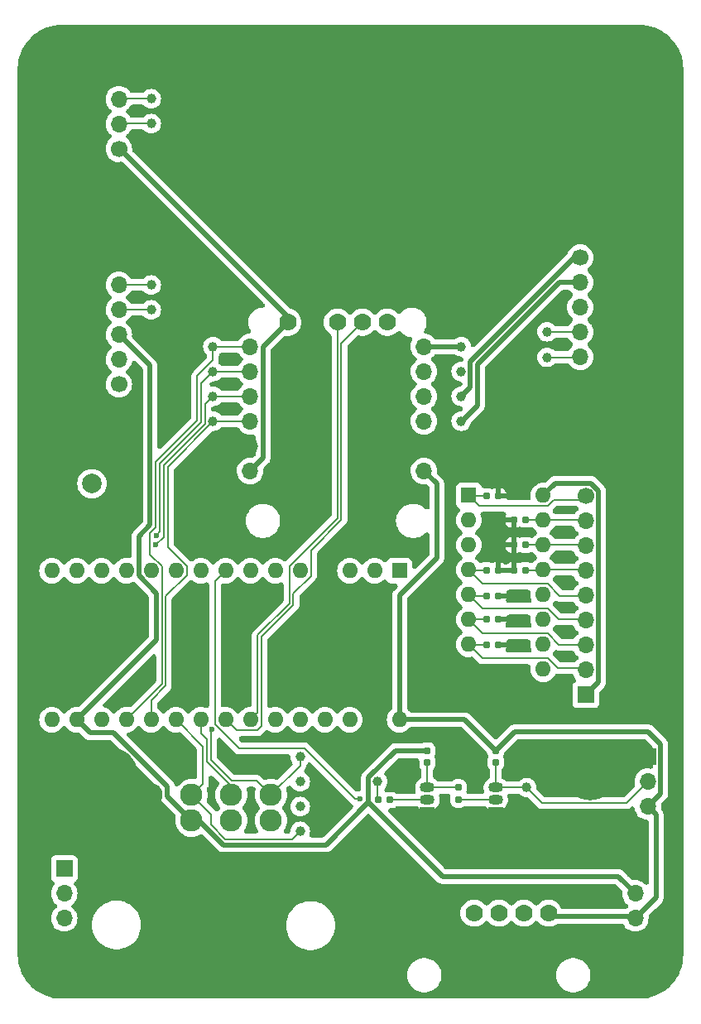
<source format=gbr>
%TF.GenerationSoftware,KiCad,Pcbnew,8.0.1*%
%TF.CreationDate,2024-08-24T13:25:50+01:00*%
%TF.ProjectId,ProjectALIENMainBoard,50726f6a-6563-4744-914c-49454e4d6169,1.0*%
%TF.SameCoordinates,Original*%
%TF.FileFunction,Copper,L1,Top*%
%TF.FilePolarity,Positive*%
%FSLAX46Y46*%
G04 Gerber Fmt 4.6, Leading zero omitted, Abs format (unit mm)*
G04 Created by KiCad (PCBNEW 8.0.1) date 2024-08-24 13:25:50*
%MOMM*%
%LPD*%
G01*
G04 APERTURE LIST*
G04 Aperture macros list*
%AMRoundRect*
0 Rectangle with rounded corners*
0 $1 Rounding radius*
0 $2 $3 $4 $5 $6 $7 $8 $9 X,Y pos of 4 corners*
0 Add a 4 corners polygon primitive as box body*
4,1,4,$2,$3,$4,$5,$6,$7,$8,$9,$2,$3,0*
0 Add four circle primitives for the rounded corners*
1,1,$1+$1,$2,$3*
1,1,$1+$1,$4,$5*
1,1,$1+$1,$6,$7*
1,1,$1+$1,$8,$9*
0 Add four rect primitives between the rounded corners*
20,1,$1+$1,$2,$3,$4,$5,0*
20,1,$1+$1,$4,$5,$6,$7,0*
20,1,$1+$1,$6,$7,$8,$9,0*
20,1,$1+$1,$8,$9,$2,$3,0*%
G04 Aperture macros list end*
%TA.AperFunction,ComponentPad*%
%ADD10R,1.600000X1.600000*%
%TD*%
%TA.AperFunction,ComponentPad*%
%ADD11O,1.600000X1.600000*%
%TD*%
%TA.AperFunction,ComponentPad*%
%ADD12O,1.700000X1.700000*%
%TD*%
%TA.AperFunction,ComponentPad*%
%ADD13C,1.000000*%
%TD*%
%TA.AperFunction,ComponentPad*%
%ADD14C,1.700000*%
%TD*%
%TA.AperFunction,ComponentPad*%
%ADD15R,1.700000X1.700000*%
%TD*%
%TA.AperFunction,SMDPad,CuDef*%
%ADD16RoundRect,0.160000X-0.197500X-0.160000X0.197500X-0.160000X0.197500X0.160000X-0.197500X0.160000X0*%
%TD*%
%TA.AperFunction,ComponentPad*%
%ADD17C,5.400000*%
%TD*%
%TA.AperFunction,SMDPad,CuDef*%
%ADD18RoundRect,0.160000X0.197500X0.160000X-0.197500X0.160000X-0.197500X-0.160000X0.197500X-0.160000X0*%
%TD*%
%TA.AperFunction,ComponentPad*%
%ADD19R,1.500000X1.050000*%
%TD*%
%TA.AperFunction,ComponentPad*%
%ADD20O,1.500000X1.050000*%
%TD*%
%TA.AperFunction,SMDPad,CuDef*%
%ADD21RoundRect,0.160000X-0.160000X0.197500X-0.160000X-0.197500X0.160000X-0.197500X0.160000X0.197500X0*%
%TD*%
%TA.AperFunction,ComponentPad*%
%ADD22C,1.400000*%
%TD*%
%TA.AperFunction,ComponentPad*%
%ADD23C,2.000000*%
%TD*%
%TA.AperFunction,ComponentPad*%
%ADD24C,1.778000*%
%TD*%
%TA.AperFunction,ComponentPad*%
%ADD25R,1.778000X1.778000*%
%TD*%
%TA.AperFunction,ComponentPad*%
%ADD26C,2.286000*%
%TD*%
%TA.AperFunction,ViaPad*%
%ADD27C,0.600000*%
%TD*%
%TA.AperFunction,Conductor*%
%ADD28C,0.200000*%
%TD*%
%TA.AperFunction,Conductor*%
%ADD29C,0.500000*%
%TD*%
G04 APERTURE END LIST*
D10*
%TO.P,U3,1,D7*%
%TO.N,Net-(J1-Pin_9)*%
X150600000Y-101520000D03*
D11*
%TO.P,U3,2,Q5*%
%TO.N,unconnected-(U3-Q5-Pad2)*%
X150600000Y-104060000D03*
%TO.P,U3,3,Q7*%
%TO.N,BUMPER_DATA*%
X150600000Y-106600000D03*
%TO.P,U3,4,D3*%
%TO.N,Net-(J1-Pin_5)*%
X150600000Y-109140000D03*
%TO.P,U3,5,D2*%
%TO.N,Net-(J1-Pin_4)*%
X150600000Y-111680000D03*
%TO.P,U3,6,D1*%
%TO.N,Net-(J1-Pin_3)*%
X150600000Y-114220000D03*
%TO.P,U3,7,D0*%
%TO.N,Net-(J1-Pin_2)*%
X150600000Y-116760000D03*
%TO.P,U3,8,VSS*%
%TO.N,GND*%
X150600000Y-119300000D03*
%TO.P,U3,9,PL*%
%TO.N,SHIFT_REG_LOAD*%
X158220000Y-119300000D03*
%TO.P,U3,10,CP*%
%TO.N,SHIFT_REG_CLOCK*%
X158220000Y-116760000D03*
%TO.P,U3,11,DS*%
%TO.N,unconnected-(U3-DS-Pad11)*%
X158220000Y-114220000D03*
%TO.P,U3,12,Q6*%
%TO.N,unconnected-(U3-Q6-Pad12)*%
X158220000Y-111680000D03*
%TO.P,U3,13,D4*%
%TO.N,Net-(J1-Pin_6)*%
X158220000Y-109140000D03*
%TO.P,U3,14,D5*%
%TO.N,Net-(J1-Pin_7)*%
X158220000Y-106600000D03*
%TO.P,U3,15,D6*%
%TO.N,Net-(J1-Pin_8)*%
X158220000Y-104060000D03*
%TO.P,U3,16,VDD*%
%TO.N,+3.3V*%
X158220000Y-101520000D03*
%TD*%
D10*
%TO.P,U1,1,TX1*%
%TO.N,unconnected-(U1-TX1-Pad1)*%
X143510000Y-109230000D03*
D11*
%TO.P,U1,2,RX1*%
%TO.N,unconnected-(U1-RX1-Pad2)*%
X140970000Y-109230000D03*
%TO.P,U1,3,~{RESET}*%
%TO.N,Net-(SW1-Pad2)*%
X138430000Y-109230000D03*
%TO.P,U1,4,GND*%
%TO.N,GND*%
X135890000Y-109230000D03*
%TO.P,U1,5,D2*%
%TO.N,ENC1A*%
X133350000Y-109230000D03*
%TO.P,U1,6,D3*%
%TO.N,ENC2A*%
X130810000Y-109230000D03*
%TO.P,U1,7,D4*%
%TO.N,ENC1B*%
X128270000Y-109230000D03*
%TO.P,U1,8,D5*%
%TO.N,PIXELS_DATA_3.3V*%
X125730000Y-109230000D03*
%TO.P,U1,9,D6*%
%TO.N,USONIC_ECHO*%
X123190000Y-109230000D03*
%TO.P,U1,10,D7*%
%TO.N,USONIC_TRIG*%
X120650000Y-109230000D03*
%TO.P,U1,11,D8*%
%TO.N,NES_DATA*%
X118110000Y-109230000D03*
%TO.P,U1,12,D9*%
%TO.N,PWM1*%
X115570000Y-109230000D03*
%TO.P,U1,13,D10*%
%TO.N,PWM2*%
X113030000Y-109230000D03*
%TO.P,U1,14,MOSI*%
%TO.N,D11*%
X110490000Y-109230000D03*
%TO.P,U1,15,MISO*%
%TO.N,D12*%
X107950000Y-109230000D03*
%TO.P,U1,16,SCK*%
%TO.N,D13*%
X107950000Y-124470000D03*
%TO.P,U1,17,3V3*%
%TO.N,+3.3V*%
X110490000Y-124470000D03*
%TO.P,U1,18,AREF*%
%TO.N,unconnected-(U1-AREF-Pad18)*%
X113030000Y-124470000D03*
%TO.P,U1,19,A0*%
%TO.N,DIR1*%
X115570000Y-124470000D03*
%TO.P,U1,20,A1*%
%TO.N,DIR2*%
X118110000Y-124470000D03*
%TO.P,U1,21,A2*%
%TO.N,SHIFT_REG_CLOCK*%
X120650000Y-124470000D03*
%TO.P,U1,22,A3*%
%TO.N,SHIFT_REG_LOAD*%
X123190000Y-124470000D03*
%TO.P,U1,23,SDA/A4*%
%TO.N,I2C_SDA*%
X125730000Y-124470000D03*
%TO.P,U1,24,SCL/A5*%
%TO.N,I2C_SCL*%
X128270000Y-124470000D03*
%TO.P,U1,25,A6*%
%TO.N,BUMPER_DATA*%
X130810000Y-124470000D03*
%TO.P,U1,26,A7*%
%TO.N,ENC2B*%
X133350000Y-124470000D03*
%TO.P,U1,27,+5V*%
%TO.N,unconnected-(U1-+5V-Pad27)*%
X135890000Y-124470000D03*
%TO.P,U1,28,~{RESET}*%
%TO.N,unconnected-(U1-~{RESET}-Pad28)*%
X138430000Y-124470000D03*
%TO.P,U1,29,GND*%
%TO.N,GND*%
X140970000Y-124470000D03*
%TO.P,U1,30,VIN*%
%TO.N,+5V*%
X143510000Y-124470000D03*
%TD*%
D12*
%TO.P,U2,1,DIR1*%
%TO.N,DIR1*%
X128231974Y-86321974D03*
%TO.P,U2,2,PMW1*%
%TO.N,PWM1*%
X128231974Y-88861974D03*
%TO.P,U2,3,PMW2*%
%TO.N,PWM2*%
X128231974Y-91401974D03*
%TO.P,U2,4,DIR2*%
%TO.N,DIR2*%
X128231974Y-93941974D03*
%TO.P,U2,5,GND*%
%TO.N,GND*%
X128231974Y-96481974D03*
%TO.P,U2,6,VCC*%
%TO.N,+5V*%
X128231974Y-99021974D03*
%TO.P,U2,7,VM(<12V)*%
X146011974Y-99021974D03*
%TO.P,U2,8,GND*%
%TO.N,GND*%
X146011974Y-96481974D03*
%TO.P,U2,9,M2-*%
%TO.N,M2-*%
X146011974Y-93941974D03*
%TO.P,U2,10,M2+*%
%TO.N,M2+*%
X146011974Y-91401974D03*
%TO.P,U2,11,M1-*%
%TO.N,M1-*%
X146011974Y-88861974D03*
%TO.P,U2,12,M1+*%
%TO.N,M1+*%
X146011974Y-86321974D03*
%TD*%
D13*
%TO.P,TP20,1,1*%
%TO.N,ENC2B*%
X158600000Y-87400000D03*
%TD*%
D14*
%TO.P,J4,6,Pin_6*%
%TO.N,M2+*%
X162000000Y-77200000D03*
D12*
%TO.P,J4,5,Pin_5*%
%TO.N,M2-*%
X162000000Y-79740000D03*
%TO.P,J4,4,Pin_4*%
%TO.N,+3.3V*%
X162000000Y-82280000D03*
%TO.P,J4,3,Pin_3*%
%TO.N,ENC2A*%
X162000000Y-84820000D03*
%TO.P,J4,2,Pin_2*%
%TO.N,ENC2B*%
X162000000Y-87360000D03*
D15*
%TO.P,J4,1,Pin_1*%
%TO.N,GND*%
X162000000Y-89900000D03*
%TD*%
%TO.P,J3,1,Pin_1*%
%TO.N,GND*%
X114800000Y-77460000D03*
D12*
%TO.P,J3,2,Pin_2*%
%TO.N,ENC1B*%
X114800000Y-80000000D03*
%TO.P,J3,3,Pin_3*%
%TO.N,ENC1A*%
X114800000Y-82540000D03*
%TO.P,J3,4,Pin_4*%
%TO.N,+3.3V*%
X114800000Y-85080000D03*
%TO.P,J3,5,Pin_5*%
%TO.N,M1-*%
X114800000Y-87620000D03*
D14*
%TO.P,J3,6,Pin_6*%
%TO.N,M1+*%
X114800000Y-90160000D03*
%TD*%
D15*
%TO.P,J6,1,Pin_1*%
%TO.N,GND*%
X114800000Y-58460000D03*
D12*
%TO.P,J6,2,Pin_2*%
%TO.N,USONIC_ECHO*%
X114800000Y-61000000D03*
%TO.P,J6,3,Pin_3*%
%TO.N,USONIC_TRIG*%
X114800000Y-63540000D03*
D14*
%TO.P,J6,4,Pin_4*%
%TO.N,+5V*%
X114800000Y-66080000D03*
%TD*%
%TO.P,J1,9,Pin_9*%
%TO.N,Net-(J1-Pin_9)*%
X162560000Y-101600000D03*
D12*
%TO.P,J1,8,Pin_8*%
%TO.N,Net-(J1-Pin_8)*%
X162560000Y-104140000D03*
%TO.P,J1,7,Pin_7*%
%TO.N,Net-(J1-Pin_7)*%
X162560000Y-106680000D03*
%TO.P,J1,6,Pin_6*%
%TO.N,Net-(J1-Pin_6)*%
X162560000Y-109220000D03*
%TO.P,J1,5,Pin_5*%
%TO.N,Net-(J1-Pin_5)*%
X162560000Y-111760000D03*
%TO.P,J1,4,Pin_4*%
%TO.N,Net-(J1-Pin_4)*%
X162560000Y-114300000D03*
%TO.P,J1,3,Pin_3*%
%TO.N,Net-(J1-Pin_3)*%
X162560000Y-116840000D03*
%TO.P,J1,2,Pin_2*%
%TO.N,Net-(J1-Pin_2)*%
X162560000Y-119380000D03*
D15*
%TO.P,J1,1,Pin_1*%
%TO.N,+3.3V*%
X162560000Y-121920000D03*
%TD*%
D13*
%TO.P,TP9,1,1*%
%TO.N,DIR1*%
X124421974Y-86321974D03*
%TD*%
D16*
%TO.P,R6,1*%
%TO.N,Net-(J1-Pin_3)*%
X152405000Y-114200000D03*
%TO.P,R6,2*%
%TO.N,GND*%
X153600000Y-114200000D03*
%TD*%
D13*
%TO.P,TP11,1,1*%
%TO.N,PWM2*%
X124421974Y-91401974D03*
%TD*%
D17*
%TO.P,H4,1,1*%
%TO.N,GND*%
X163000000Y-72000000D03*
%TD*%
D13*
%TO.P,TP8,1,1*%
%TO.N,SHIFT_REG_CLOCK*%
X133350000Y-135890000D03*
%TD*%
D18*
%TO.P,R1,1*%
%TO.N,Net-(Q1-B)*%
X142516899Y-132688321D03*
%TO.P,R1,2*%
%TO.N,PIXELS_DATA_3.3V*%
X141321899Y-132688321D03*
%TD*%
%TO.P,R11,1*%
%TO.N,Net-(J1-Pin_8)*%
X156397500Y-104000000D03*
%TO.P,R11,2*%
%TO.N,GND*%
X155202500Y-104000000D03*
%TD*%
D13*
%TO.P,TP12,1,1*%
%TO.N,DIR2*%
X124421974Y-93941974D03*
%TD*%
D18*
%TO.P,R9,1*%
%TO.N,Net-(J1-Pin_6)*%
X156395000Y-109200000D03*
%TO.P,R9,2*%
%TO.N,GND*%
X155200000Y-109200000D03*
%TD*%
%TO.P,R10,1*%
%TO.N,Net-(J1-Pin_7)*%
X156397500Y-106600000D03*
%TO.P,R10,2*%
%TO.N,GND*%
X155202500Y-106600000D03*
%TD*%
D13*
%TO.P,TP15,1,1*%
%TO.N,M2+*%
X149821974Y-91401974D03*
%TD*%
D17*
%TO.P,H1,1,1*%
%TO.N,GND*%
X114000000Y-72000000D03*
%TD*%
D13*
%TO.P,TP3,1,1*%
%TO.N,PIXELS_DATA_3.3V*%
X141284399Y-130783321D03*
%TD*%
D17*
%TO.P,H3,1,1*%
%TO.N,GND*%
X163000000Y-130000000D03*
%TD*%
D16*
%TO.P,R8,1*%
%TO.N,Net-(J1-Pin_5)*%
X152400000Y-109200000D03*
%TO.P,R8,2*%
%TO.N,GND*%
X153595000Y-109200000D03*
%TD*%
D13*
%TO.P,TP16,1,1*%
%TO.N,M2-*%
X149821974Y-93941974D03*
%TD*%
D15*
%TO.P,J9,1,Pin_1*%
%TO.N,GND*%
X167640000Y-139700000D03*
D12*
%TO.P,J9,2,Pin_2*%
%TO.N,+3.3V*%
X167640000Y-142240000D03*
%TO.P,J9,3,Pin_3*%
%TO.N,+5V*%
X167640000Y-144780000D03*
%TD*%
D13*
%TO.P,TP2,1,1*%
%TO.N,USONIC_TRIG*%
X118110000Y-63500000D03*
%TD*%
D19*
%TO.P,Q2,1,E*%
%TO.N,GND*%
X153349399Y-133958321D03*
D20*
%TO.P,Q2,2,B*%
%TO.N,Net-(Q2-B)*%
X153349399Y-132688321D03*
%TO.P,Q2,3,C*%
%TO.N,PIXELS_DATA_5V*%
X153349399Y-131418321D03*
%TD*%
D13*
%TO.P,TP7,1,1*%
%TO.N,SHIFT_REG_LOAD*%
X133350000Y-133350000D03*
%TD*%
D21*
%TO.P,R3,1*%
%TO.N,Net-(Q1-C)*%
X149539399Y-131418321D03*
%TO.P,R3,2*%
%TO.N,Net-(Q2-B)*%
X149539399Y-132613321D03*
%TD*%
D22*
%TO.P,GND1,1,1*%
%TO.N,GND*%
X166370000Y-149860000D03*
X168910000Y-149860000D03*
%TD*%
D13*
%TO.P,TP19,1,1*%
%TO.N,ENC2A*%
X158600000Y-84800000D03*
%TD*%
D23*
%TO.P,SW1,2,2*%
%TO.N,Net-(SW1-Pad2)*%
X112045000Y-100330000D03*
%TO.P,SW1,1,1*%
%TO.N,GND*%
X106395000Y-100330000D03*
%TD*%
D13*
%TO.P,TP6,1,1*%
%TO.N,BUMPER_DATA*%
X133350000Y-130810000D03*
%TD*%
%TO.P,TP1,1,1*%
%TO.N,USONIC_ECHO*%
X118110000Y-60960000D03*
%TD*%
%TO.P,TP5,1,1*%
%TO.N,NES_DATA*%
X133350000Y-128270000D03*
%TD*%
D16*
%TO.P,R7,1*%
%TO.N,Net-(J1-Pin_4)*%
X152402500Y-111800000D03*
%TO.P,R7,2*%
%TO.N,GND*%
X153597500Y-111800000D03*
%TD*%
D13*
%TO.P,TP4,1,1*%
%TO.N,PIXELS_DATA_5V*%
X156524399Y-131418321D03*
%TD*%
%TO.P,TP13,1,1*%
%TO.N,M1+*%
X149821974Y-86321974D03*
%TD*%
D17*
%TO.P,H2,1,1*%
%TO.N,GND*%
X114000000Y-130000000D03*
%TD*%
D21*
%TO.P,R4,1*%
%TO.N,+5V*%
X153349399Y-127645821D03*
%TO.P,R4,2*%
%TO.N,PIXELS_DATA_5V*%
X153349399Y-128840821D03*
%TD*%
D13*
%TO.P,TP14,1,1*%
%TO.N,M1-*%
X149821974Y-88861974D03*
%TD*%
D16*
%TO.P,R5,2*%
%TO.N,GND*%
X153597500Y-116800000D03*
%TO.P,R5,1*%
%TO.N,Net-(J1-Pin_2)*%
X152402500Y-116800000D03*
%TD*%
D13*
%TO.P,TP18,1,1*%
%TO.N,ENC1B*%
X118110000Y-80010000D03*
%TD*%
%TO.P,TP17,1,1*%
%TO.N,ENC1A*%
X118110000Y-82550000D03*
%TD*%
D16*
%TO.P,R12,1*%
%TO.N,Net-(J1-Pin_9)*%
X152405000Y-101600000D03*
%TO.P,R12,2*%
%TO.N,GND*%
X153600000Y-101600000D03*
%TD*%
D13*
%TO.P,TP10,1,1*%
%TO.N,PWM1*%
X124421974Y-88861974D03*
%TD*%
D19*
%TO.P,Q1,1,E*%
%TO.N,GND*%
X146364399Y-133958321D03*
D20*
%TO.P,Q1,2,B*%
%TO.N,Net-(Q1-B)*%
X146364399Y-132688321D03*
%TO.P,Q1,3,C*%
%TO.N,Net-(Q1-C)*%
X146364399Y-131418321D03*
%TD*%
D15*
%TO.P,J10,1,Pin_1*%
%TO.N,D11*%
X109220000Y-139700000D03*
D12*
%TO.P,J10,2,Pin_2*%
%TO.N,D12*%
X109220000Y-142240000D03*
%TO.P,J10,3,Pin_3*%
%TO.N,D13*%
X109220000Y-144780000D03*
%TD*%
D21*
%TO.P,R2,1*%
%TO.N,+3.3V*%
X146364399Y-127645821D03*
%TO.P,R2,2*%
%TO.N,Net-(Q1-C)*%
X146364399Y-128840821D03*
%TD*%
D24*
%TO.P,J8,1,Pin_1*%
%TO.N,+5V*%
X132080000Y-83820000D03*
%TO.P,J8,2,Pin_2*%
%TO.N,GND*%
X134620000Y-83820000D03*
%TO.P,J8,3,Pin_3*%
%TO.N,I2C_SCL*%
X137160000Y-83820000D03*
%TO.P,J8,4,Pin_4*%
%TO.N,I2C_SDA*%
X139700000Y-83820000D03*
%TO.P,J8,5,Pin_5*%
%TO.N,unconnected-(J8-Pin_5-Pad5)*%
X142240000Y-83820000D03*
%TD*%
D25*
%TO.P,J7,1,Pin_1*%
%TO.N,GND*%
X148590000Y-144250000D03*
D24*
%TO.P,J7,2,Pin_2*%
%TO.N,unconnected-(J7-Pin_2-Pad2)*%
X151130000Y-144250000D03*
%TO.P,J7,3,Pin_3*%
%TO.N,unconnected-(J7-Pin_3-Pad3)*%
X153670000Y-144250000D03*
%TO.P,J7,4,Pin_4*%
%TO.N,unconnected-(J7-Pin_4-Pad4)*%
X156210000Y-144250000D03*
%TO.P,J7,5,Pin_5*%
%TO.N,+5V*%
X158750000Y-144250000D03*
%TD*%
D15*
%TO.P,J5,1,Pin_1*%
%TO.N,GND*%
X168910000Y-128270000D03*
D12*
%TO.P,J5,2,Pin_2*%
%TO.N,PIXELS_DATA_5V*%
X168910000Y-130810000D03*
%TO.P,J5,3,Pin_3*%
%TO.N,+5V*%
X168910000Y-133350000D03*
%TD*%
D26*
%TO.P,J2,1,GND*%
%TO.N,GND*%
X118162569Y-132179026D03*
%TO.P,J2,2,Clock*%
%TO.N,SHIFT_REG_CLOCK*%
X122226569Y-132179026D03*
%TO.P,J2,3,Load*%
%TO.N,SHIFT_REG_LOAD*%
X126290569Y-132179026D03*
%TO.P,J2,4,Data*%
%TO.N,NES_DATA*%
X130354569Y-132179026D03*
%TO.P,J2,5,NC*%
%TO.N,unconnected-(J2-NC-Pad5)*%
X130354569Y-134790426D03*
%TO.P,J2,6,NC*%
%TO.N,unconnected-(J2-NC-Pad6)*%
X126290569Y-134790426D03*
%TO.P,J2,7,VCC*%
%TO.N,+3.3V*%
X122226569Y-134790426D03*
%TD*%
D27*
%TO.N,GND*%
X135600000Y-131800000D03*
X124400000Y-131000000D03*
%TO.N,PIXELS_DATA_3.3V*%
X139467720Y-132600000D03*
%TO.N,GND*%
X121200000Y-122600000D03*
%TO.N,NES_DATA*%
X124274802Y-125418967D03*
%TO.N,GND*%
X128400000Y-133400000D03*
X160400000Y-113000000D03*
X160400000Y-115400000D03*
X160000000Y-118200000D03*
X160400000Y-110400000D03*
X160400000Y-108000000D03*
X160400000Y-105400000D03*
X160400000Y-103000000D03*
X155800000Y-116800000D03*
X155800000Y-114200000D03*
X155800000Y-111800000D03*
X155800000Y-108000000D03*
%TO.N,PWM1*%
X118606726Y-105600000D03*
%TO.N,PWM2*%
X118593046Y-106606624D03*
%TO.N,GND*%
X128200000Y-129200000D03*
X126200000Y-90200000D03*
X126200000Y-87600000D03*
X126200000Y-92800000D03*
X146050000Y-116840000D03*
X134600000Y-116800000D03*
X120000000Y-127800000D03*
X128200000Y-111800000D03*
X114300000Y-115570000D03*
X143800000Y-129800000D03*
X121920000Y-113030000D03*
X115800000Y-121800000D03*
%TD*%
D28*
%TO.N,I2C_SDA*%
X137560000Y-85960000D02*
X139700000Y-83820000D01*
X137560000Y-104030050D02*
X137560000Y-85960000D01*
X134450000Y-107140051D02*
X137560000Y-104030050D01*
X132650000Y-112749999D02*
X132650000Y-111550000D01*
X134450000Y-109750000D02*
X134450000Y-107140051D01*
X129400000Y-116000000D02*
X132650000Y-112749999D01*
X132650000Y-111550000D02*
X134450000Y-109750000D01*
X129400000Y-125107767D02*
X129400000Y-116000000D01*
X128937767Y-125570000D02*
X129400000Y-125107767D01*
X126830000Y-125570000D02*
X128937767Y-125570000D01*
X125730000Y-124470000D02*
X126830000Y-125570000D01*
D29*
%TO.N,+3.3V*%
X135994311Y-137265513D02*
X140334399Y-132925425D01*
X125465513Y-137265513D02*
X135994311Y-137265513D01*
X122990426Y-134790426D02*
X125465513Y-137265513D01*
X122226569Y-134790426D02*
X122990426Y-134790426D01*
D28*
%TO.N,SHIFT_REG_CLOCK*%
X132524487Y-136715513D02*
X125693331Y-136715513D01*
X133350000Y-135890000D02*
X132524487Y-136715513D01*
X125693331Y-136715513D02*
X124200000Y-135222182D01*
X124200000Y-135222182D02*
X124200000Y-134152457D01*
X124200000Y-134152457D02*
X122226569Y-132179026D01*
%TO.N,SHIFT_REG_LOAD*%
X123800000Y-128765686D02*
X126170340Y-131136026D01*
X126170340Y-131136026D02*
X126290569Y-131136026D01*
X123800000Y-126448529D02*
X123800000Y-128765686D01*
X126290569Y-131136026D02*
X126290569Y-132179026D01*
X123190000Y-125838529D02*
X123800000Y-126448529D01*
X123190000Y-124470000D02*
X123190000Y-125838529D01*
%TO.N,SHIFT_REG_CLOCK*%
X123400000Y-131005595D02*
X122226569Y-132179026D01*
X123400000Y-127220000D02*
X123400000Y-131005595D01*
X120650000Y-124470000D02*
X123400000Y-127220000D01*
%TO.N,NES_DATA*%
X126336026Y-130736026D02*
X128911569Y-130736026D01*
X124200000Y-128600000D02*
X126336026Y-130736026D01*
X128911569Y-130736026D02*
X130354569Y-132179026D01*
X124200000Y-125493769D02*
X124200000Y-128600000D01*
X124274802Y-125418967D02*
X124200000Y-125493769D01*
%TO.N,PIXELS_DATA_3.3V*%
X124630000Y-110330000D02*
X125730000Y-109230000D01*
X124630000Y-124925635D02*
X124630000Y-110330000D01*
X139000000Y-132600000D02*
X133800000Y-127400000D01*
X139467720Y-132600000D02*
X139000000Y-132600000D01*
X127104365Y-127400000D02*
X124630000Y-124925635D01*
X133800000Y-127400000D02*
X127104365Y-127400000D01*
D29*
%TO.N,+3.3V*%
X163098478Y-100300000D02*
X163860000Y-101061522D01*
X163860000Y-120620000D02*
X162560000Y-121920000D01*
X159440000Y-100300000D02*
X163098478Y-100300000D01*
X158220000Y-101520000D02*
X159440000Y-100300000D01*
X163860000Y-101061522D02*
X163860000Y-120620000D01*
%TO.N,+5V*%
X159100000Y-144600000D02*
X158750000Y-144250000D01*
X167460000Y-144600000D02*
X159100000Y-144600000D01*
X167640000Y-144780000D02*
X167460000Y-144600000D01*
D28*
%TO.N,Net-(J1-Pin_5)*%
X162520000Y-111800000D02*
X162560000Y-111760000D01*
X158675635Y-110580000D02*
X159895635Y-111800000D01*
X152040000Y-110580000D02*
X158675635Y-110580000D01*
X159895635Y-111800000D02*
X162520000Y-111800000D01*
X150600000Y-109140000D02*
X152040000Y-110580000D01*
%TO.N,Net-(J1-Pin_4)*%
X159755635Y-114200000D02*
X162460000Y-114200000D01*
X158675635Y-113120000D02*
X159755635Y-114200000D01*
X162460000Y-114200000D02*
X162560000Y-114300000D01*
X152040000Y-113120000D02*
X158675635Y-113120000D01*
X150600000Y-111680000D02*
X152040000Y-113120000D01*
%TO.N,Net-(J1-Pin_2)*%
X162380000Y-119200000D02*
X162560000Y-119380000D01*
X158675635Y-118200000D02*
X159675635Y-119200000D01*
X152040000Y-118200000D02*
X158675635Y-118200000D01*
X150600000Y-116760000D02*
X152040000Y-118200000D01*
X159675635Y-119200000D02*
X162380000Y-119200000D01*
%TO.N,Net-(J1-Pin_3)*%
X159815635Y-116800000D02*
X162520000Y-116800000D01*
X152040000Y-115660000D02*
X158675635Y-115660000D01*
X158675635Y-115660000D02*
X159815635Y-116800000D01*
X162520000Y-116800000D02*
X162560000Y-116840000D01*
X150600000Y-114220000D02*
X152040000Y-115660000D01*
%TO.N,I2C_SCL*%
X137160000Y-103864365D02*
X137160000Y-83820000D01*
X132250000Y-112584314D02*
X132250000Y-108774365D01*
X132250000Y-108774365D02*
X137160000Y-103864365D01*
X129000000Y-115834314D02*
X132250000Y-112584314D01*
X129000000Y-123740000D02*
X129000000Y-115834314D01*
X128270000Y-124470000D02*
X129000000Y-123740000D01*
%TO.N,DIR1*%
X117993046Y-105365151D02*
X117993046Y-107557411D01*
X119210000Y-108774365D02*
X119210000Y-120830000D01*
X118600000Y-104758197D02*
X117993046Y-105365151D01*
X117993046Y-107557411D02*
X119210000Y-108774365D01*
X118600000Y-98102942D02*
X118600000Y-104758197D01*
X122821974Y-93880968D02*
X118600000Y-98102942D01*
X124421974Y-87730603D02*
X122821974Y-89330603D01*
X122821974Y-89330603D02*
X122821974Y-93880968D01*
X124421974Y-86321974D02*
X124421974Y-87730603D01*
X119210000Y-120830000D02*
X115570000Y-124470000D01*
%TO.N,PWM1*%
X119000000Y-98268628D02*
X123221974Y-94046654D01*
X123221974Y-94046654D02*
X123221974Y-90061974D01*
X119000000Y-105206726D02*
X119000000Y-98268628D01*
X118606726Y-105600000D02*
X119000000Y-105206726D01*
X123221974Y-90061974D02*
X124421974Y-88861974D01*
%TO.N,PWM2*%
X123621974Y-92201974D02*
X124421974Y-91401974D01*
X123621974Y-94212340D02*
X123621974Y-92201974D01*
X119400000Y-98434314D02*
X123621974Y-94212340D01*
X119400000Y-105799670D02*
X119400000Y-98434314D01*
X118593046Y-106606624D02*
X119400000Y-105799670D01*
%TO.N,DIR2*%
X124421974Y-93978026D02*
X124421974Y-93941974D01*
X119800000Y-106824365D02*
X119800000Y-98600000D01*
X121750000Y-109685635D02*
X121750000Y-108774365D01*
X119610000Y-111825635D02*
X121750000Y-109685635D01*
X119610000Y-120995686D02*
X119610000Y-111825635D01*
X121750000Y-108774365D02*
X119800000Y-106824365D01*
X118110000Y-122495686D02*
X119610000Y-120995686D01*
X119800000Y-98600000D02*
X124421974Y-93978026D01*
X118110000Y-124470000D02*
X118110000Y-122495686D01*
D29*
%TO.N,+3.3V*%
X118000000Y-88225000D02*
X114865000Y-85090000D01*
X118000000Y-104580379D02*
X118000000Y-88225000D01*
X116860000Y-109747767D02*
X116860000Y-105720379D01*
X118660000Y-111547767D02*
X116860000Y-109747767D01*
X116860000Y-105720379D02*
X118000000Y-104580379D01*
X118660000Y-116300000D02*
X118660000Y-111547767D01*
X110490000Y-124470000D02*
X118660000Y-116300000D01*
%TO.N,M2-*%
X151471974Y-88128026D02*
X159860000Y-79740000D01*
X159860000Y-79740000D02*
X162000000Y-79740000D01*
X151471974Y-92328026D02*
X151471974Y-88128026D01*
X149858026Y-93941974D02*
X151471974Y-92328026D01*
X149821974Y-93941974D02*
X149858026Y-93941974D01*
%TO.N,M2+*%
X161400000Y-77200000D02*
X162000000Y-77200000D01*
X150771974Y-90451974D02*
X150771974Y-87828026D01*
X150771974Y-87828026D02*
X161400000Y-77200000D01*
X149821974Y-91401974D02*
X150771974Y-90451974D01*
D28*
%TO.N,Net-(J1-Pin_9)*%
X151700000Y-102620000D02*
X150600000Y-101520000D01*
X159295635Y-102000000D02*
X158675635Y-102620000D01*
X158675635Y-102620000D02*
X151700000Y-102620000D01*
X162560000Y-101600000D02*
X162160000Y-102000000D01*
X162160000Y-102000000D02*
X159295635Y-102000000D01*
%TO.N,Net-(J1-Pin_8)*%
X162480000Y-104060000D02*
X162560000Y-104140000D01*
X158220000Y-104060000D02*
X162480000Y-104060000D01*
%TO.N,Net-(J1-Pin_6)*%
X162480000Y-109140000D02*
X162560000Y-109220000D01*
X158220000Y-109140000D02*
X162480000Y-109140000D01*
%TO.N,Net-(J1-Pin_7)*%
X158220000Y-106600000D02*
X162480000Y-106600000D01*
X162480000Y-106600000D02*
X162560000Y-106680000D01*
%TO.N,Net-(J1-Pin_9)*%
X152405000Y-101600000D02*
X150680000Y-101600000D01*
X150680000Y-101600000D02*
X150600000Y-101520000D01*
%TO.N,ENC2B*%
X161960000Y-87400000D02*
X162000000Y-87360000D01*
X158600000Y-87400000D02*
X161960000Y-87400000D01*
%TO.N,ENC2A*%
X158620000Y-84820000D02*
X158600000Y-84800000D01*
X162000000Y-84820000D02*
X158620000Y-84820000D01*
%TO.N,Net-(J1-Pin_2)*%
X150640000Y-116800000D02*
X150600000Y-116760000D01*
X152402500Y-116800000D02*
X150640000Y-116800000D01*
%TO.N,Net-(J1-Pin_3)*%
X150620000Y-114200000D02*
X150600000Y-114220000D01*
X152405000Y-114200000D02*
X150620000Y-114200000D01*
%TO.N,Net-(J1-Pin_7)*%
X156397500Y-106600000D02*
X158220000Y-106600000D01*
%TO.N,Net-(J1-Pin_4)*%
X150720000Y-111800000D02*
X150600000Y-111680000D01*
X152402500Y-111800000D02*
X150720000Y-111800000D01*
%TO.N,Net-(J1-Pin_5)*%
X150660000Y-109200000D02*
X150600000Y-109140000D01*
X152400000Y-109200000D02*
X150660000Y-109200000D01*
%TO.N,Net-(J1-Pin_6)*%
X158160000Y-109200000D02*
X158220000Y-109140000D01*
X156395000Y-109200000D02*
X158160000Y-109200000D01*
%TO.N,Net-(J1-Pin_8)*%
X158160000Y-104000000D02*
X158220000Y-104060000D01*
X156397500Y-104000000D02*
X158160000Y-104000000D01*
%TO.N,ENC1B*%
X118110000Y-80010000D02*
X114865000Y-80010000D01*
%TO.N,DIR1*%
X124421974Y-86321974D02*
X128231974Y-86321974D01*
%TO.N,PWM1*%
X128231974Y-88861974D02*
X124421974Y-88861974D01*
X124421974Y-88861974D02*
X124460000Y-88900000D01*
%TO.N,USONIC_ECHO*%
X116840000Y-60960000D02*
X116830000Y-60970000D01*
X116830000Y-60970000D02*
X114865000Y-60970000D01*
X118110000Y-60960000D02*
X116840000Y-60960000D01*
D29*
%TO.N,+3.3V*%
X111845227Y-125825227D02*
X110490000Y-124470000D01*
X140334399Y-132925425D02*
X147908974Y-140500000D01*
X122226569Y-134790426D02*
X119755569Y-132319426D01*
X140334399Y-130389818D02*
X140334399Y-132925425D01*
X147908974Y-140500000D02*
X165900000Y-140500000D01*
X119755569Y-131300796D02*
X114280000Y-125825227D01*
X165900000Y-140500000D02*
X167640000Y-142240000D01*
X114280000Y-125825227D02*
X111845227Y-125825227D01*
X119755569Y-132319426D02*
X119755569Y-131300796D01*
X143078396Y-127645821D02*
X140334399Y-130389818D01*
X146364399Y-127645821D02*
X143078396Y-127645821D01*
D28*
%TO.N,DIR2*%
X128231974Y-93941974D02*
X124421974Y-93941974D01*
%TO.N,USONIC_TRIG*%
X114875000Y-63500000D02*
X114865000Y-63510000D01*
X118110000Y-63500000D02*
X114875000Y-63500000D01*
%TO.N,PWM2*%
X124421974Y-91401974D02*
X128231974Y-91401974D01*
%TO.N,ENC1A*%
X114865000Y-82550000D02*
X118110000Y-82550000D01*
%TO.N,PIXELS_DATA_3.3V*%
X141284399Y-130783321D02*
X141284399Y-132650821D01*
X141284399Y-132650821D02*
X141321899Y-132688321D01*
%TO.N,NES_DATA*%
X133350000Y-129183595D02*
X130354569Y-132179026D01*
X133350000Y-128270000D02*
X133350000Y-129183595D01*
D29*
%TO.N,+5V*%
X168910000Y-133350000D02*
X170210000Y-132050000D01*
X129540000Y-97713948D02*
X129540000Y-86360000D01*
X153349399Y-127645821D02*
X150173578Y-124470000D01*
X168970000Y-125730000D02*
X155265220Y-125730000D01*
X114865000Y-66050000D02*
X132080000Y-83265000D01*
X150173578Y-124470000D02*
X143510000Y-124470000D01*
X169760000Y-142660000D02*
X167640000Y-144780000D01*
X128231974Y-99021974D02*
X129540000Y-97713948D01*
X147320000Y-107950000D02*
X147320000Y-100330000D01*
X158810000Y-144780000D02*
X158750000Y-144840000D01*
X170210000Y-126970000D02*
X168970000Y-125730000D01*
X155265220Y-125730000D02*
X153349399Y-127645821D01*
X147320000Y-100330000D02*
X146011974Y-99021974D01*
X169760000Y-134200000D02*
X169760000Y-142660000D01*
X168910000Y-133350000D02*
X169760000Y-134200000D01*
X143510000Y-111760000D02*
X147320000Y-107950000D01*
X129540000Y-86360000D02*
X132080000Y-83820000D01*
X143510000Y-124470000D02*
X143510000Y-111760000D01*
X132080000Y-83265000D02*
X132080000Y-83820000D01*
X170210000Y-132050000D02*
X170210000Y-126970000D01*
%TO.N,M1+*%
X146011974Y-86321974D02*
X149821974Y-86321974D01*
D28*
%TO.N,PIXELS_DATA_5V*%
X158106078Y-133000000D02*
X156524399Y-131418321D01*
X153349399Y-128840821D02*
X153349399Y-131418321D01*
X153349399Y-131418321D02*
X156524399Y-131418321D01*
X168910000Y-130810000D02*
X166720000Y-133000000D01*
X166720000Y-133000000D02*
X158106078Y-133000000D01*
%TO.N,Net-(Q1-B)*%
X146364399Y-132688321D02*
X142516899Y-132688321D01*
%TO.N,Net-(Q1-C)*%
X149539399Y-131418321D02*
X146364399Y-131418321D01*
X146364399Y-128840821D02*
X146364399Y-131418321D01*
%TO.N,Net-(Q2-B)*%
X149614399Y-132688321D02*
X149539399Y-132613321D01*
X153349399Y-132688321D02*
X149614399Y-132688321D01*
%TD*%
%TA.AperFunction,Conductor*%
%TO.N,GND*%
G36*
X148572759Y-132037775D02*
G01*
X148653541Y-132091751D01*
X148707517Y-132172533D01*
X148726471Y-132267821D01*
X148725449Y-132290355D01*
X148718900Y-132362423D01*
X148718899Y-132362445D01*
X148718899Y-132864205D01*
X148724648Y-132927466D01*
X148724947Y-132930754D01*
X148724948Y-132930756D01*
X148772665Y-133083890D01*
X148855642Y-133221151D01*
X148855644Y-133221153D01*
X148855646Y-133221156D01*
X148969064Y-133334574D01*
X148969066Y-133334575D01*
X148969068Y-133334577D01*
X149085515Y-133404971D01*
X149106330Y-133417554D01*
X149259466Y-133465273D01*
X149326018Y-133471321D01*
X149752779Y-133471320D01*
X149752783Y-133471320D01*
X149773256Y-133469459D01*
X149819332Y-133465273D01*
X149972468Y-133417554D01*
X149993283Y-133404971D01*
X150122625Y-133326782D01*
X150124402Y-133329721D01*
X150187199Y-133297965D01*
X150254059Y-133288821D01*
X152171484Y-133288821D01*
X152266772Y-133307775D01*
X152347550Y-133361748D01*
X152470681Y-133484879D01*
X152470684Y-133484881D01*
X152470686Y-133484883D01*
X152562353Y-133546132D01*
X152638643Y-133597107D01*
X152638645Y-133597107D01*
X152638647Y-133597109D01*
X152757737Y-133646438D01*
X152825272Y-133674412D01*
X153023396Y-133713821D01*
X153023398Y-133713821D01*
X153675400Y-133713821D01*
X153675402Y-133713821D01*
X153873526Y-133674412D01*
X154060155Y-133597107D01*
X154228117Y-133484879D01*
X154370957Y-133342039D01*
X154483185Y-133174077D01*
X154560490Y-132987448D01*
X154599899Y-132789324D01*
X154599899Y-132587318D01*
X154560490Y-132389194D01*
X154549684Y-132363107D01*
X154530731Y-132267822D01*
X154549685Y-132172534D01*
X154603661Y-132091752D01*
X154684442Y-132037775D01*
X154779730Y-132018821D01*
X155605159Y-132018821D01*
X155700447Y-132037775D01*
X155781229Y-132091751D01*
X155797631Y-132109849D01*
X155813516Y-132129204D01*
X155874217Y-132179020D01*
X155965862Y-132254232D01*
X156139665Y-132347132D01*
X156139669Y-132347133D01*
X156139672Y-132347135D01*
X156328267Y-132404345D01*
X156524399Y-132423662D01*
X156524401Y-132423662D01*
X156532893Y-132422825D01*
X156549301Y-132421209D01*
X156645987Y-132430729D01*
X156731671Y-132476525D01*
X156749782Y-132492939D01*
X157625556Y-133368713D01*
X157625558Y-133368716D01*
X157737362Y-133480520D01*
X157737364Y-133480521D01*
X157737365Y-133480522D01*
X157793194Y-133512754D01*
X157793197Y-133512757D01*
X157793198Y-133512757D01*
X157848585Y-133544734D01*
X157874293Y-133559577D01*
X158027021Y-133600501D01*
X158027022Y-133600501D01*
X158200396Y-133600501D01*
X158200412Y-133600500D01*
X166625666Y-133600500D01*
X166625682Y-133600501D01*
X166640943Y-133600501D01*
X166799056Y-133600501D01*
X166799057Y-133600501D01*
X166951785Y-133559577D01*
X167032879Y-133512757D01*
X167088716Y-133480520D01*
X167149801Y-133419434D01*
X167230579Y-133365460D01*
X167325867Y-133346505D01*
X167421156Y-133365458D01*
X167501937Y-133419434D01*
X167555914Y-133500215D01*
X167573921Y-133573801D01*
X167574937Y-133585408D01*
X167614948Y-133734733D01*
X167633895Y-133805447D01*
X167636097Y-133813663D01*
X167654491Y-133853108D01*
X167735965Y-134027830D01*
X167846654Y-134185911D01*
X167871505Y-134221401D01*
X168038599Y-134388495D01*
X168232170Y-134524035D01*
X168446337Y-134623903D01*
X168674592Y-134685063D01*
X168782204Y-134694478D01*
X168875475Y-134721664D01*
X168951245Y-134782476D01*
X168997975Y-134867654D01*
X169009500Y-134942530D01*
X169009500Y-141098465D01*
X168990546Y-141193753D01*
X168936570Y-141274535D01*
X168855788Y-141328511D01*
X168760500Y-141347465D01*
X168665212Y-141328511D01*
X168584433Y-141274537D01*
X168511401Y-141201505D01*
X168459386Y-141165084D01*
X168317830Y-141065965D01*
X168205994Y-141013815D01*
X168103663Y-140966097D01*
X168103660Y-140966096D01*
X167875401Y-140904935D01*
X167640005Y-140884341D01*
X167640004Y-140884341D01*
X167640001Y-140884341D01*
X167640000Y-140884341D01*
X167576349Y-140889909D01*
X167485052Y-140897897D01*
X167388474Y-140887319D01*
X167303296Y-140840588D01*
X167287281Y-140825914D01*
X167059232Y-140597865D01*
X166378416Y-139917048D01*
X166378412Y-139917045D01*
X166378410Y-139917043D01*
X166378411Y-139917043D01*
X166304732Y-139867815D01*
X166304729Y-139867812D01*
X166304729Y-139867813D01*
X166255495Y-139834916D01*
X166118913Y-139778342D01*
X166118911Y-139778341D01*
X165973920Y-139749500D01*
X165973918Y-139749500D01*
X148322982Y-139749500D01*
X148227694Y-139730546D01*
X148146912Y-139676570D01*
X142404232Y-133933890D01*
X142350256Y-133853108D01*
X142331302Y-133757820D01*
X142350256Y-133662532D01*
X142404232Y-133581750D01*
X142485014Y-133527774D01*
X142580300Y-133508820D01*
X142767779Y-133508820D01*
X142767784Y-133508820D01*
X142791547Y-133506660D01*
X142834332Y-133502773D01*
X142987468Y-133455054D01*
X143124734Y-133372074D01*
X143135059Y-133361748D01*
X143215838Y-133307775D01*
X143311126Y-133288821D01*
X145186484Y-133288821D01*
X145281772Y-133307775D01*
X145362550Y-133361748D01*
X145485681Y-133484879D01*
X145485684Y-133484881D01*
X145485686Y-133484883D01*
X145577353Y-133546132D01*
X145653643Y-133597107D01*
X145653645Y-133597107D01*
X145653647Y-133597109D01*
X145772737Y-133646438D01*
X145840272Y-133674412D01*
X146038396Y-133713821D01*
X146038398Y-133713821D01*
X146690400Y-133713821D01*
X146690402Y-133713821D01*
X146888526Y-133674412D01*
X147075155Y-133597107D01*
X147243117Y-133484879D01*
X147385957Y-133342039D01*
X147498185Y-133174077D01*
X147575490Y-132987448D01*
X147614899Y-132789324D01*
X147614899Y-132587318D01*
X147575490Y-132389194D01*
X147564684Y-132363107D01*
X147545731Y-132267822D01*
X147564685Y-132172534D01*
X147618661Y-132091752D01*
X147699442Y-132037775D01*
X147794730Y-132018821D01*
X148477471Y-132018821D01*
X148572759Y-132037775D01*
G37*
%TD.AperFunction*%
%TA.AperFunction,Conductor*%
G36*
X134363552Y-128854371D02*
G01*
X134449235Y-128900168D01*
X134467344Y-128916580D01*
X138631284Y-133080520D01*
X138631286Y-133080521D01*
X138631287Y-133080522D01*
X138658778Y-133096394D01*
X138731824Y-133160452D01*
X138774795Y-133247587D01*
X138781150Y-133344534D01*
X138749921Y-133436533D01*
X138710350Y-133488105D01*
X135756373Y-136442083D01*
X135675591Y-136496059D01*
X135580303Y-136515013D01*
X134541662Y-136515013D01*
X134446374Y-136496059D01*
X134365592Y-136442083D01*
X134311616Y-136361301D01*
X134292662Y-136266013D01*
X134303384Y-136193732D01*
X134336024Y-136086132D01*
X134340362Y-136042083D01*
X134355341Y-135890000D01*
X134336024Y-135693868D01*
X134278814Y-135505273D01*
X134278812Y-135505270D01*
X134278811Y-135505266D01*
X134185911Y-135331463D01*
X134060885Y-135179120D01*
X134060883Y-135179117D01*
X133908538Y-135054090D01*
X133908539Y-135054090D01*
X133908536Y-135054088D01*
X133734733Y-134961188D01*
X133734725Y-134961185D01*
X133546131Y-134903975D01*
X133350000Y-134884659D01*
X133153868Y-134903975D01*
X132965274Y-134961185D01*
X132965266Y-134961188D01*
X132791463Y-135054088D01*
X132639120Y-135179114D01*
X132639114Y-135179120D01*
X132514088Y-135331463D01*
X132421188Y-135505266D01*
X132421185Y-135505274D01*
X132410995Y-135538867D01*
X132363976Y-135693868D01*
X132347022Y-135866013D01*
X132344618Y-135890419D01*
X132316416Y-135983390D01*
X132254781Y-136058492D01*
X132169099Y-136104291D01*
X132096817Y-136115013D01*
X131915025Y-136115013D01*
X131819737Y-136096059D01*
X131738955Y-136042083D01*
X131684979Y-135961301D01*
X131666025Y-135866013D01*
X131684979Y-135770725D01*
X131702718Y-135735911D01*
X131823462Y-135538873D01*
X131823464Y-135538870D01*
X131823463Y-135538870D01*
X131823466Y-135538867D01*
X131922464Y-135299866D01*
X131982854Y-135048321D01*
X131994214Y-134903976D01*
X132003151Y-134790431D01*
X132003151Y-134790420D01*
X131982854Y-134532533D01*
X131940314Y-134355340D01*
X131922464Y-134280986D01*
X131823466Y-134041985D01*
X131688300Y-133821414D01*
X131681677Y-133813660D01*
X131560635Y-133671937D01*
X131538856Y-133646437D01*
X131491386Y-133561670D01*
X131479967Y-133465189D01*
X131506339Y-133371682D01*
X131520826Y-133350000D01*
X132344659Y-133350000D01*
X132363975Y-133546131D01*
X132421185Y-133734725D01*
X132421188Y-133734733D01*
X132514088Y-133908536D01*
X132514090Y-133908538D01*
X132639117Y-134060883D01*
X132697609Y-134108886D01*
X132791463Y-134185911D01*
X132965266Y-134278811D01*
X132965270Y-134278812D01*
X132965273Y-134278814D01*
X133153868Y-134336024D01*
X133350000Y-134355341D01*
X133546132Y-134336024D01*
X133734727Y-134278814D01*
X133759612Y-134265513D01*
X133908536Y-134185911D01*
X133908535Y-134185911D01*
X133908538Y-134185910D01*
X134060883Y-134060883D01*
X134185910Y-133908538D01*
X134241013Y-133805447D01*
X134278811Y-133734733D01*
X134278811Y-133734731D01*
X134278814Y-133734727D01*
X134336024Y-133546132D01*
X134355341Y-133350000D01*
X134336024Y-133153868D01*
X134278814Y-132965273D01*
X134278812Y-132965270D01*
X134278811Y-132965266D01*
X134185911Y-132791463D01*
X134116195Y-132706515D01*
X134060883Y-132639117D01*
X133993721Y-132583998D01*
X133908536Y-132514088D01*
X133734733Y-132421188D01*
X133734725Y-132421185D01*
X133546131Y-132363975D01*
X133350000Y-132344659D01*
X133153868Y-132363975D01*
X132965274Y-132421185D01*
X132965266Y-132421188D01*
X132791463Y-132514088D01*
X132639120Y-132639114D01*
X132639114Y-132639120D01*
X132514088Y-132791463D01*
X132421188Y-132965266D01*
X132421185Y-132965274D01*
X132363975Y-133153868D01*
X132344659Y-133350000D01*
X131520826Y-133350000D01*
X131538857Y-133323014D01*
X131560251Y-133297965D01*
X131688300Y-133148038D01*
X131823466Y-132927467D01*
X131922464Y-132688466D01*
X131982854Y-132436921D01*
X131997232Y-132254231D01*
X132003151Y-132179031D01*
X132003151Y-132179020D01*
X131982854Y-131921133D01*
X131978759Y-131904077D01*
X131922464Y-131669586D01*
X131922463Y-131669584D01*
X131919439Y-131660276D01*
X131921710Y-131659537D01*
X131905900Y-131580091D01*
X131924845Y-131484801D01*
X131978814Y-131404015D01*
X132102597Y-131280231D01*
X132183376Y-131226258D01*
X132278664Y-131207304D01*
X132373952Y-131226258D01*
X132454734Y-131280234D01*
X132498261Y-131338924D01*
X132514090Y-131368538D01*
X132639117Y-131520883D01*
X132694065Y-131565978D01*
X132791463Y-131645911D01*
X132965266Y-131738811D01*
X132965270Y-131738812D01*
X132965273Y-131738814D01*
X133153868Y-131796024D01*
X133350000Y-131815341D01*
X133546132Y-131796024D01*
X133734727Y-131738814D01*
X133735461Y-131738422D01*
X133908536Y-131645911D01*
X133908535Y-131645911D01*
X133908538Y-131645910D01*
X134060883Y-131520883D01*
X134185910Y-131368538D01*
X134233110Y-131280234D01*
X134278811Y-131194733D01*
X134278811Y-131194731D01*
X134278814Y-131194727D01*
X134336024Y-131006132D01*
X134355341Y-130810000D01*
X134336024Y-130613868D01*
X134278814Y-130425273D01*
X134278812Y-130425270D01*
X134278811Y-130425266D01*
X134185911Y-130251463D01*
X134090762Y-130135525D01*
X134060883Y-130099117D01*
X133908538Y-129974090D01*
X133908537Y-129974089D01*
X133878925Y-129958261D01*
X133803824Y-129896625D01*
X133758027Y-129810941D01*
X133748505Y-129714254D01*
X133776709Y-129621283D01*
X133820237Y-129562593D01*
X133830520Y-129552311D01*
X133880636Y-129465502D01*
X133880639Y-129465500D01*
X133880638Y-129465500D01*
X133887081Y-129454341D01*
X133909577Y-129415380D01*
X133950499Y-129262654D01*
X133950500Y-129262654D01*
X133950500Y-129189240D01*
X133969454Y-129093952D01*
X134023430Y-129013170D01*
X134041528Y-128996767D01*
X134060883Y-128980883D01*
X134098797Y-128934684D01*
X134173893Y-128873053D01*
X134266864Y-128844849D01*
X134363552Y-128854371D01*
G37*
%TD.AperFunction*%
%TA.AperFunction,Conductor*%
G36*
X128647461Y-131355480D02*
G01*
X128728243Y-131409456D01*
X128782219Y-131490238D01*
X128801173Y-131585526D01*
X128788987Y-131662469D01*
X128786673Y-131669588D01*
X128726283Y-131921133D01*
X128705987Y-132179020D01*
X128705987Y-132179031D01*
X128726283Y-132436918D01*
X128786673Y-132688465D01*
X128786674Y-132688467D01*
X128794150Y-132706515D01*
X128885672Y-132927467D01*
X128938268Y-133013296D01*
X129020836Y-133148036D01*
X129170281Y-133323014D01*
X129217752Y-133407782D01*
X129229171Y-133504263D01*
X129202799Y-133597770D01*
X129170281Y-133646438D01*
X129020836Y-133821415D01*
X128885672Y-134041985D01*
X128786674Y-134280984D01*
X128786673Y-134280986D01*
X128726283Y-134532533D01*
X128705987Y-134790420D01*
X128705987Y-134790431D01*
X128726283Y-135048318D01*
X128786673Y-135299865D01*
X128786674Y-135299867D01*
X128885673Y-135538870D01*
X128885675Y-135538873D01*
X129006420Y-135735911D01*
X129040047Y-135827061D01*
X129036233Y-135924141D01*
X128995558Y-136012372D01*
X128924215Y-136078320D01*
X128833065Y-136111947D01*
X128794113Y-136115013D01*
X127851025Y-136115013D01*
X127755737Y-136096059D01*
X127674955Y-136042083D01*
X127620979Y-135961301D01*
X127602025Y-135866013D01*
X127620979Y-135770725D01*
X127638718Y-135735911D01*
X127759462Y-135538873D01*
X127759464Y-135538870D01*
X127759463Y-135538870D01*
X127759466Y-135538867D01*
X127858464Y-135299866D01*
X127918854Y-135048321D01*
X127930214Y-134903976D01*
X127939151Y-134790431D01*
X127939151Y-134790420D01*
X127918854Y-134532533D01*
X127876314Y-134355340D01*
X127858464Y-134280986D01*
X127759466Y-134041985D01*
X127624300Y-133821414D01*
X127617677Y-133813660D01*
X127496635Y-133671937D01*
X127474856Y-133646437D01*
X127427386Y-133561670D01*
X127415967Y-133465189D01*
X127442339Y-133371682D01*
X127474857Y-133323014D01*
X127496251Y-133297965D01*
X127624300Y-133148038D01*
X127759466Y-132927467D01*
X127858464Y-132688466D01*
X127918854Y-132436921D01*
X127933232Y-132254231D01*
X127939151Y-132179031D01*
X127939151Y-132179020D01*
X127918854Y-131921133D01*
X127918854Y-131921131D01*
X127858464Y-131669586D01*
X127858462Y-131669582D01*
X127856149Y-131662460D01*
X127844735Y-131565978D01*
X127871111Y-131472472D01*
X127931262Y-131396177D01*
X128016032Y-131348709D01*
X128092966Y-131336526D01*
X128552173Y-131336526D01*
X128647461Y-131355480D01*
G37*
%TD.AperFunction*%
%TA.AperFunction,Conductor*%
G36*
X124344788Y-130186515D02*
G01*
X124425570Y-130240491D01*
X124995962Y-130810883D01*
X125049938Y-130891665D01*
X125068892Y-130986953D01*
X125049938Y-131082241D01*
X125009235Y-131148663D01*
X124956839Y-131210012D01*
X124821672Y-131430585D01*
X124722674Y-131669584D01*
X124722673Y-131669586D01*
X124662283Y-131921133D01*
X124641987Y-132179020D01*
X124641987Y-132179031D01*
X124662283Y-132436918D01*
X124722673Y-132688465D01*
X124722674Y-132688467D01*
X124730150Y-132706515D01*
X124821672Y-132927467D01*
X124874268Y-133013296D01*
X124956836Y-133148036D01*
X125106281Y-133323014D01*
X125153752Y-133407782D01*
X125165171Y-133504263D01*
X125138799Y-133597770D01*
X125106280Y-133646439D01*
X125021845Y-133745299D01*
X124945547Y-133805447D01*
X124852039Y-133831818D01*
X124755558Y-133820399D01*
X124670791Y-133772927D01*
X124656447Y-133759668D01*
X124568716Y-133671937D01*
X124568713Y-133671935D01*
X123850830Y-132954052D01*
X123796854Y-132873270D01*
X123777900Y-132777982D01*
X123793708Y-132698505D01*
X123791441Y-132697769D01*
X123794457Y-132688480D01*
X123794464Y-132688466D01*
X123854854Y-132436921D01*
X123869232Y-132254231D01*
X123875151Y-132179031D01*
X123875151Y-132179020D01*
X123854854Y-131921133D01*
X123850759Y-131904077D01*
X123794464Y-131669586D01*
X123794463Y-131669584D01*
X123791439Y-131660276D01*
X123793713Y-131659536D01*
X123777900Y-131580119D01*
X123796835Y-131484827D01*
X123850792Y-131404038D01*
X123880520Y-131374311D01*
X123945514Y-131261737D01*
X123959577Y-131237380D01*
X124000501Y-131084652D01*
X124000501Y-130926538D01*
X124000501Y-130911278D01*
X124000500Y-130911260D01*
X124000500Y-130416561D01*
X124019454Y-130321273D01*
X124073430Y-130240491D01*
X124154212Y-130186515D01*
X124249500Y-130167561D01*
X124344788Y-130186515D01*
G37*
%TD.AperFunction*%
%TA.AperFunction,Conductor*%
G36*
X168651280Y-126499454D02*
G01*
X168732062Y-126553430D01*
X169386570Y-127207938D01*
X169440546Y-127288720D01*
X169459500Y-127384008D01*
X169459500Y-129234595D01*
X169440546Y-129329883D01*
X169386570Y-129410665D01*
X169305788Y-129464641D01*
X169210500Y-129483595D01*
X169156175Y-129476443D01*
X169156108Y-129476824D01*
X169147390Y-129475286D01*
X169146058Y-129475111D01*
X169145408Y-129474937D01*
X169145407Y-129474936D01*
X169145404Y-129474936D01*
X169145401Y-129474935D01*
X168910005Y-129454341D01*
X168909995Y-129454341D01*
X168674598Y-129474935D01*
X168446335Y-129536097D01*
X168446333Y-129536098D01*
X168232177Y-129635961D01*
X168232169Y-129635965D01*
X168038600Y-129771504D01*
X167871504Y-129938600D01*
X167735965Y-130132169D01*
X167735961Y-130132177D01*
X167636098Y-130346333D01*
X167636097Y-130346335D01*
X167574935Y-130574598D01*
X167554341Y-130809994D01*
X167554341Y-130810005D01*
X167574935Y-131045401D01*
X167574936Y-131045404D01*
X167574936Y-131045407D01*
X167574937Y-131045408D01*
X167587847Y-131093591D01*
X167590649Y-131104046D01*
X167597003Y-131200993D01*
X167565773Y-131292991D01*
X167526203Y-131344559D01*
X166544195Y-132326569D01*
X166463413Y-132380546D01*
X166368125Y-132399500D01*
X158457953Y-132399500D01*
X158362665Y-132380546D01*
X158281883Y-132326570D01*
X157599017Y-131643704D01*
X157545041Y-131562922D01*
X157526087Y-131467634D01*
X157527287Y-131443222D01*
X157529740Y-131418322D01*
X157529740Y-131418321D01*
X157510423Y-131222189D01*
X157485937Y-131141469D01*
X157453213Y-131033594D01*
X157453211Y-131033591D01*
X157453210Y-131033587D01*
X157360310Y-130859784D01*
X157266019Y-130744891D01*
X157235282Y-130707438D01*
X157130884Y-130621760D01*
X157082935Y-130582409D01*
X156909132Y-130489509D01*
X156909124Y-130489506D01*
X156720530Y-130432296D01*
X156524399Y-130412980D01*
X156328267Y-130432296D01*
X156139673Y-130489506D01*
X156139665Y-130489509D01*
X155965862Y-130582409D01*
X155813519Y-130707435D01*
X155813515Y-130707439D01*
X155810182Y-130711500D01*
X155797636Y-130726786D01*
X155722537Y-130788419D01*
X155629565Y-130816622D01*
X155605159Y-130817821D01*
X154527314Y-130817821D01*
X154432026Y-130798867D01*
X154351247Y-130744893D01*
X154228117Y-130621763D01*
X154216734Y-130614157D01*
X154060562Y-130509806D01*
X153991863Y-130441107D01*
X153954683Y-130351347D01*
X153949899Y-130302770D01*
X153949899Y-129635048D01*
X153968853Y-129539760D01*
X154022826Y-129458981D01*
X154033152Y-129448656D01*
X154116132Y-129311390D01*
X154163851Y-129158254D01*
X154169899Y-129091702D01*
X154169898Y-128589941D01*
X154163851Y-128523388D01*
X154116132Y-128370252D01*
X154116128Y-128370245D01*
X154109952Y-128356522D01*
X154111384Y-128355877D01*
X154084197Y-128280794D01*
X154088595Y-128183739D01*
X154110670Y-128130443D01*
X154109952Y-128130120D01*
X154116128Y-128116395D01*
X154116132Y-128116390D01*
X154163851Y-127963254D01*
X154163851Y-127963251D01*
X154163852Y-127963249D01*
X154166422Y-127950330D01*
X154169976Y-127951037D01*
X154190117Y-127882526D01*
X154234649Y-127821938D01*
X155503159Y-126553430D01*
X155583940Y-126499454D01*
X155679228Y-126480500D01*
X168555992Y-126480500D01*
X168651280Y-126499454D01*
G37*
%TD.AperFunction*%
%TA.AperFunction,Conductor*%
G36*
X145390187Y-128415275D02*
G01*
X145470969Y-128469251D01*
X145524945Y-128550033D01*
X145543899Y-128645320D01*
X145543899Y-129091705D01*
X145549946Y-129158245D01*
X145549947Y-129158254D01*
X145559603Y-129189240D01*
X145597665Y-129311390D01*
X145680642Y-129448651D01*
X145680644Y-129448653D01*
X145680646Y-129448656D01*
X145690971Y-129458981D01*
X145744945Y-129539760D01*
X145763899Y-129635048D01*
X145763899Y-130302770D01*
X145744945Y-130398058D01*
X145690969Y-130478840D01*
X145653236Y-130509806D01*
X145485684Y-130621760D01*
X145342836Y-130764608D01*
X145230616Y-130932559D01*
X145230610Y-130932569D01*
X145153308Y-131119192D01*
X145128700Y-131242908D01*
X145113899Y-131317318D01*
X145113899Y-131519324D01*
X145153308Y-131717448D01*
X145164113Y-131743534D01*
X145183067Y-131838820D01*
X145164113Y-131934108D01*
X145110137Y-132014890D01*
X145029356Y-132068867D01*
X144934068Y-132087821D01*
X143311126Y-132087821D01*
X143215838Y-132068867D01*
X143135059Y-132014893D01*
X143124734Y-132004568D01*
X143124731Y-132004566D01*
X143124729Y-132004564D01*
X142987469Y-131921588D01*
X142882536Y-131888890D01*
X142834332Y-131873869D01*
X142834330Y-131873868D01*
X142834328Y-131873868D01*
X142767784Y-131867821D01*
X142266022Y-131867821D01*
X142238181Y-131870351D01*
X142234465Y-131870688D01*
X142137853Y-131860434D01*
X142052519Y-131813988D01*
X141991455Y-131738422D01*
X141963957Y-131645240D01*
X141974212Y-131548627D01*
X142019455Y-131464748D01*
X142120309Y-131341859D01*
X142169256Y-131250285D01*
X142213210Y-131168054D01*
X142213210Y-131168052D01*
X142213213Y-131168048D01*
X142270423Y-130979453D01*
X142289740Y-130783321D01*
X142270423Y-130587189D01*
X142213213Y-130398594D01*
X142213211Y-130398591D01*
X142213210Y-130398587D01*
X142120308Y-130224781D01*
X142011279Y-130091929D01*
X141965480Y-130006246D01*
X141955957Y-129909559D01*
X141984160Y-129816587D01*
X142027689Y-129757895D01*
X143316335Y-128469251D01*
X143397116Y-128415275D01*
X143492404Y-128396321D01*
X145294899Y-128396321D01*
X145390187Y-128415275D01*
G37*
%TD.AperFunction*%
%TA.AperFunction,Conductor*%
G36*
X119433892Y-125114625D02*
G01*
X119522819Y-125153753D01*
X119583968Y-125214902D01*
X119607590Y-125248638D01*
X119645198Y-125302349D01*
X119649953Y-125309139D01*
X119810861Y-125470047D01*
X119810864Y-125470049D01*
X119810865Y-125470050D01*
X119997258Y-125600563D01*
X119997262Y-125600565D01*
X119997266Y-125600568D01*
X119997270Y-125600569D01*
X119997272Y-125600571D01*
X120121008Y-125658270D01*
X120203504Y-125696739D01*
X120423308Y-125755635D01*
X120425537Y-125755830D01*
X120649994Y-125775468D01*
X120650000Y-125775468D01*
X120650006Y-125775468D01*
X120829668Y-125759749D01*
X120876692Y-125755635D01*
X120903221Y-125748526D01*
X121000160Y-125742170D01*
X121092160Y-125773397D01*
X121143736Y-125812971D01*
X122726570Y-127395805D01*
X122780546Y-127476587D01*
X122799500Y-127571875D01*
X122799500Y-130310519D01*
X122780546Y-130405807D01*
X122726570Y-130486589D01*
X122645788Y-130540565D01*
X122550500Y-130559519D01*
X122492378Y-130552640D01*
X122484469Y-130550741D01*
X122484461Y-130550740D01*
X122226574Y-130530444D01*
X122226564Y-130530444D01*
X121968676Y-130550740D01*
X121717129Y-130611130D01*
X121717127Y-130611131D01*
X121478128Y-130710129D01*
X121257558Y-130845293D01*
X121060847Y-131013299D01*
X121060835Y-131013311D01*
X120909813Y-131190137D01*
X120833516Y-131250285D01*
X120740009Y-131276657D01*
X120643527Y-131265238D01*
X120558760Y-131217766D01*
X120498612Y-131141469D01*
X120481891Y-131093253D01*
X120480779Y-131093591D01*
X120477227Y-131081885D01*
X120477227Y-131081883D01*
X120420653Y-130945301D01*
X120384815Y-130891665D01*
X120369163Y-130868239D01*
X120369159Y-130868234D01*
X120338521Y-130822380D01*
X115687665Y-126171524D01*
X115633689Y-126090742D01*
X115614735Y-125995454D01*
X115633689Y-125900166D01*
X115687665Y-125819384D01*
X115768447Y-125765408D01*
X115799277Y-125754942D01*
X116016496Y-125696739D01*
X116222734Y-125600568D01*
X116409139Y-125470047D01*
X116570047Y-125309139D01*
X116636031Y-125214902D01*
X116706211Y-125147719D01*
X116796760Y-125112506D01*
X116893892Y-125114625D01*
X116982819Y-125153753D01*
X117043968Y-125214902D01*
X117067590Y-125248638D01*
X117105198Y-125302349D01*
X117109953Y-125309139D01*
X117270861Y-125470047D01*
X117270864Y-125470049D01*
X117270865Y-125470050D01*
X117457258Y-125600563D01*
X117457262Y-125600565D01*
X117457266Y-125600568D01*
X117457270Y-125600569D01*
X117457272Y-125600571D01*
X117581008Y-125658270D01*
X117663504Y-125696739D01*
X117883308Y-125755635D01*
X117885537Y-125755830D01*
X118109994Y-125775468D01*
X118110000Y-125775468D01*
X118110006Y-125775468D01*
X118289668Y-125759749D01*
X118336692Y-125755635D01*
X118556496Y-125696739D01*
X118762734Y-125600568D01*
X118949139Y-125470047D01*
X119110047Y-125309139D01*
X119176031Y-125214902D01*
X119246211Y-125147719D01*
X119336760Y-125112506D01*
X119433892Y-125114625D01*
G37*
%TD.AperFunction*%
%TA.AperFunction,Conductor*%
G36*
X125144788Y-126316464D02*
G01*
X125225569Y-126370439D01*
X126735649Y-127880520D01*
X126735651Y-127880521D01*
X126872577Y-127959575D01*
X126872578Y-127959575D01*
X126872581Y-127959577D01*
X127025308Y-128000501D01*
X127198684Y-128000501D01*
X127198700Y-128000500D01*
X132096473Y-128000500D01*
X132191761Y-128019454D01*
X132272543Y-128073430D01*
X132326519Y-128154212D01*
X132345473Y-128249500D01*
X132344659Y-128266076D01*
X132344659Y-128269999D01*
X132363975Y-128466131D01*
X132421185Y-128654725D01*
X132421188Y-128654733D01*
X132514090Y-128828538D01*
X132524956Y-128841779D01*
X132570754Y-128927462D01*
X132580277Y-129024149D01*
X132552074Y-129117121D01*
X132508546Y-129175812D01*
X131129595Y-130554763D01*
X131048813Y-130608739D01*
X130953525Y-130627693D01*
X130874057Y-130611894D01*
X130873322Y-130614157D01*
X130864012Y-130611132D01*
X130864009Y-130611131D01*
X130711812Y-130574592D01*
X130612461Y-130550740D01*
X130354574Y-130530444D01*
X130354564Y-130530444D01*
X130096676Y-130550740D01*
X129845130Y-130611130D01*
X129835820Y-130614156D01*
X129835084Y-130611891D01*
X129755570Y-130627694D01*
X129660285Y-130608724D01*
X129579542Y-130554764D01*
X129392090Y-130367312D01*
X129392089Y-130367310D01*
X129280285Y-130255506D01*
X129184786Y-130200370D01*
X129184784Y-130200368D01*
X129143356Y-130176450D01*
X129143353Y-130176448D01*
X129031549Y-130146490D01*
X128990626Y-130135525D01*
X128832512Y-130135525D01*
X128817251Y-130135525D01*
X128817235Y-130135526D01*
X126687901Y-130135526D01*
X126592613Y-130116572D01*
X126511831Y-130062596D01*
X124873430Y-128424195D01*
X124819454Y-128343413D01*
X124800500Y-128248125D01*
X124800500Y-126546510D01*
X124819454Y-126451222D01*
X124873430Y-126370440D01*
X124954212Y-126316464D01*
X125049500Y-126297510D01*
X125144788Y-126316464D01*
G37*
%TD.AperFunction*%
%TA.AperFunction,Conductor*%
G36*
X118455788Y-117782961D02*
G01*
X118536570Y-117836937D01*
X118590546Y-117917719D01*
X118609500Y-118013007D01*
X118609500Y-120478124D01*
X118590546Y-120573412D01*
X118536570Y-120654194D01*
X116063736Y-123127027D01*
X115982954Y-123181003D01*
X115887666Y-123199957D01*
X115823227Y-123191474D01*
X115796694Y-123184365D01*
X115796685Y-123184363D01*
X115570006Y-123164532D01*
X115569994Y-123164532D01*
X115343320Y-123184363D01*
X115343305Y-123184365D01*
X115123503Y-123243261D01*
X115123500Y-123243262D01*
X114917272Y-123339428D01*
X114917258Y-123339436D01*
X114730865Y-123469949D01*
X114569949Y-123630865D01*
X114503969Y-123725096D01*
X114433788Y-123792280D01*
X114343239Y-123827493D01*
X114246107Y-123825374D01*
X114157180Y-123786245D01*
X114096031Y-123725096D01*
X114030050Y-123630865D01*
X114030049Y-123630864D01*
X114030047Y-123630861D01*
X113869139Y-123469953D01*
X113869135Y-123469950D01*
X113869134Y-123469949D01*
X113682741Y-123339436D01*
X113682727Y-123339428D01*
X113476499Y-123243262D01*
X113476496Y-123243261D01*
X113422082Y-123228681D01*
X113342278Y-123207297D01*
X113255143Y-123164327D01*
X113191084Y-123091282D01*
X113159854Y-122999284D01*
X113166208Y-122902337D01*
X113209179Y-122815201D01*
X113230646Y-122790720D01*
X118184432Y-117836935D01*
X118265212Y-117782961D01*
X118360500Y-117764007D01*
X118455788Y-117782961D01*
G37*
%TD.AperFunction*%
%TA.AperFunction,Conductor*%
G36*
X122300359Y-110201891D02*
G01*
X122347891Y-110227968D01*
X122537258Y-110360563D01*
X122537262Y-110360565D01*
X122537266Y-110360568D01*
X122537270Y-110360569D01*
X122537272Y-110360571D01*
X122655209Y-110415566D01*
X122743504Y-110456739D01*
X122963308Y-110515635D01*
X122982984Y-110517356D01*
X123189994Y-110535468D01*
X123190000Y-110535468D01*
X123190006Y-110535468D01*
X123369668Y-110519749D01*
X123416692Y-110515635D01*
X123636496Y-110456739D01*
X123675267Y-110438659D01*
X123769635Y-110415566D01*
X123865660Y-110430344D01*
X123948720Y-110480745D01*
X124006169Y-110559094D01*
X124029263Y-110653464D01*
X124029500Y-110664329D01*
X124029500Y-123035670D01*
X124010546Y-123130958D01*
X123956570Y-123211740D01*
X123875788Y-123265716D01*
X123780500Y-123284670D01*
X123685212Y-123265716D01*
X123675269Y-123261341D01*
X123636496Y-123243261D01*
X123416694Y-123184365D01*
X123416679Y-123184363D01*
X123190006Y-123164532D01*
X123189994Y-123164532D01*
X122963320Y-123184363D01*
X122963305Y-123184365D01*
X122743503Y-123243261D01*
X122743500Y-123243262D01*
X122537272Y-123339428D01*
X122537258Y-123339436D01*
X122350865Y-123469949D01*
X122189949Y-123630865D01*
X122123969Y-123725096D01*
X122053788Y-123792280D01*
X121963239Y-123827493D01*
X121866107Y-123825374D01*
X121777180Y-123786245D01*
X121716031Y-123725096D01*
X121650050Y-123630865D01*
X121650049Y-123630864D01*
X121650047Y-123630861D01*
X121489139Y-123469953D01*
X121489135Y-123469950D01*
X121489134Y-123469949D01*
X121302741Y-123339436D01*
X121302727Y-123339428D01*
X121096499Y-123243262D01*
X121096496Y-123243261D01*
X120876694Y-123184365D01*
X120876679Y-123184363D01*
X120650006Y-123164532D01*
X120649994Y-123164532D01*
X120423320Y-123184363D01*
X120423305Y-123184365D01*
X120203503Y-123243261D01*
X120203500Y-123243262D01*
X119997272Y-123339428D01*
X119997258Y-123339436D01*
X119810865Y-123469949D01*
X119649949Y-123630865D01*
X119583969Y-123725096D01*
X119513788Y-123792280D01*
X119423239Y-123827493D01*
X119326107Y-123825374D01*
X119237180Y-123786245D01*
X119176031Y-123725096D01*
X119110050Y-123630865D01*
X119110049Y-123630864D01*
X119110047Y-123630861D01*
X118949139Y-123469953D01*
X118949133Y-123469949D01*
X118816681Y-123377206D01*
X118749496Y-123307025D01*
X118714283Y-123216476D01*
X118710500Y-123173236D01*
X118710500Y-122847560D01*
X118729454Y-122752272D01*
X118783428Y-122671492D01*
X119978713Y-121476207D01*
X119978716Y-121476206D01*
X120090520Y-121364402D01*
X120169577Y-121227470D01*
X120210500Y-121074743D01*
X120210500Y-112177509D01*
X120229454Y-112082221D01*
X120283428Y-112001441D01*
X122029004Y-110255864D01*
X122109783Y-110201891D01*
X122205071Y-110182937D01*
X122300359Y-110201891D01*
G37*
%TD.AperFunction*%
%TA.AperFunction,Conductor*%
G36*
X129593892Y-109874625D02*
G01*
X129682819Y-109913753D01*
X129743968Y-109974902D01*
X129809953Y-110069139D01*
X129970861Y-110230047D01*
X129970864Y-110230049D01*
X129970865Y-110230050D01*
X130157258Y-110360563D01*
X130157262Y-110360565D01*
X130157266Y-110360568D01*
X130157270Y-110360569D01*
X130157272Y-110360571D01*
X130275209Y-110415566D01*
X130363504Y-110456739D01*
X130583308Y-110515635D01*
X130602984Y-110517356D01*
X130809994Y-110535468D01*
X130810000Y-110535468D01*
X130810006Y-110535468D01*
X130989668Y-110519749D01*
X131036692Y-110515635D01*
X131256496Y-110456739D01*
X131295267Y-110438659D01*
X131389635Y-110415566D01*
X131485660Y-110430344D01*
X131568720Y-110480745D01*
X131626169Y-110559094D01*
X131649263Y-110653464D01*
X131649500Y-110664329D01*
X131649500Y-112232438D01*
X131630546Y-112327726D01*
X131576570Y-112408508D01*
X128631284Y-115353794D01*
X128631283Y-115353793D01*
X128519483Y-115465594D01*
X128519481Y-115465597D01*
X128519480Y-115465598D01*
X128480415Y-115533261D01*
X128459204Y-115570000D01*
X128440422Y-115602530D01*
X128399499Y-115755257D01*
X128399499Y-115933436D01*
X128399500Y-115933449D01*
X128399500Y-122925035D01*
X128380546Y-123020323D01*
X128326570Y-123101105D01*
X128245788Y-123155081D01*
X128172203Y-123173087D01*
X128043320Y-123184363D01*
X128043305Y-123184365D01*
X127823503Y-123243261D01*
X127823500Y-123243262D01*
X127617272Y-123339428D01*
X127617258Y-123339436D01*
X127430865Y-123469949D01*
X127269949Y-123630865D01*
X127203969Y-123725096D01*
X127133788Y-123792280D01*
X127043239Y-123827493D01*
X126946107Y-123825374D01*
X126857180Y-123786245D01*
X126796031Y-123725096D01*
X126730050Y-123630865D01*
X126730049Y-123630864D01*
X126730047Y-123630861D01*
X126569139Y-123469953D01*
X126569135Y-123469950D01*
X126569134Y-123469949D01*
X126382741Y-123339436D01*
X126382727Y-123339428D01*
X126176499Y-123243262D01*
X126176496Y-123243261D01*
X125956694Y-123184365D01*
X125956679Y-123184363D01*
X125730006Y-123164532D01*
X125730004Y-123164532D01*
X125730001Y-123164532D01*
X125730000Y-123164532D01*
X125613749Y-123174702D01*
X125501201Y-123184549D01*
X125404624Y-123173971D01*
X125319445Y-123127241D01*
X125258634Y-123051471D01*
X125231447Y-122958197D01*
X125230500Y-122936496D01*
X125230500Y-110763503D01*
X125249454Y-110668215D01*
X125303430Y-110587433D01*
X125384212Y-110533457D01*
X125479500Y-110514503D01*
X125501202Y-110515451D01*
X125729994Y-110535468D01*
X125730000Y-110535468D01*
X125730006Y-110535468D01*
X125909668Y-110519749D01*
X125956692Y-110515635D01*
X126176496Y-110456739D01*
X126382734Y-110360568D01*
X126569139Y-110230047D01*
X126730047Y-110069139D01*
X126796031Y-109974902D01*
X126866211Y-109907719D01*
X126956760Y-109872506D01*
X127053892Y-109874625D01*
X127142819Y-109913753D01*
X127203968Y-109974902D01*
X127269953Y-110069139D01*
X127430861Y-110230047D01*
X127430864Y-110230049D01*
X127430865Y-110230050D01*
X127617258Y-110360563D01*
X127617262Y-110360565D01*
X127617266Y-110360568D01*
X127617270Y-110360569D01*
X127617272Y-110360571D01*
X127735209Y-110415566D01*
X127823504Y-110456739D01*
X128043308Y-110515635D01*
X128062984Y-110517356D01*
X128269994Y-110535468D01*
X128270000Y-110535468D01*
X128270006Y-110535468D01*
X128449668Y-110519749D01*
X128496692Y-110515635D01*
X128716496Y-110456739D01*
X128922734Y-110360568D01*
X129109139Y-110230047D01*
X129270047Y-110069139D01*
X129336031Y-109974902D01*
X129406211Y-109907719D01*
X129496760Y-109872506D01*
X129593892Y-109874625D01*
G37*
%TD.AperFunction*%
%TA.AperFunction,Conductor*%
G36*
X126969459Y-92021428D02*
G01*
X127050241Y-92075404D01*
X127078135Y-92108648D01*
X127193479Y-92273375D01*
X127360573Y-92440469D01*
X127399899Y-92468005D01*
X127467081Y-92538183D01*
X127502295Y-92628732D01*
X127500176Y-92725864D01*
X127461048Y-92814792D01*
X127399902Y-92875939D01*
X127360577Y-92903475D01*
X127360573Y-92903479D01*
X127193479Y-93070573D01*
X127081082Y-93231094D01*
X127078140Y-93235295D01*
X127007959Y-93302479D01*
X126917409Y-93337691D01*
X126874171Y-93341474D01*
X125341214Y-93341474D01*
X125245926Y-93322520D01*
X125165144Y-93268544D01*
X125148741Y-93250445D01*
X125132857Y-93231091D01*
X124980512Y-93106064D01*
X124980513Y-93106064D01*
X124980510Y-93106062D01*
X124806707Y-93013162D01*
X124806699Y-93013159D01*
X124618106Y-92955950D01*
X124447067Y-92939104D01*
X124354096Y-92910901D01*
X124278994Y-92849267D01*
X124233196Y-92763584D01*
X124222474Y-92691303D01*
X124222474Y-92652644D01*
X124241428Y-92557356D01*
X124295404Y-92476574D01*
X124376186Y-92422598D01*
X124447066Y-92404843D01*
X124618106Y-92387998D01*
X124806701Y-92330788D01*
X124980512Y-92237884D01*
X125132857Y-92112857D01*
X125148736Y-92093508D01*
X125223836Y-92031876D01*
X125316808Y-92003673D01*
X125341214Y-92002474D01*
X126874171Y-92002474D01*
X126969459Y-92021428D01*
G37*
%TD.AperFunction*%
%TA.AperFunction,Conductor*%
G36*
X126969459Y-89481428D02*
G01*
X127050241Y-89535404D01*
X127078135Y-89568648D01*
X127193479Y-89733375D01*
X127360573Y-89900469D01*
X127399899Y-89928005D01*
X127467081Y-89998183D01*
X127502295Y-90088732D01*
X127500176Y-90185864D01*
X127461048Y-90274792D01*
X127399902Y-90335939D01*
X127360577Y-90363475D01*
X127360573Y-90363479D01*
X127193479Y-90530573D01*
X127081082Y-90691094D01*
X127078140Y-90695295D01*
X127007959Y-90762479D01*
X126917409Y-90797691D01*
X126874171Y-90801474D01*
X125341214Y-90801474D01*
X125245926Y-90782520D01*
X125165144Y-90728544D01*
X125148741Y-90710445D01*
X125132857Y-90691091D01*
X124980512Y-90566064D01*
X124980513Y-90566064D01*
X124980510Y-90566062D01*
X124806707Y-90473162D01*
X124806699Y-90473159D01*
X124618105Y-90415949D01*
X124421974Y-90396633D01*
X124421970Y-90396633D01*
X124354219Y-90403305D01*
X124257532Y-90393781D01*
X124171850Y-90347982D01*
X124110216Y-90272879D01*
X124082015Y-90179907D01*
X124091539Y-90083220D01*
X124137338Y-89997538D01*
X124153723Y-89979458D01*
X124196594Y-89936587D01*
X124277370Y-89882616D01*
X124372658Y-89863662D01*
X124397048Y-89864860D01*
X124421974Y-89867315D01*
X124618106Y-89847998D01*
X124806701Y-89790788D01*
X124980512Y-89697884D01*
X125132857Y-89572857D01*
X125148736Y-89553508D01*
X125223836Y-89491876D01*
X125316808Y-89463673D01*
X125341214Y-89462474D01*
X126874171Y-89462474D01*
X126969459Y-89481428D01*
G37*
%TD.AperFunction*%
%TA.AperFunction,Conductor*%
G36*
X126969459Y-86941428D02*
G01*
X127050241Y-86995404D01*
X127078135Y-87028648D01*
X127193479Y-87193375D01*
X127360573Y-87360469D01*
X127399899Y-87388005D01*
X127467081Y-87458183D01*
X127502295Y-87548732D01*
X127500176Y-87645864D01*
X127461048Y-87734792D01*
X127399902Y-87795939D01*
X127360577Y-87823475D01*
X127193478Y-87990574D01*
X127160389Y-88037830D01*
X127081082Y-88151094D01*
X127078140Y-88155295D01*
X127007959Y-88222479D01*
X126917409Y-88257691D01*
X126874171Y-88261474D01*
X125341214Y-88261474D01*
X125245926Y-88242520D01*
X125165144Y-88188544D01*
X125148741Y-88170445D01*
X125132857Y-88151091D01*
X125091478Y-88117132D01*
X125029846Y-88042032D01*
X125001644Y-87949061D01*
X125008929Y-87860210D01*
X125022475Y-87809660D01*
X125022475Y-87651545D01*
X125022475Y-87636285D01*
X125022474Y-87636267D01*
X125022474Y-87241214D01*
X125041428Y-87145926D01*
X125095404Y-87065144D01*
X125113502Y-87048741D01*
X125132857Y-87032857D01*
X125148736Y-87013508D01*
X125223836Y-86951876D01*
X125316808Y-86923673D01*
X125341214Y-86922474D01*
X126874171Y-86922474D01*
X126969459Y-86941428D01*
G37*
%TD.AperFunction*%
%TA.AperFunction,Conductor*%
G36*
X159576618Y-117357884D02*
G01*
X159587157Y-117360463D01*
X159695654Y-117389534D01*
X159736577Y-117400500D01*
X159736578Y-117400500D01*
X161174465Y-117400500D01*
X161269753Y-117419454D01*
X161350535Y-117473430D01*
X161378454Y-117509817D01*
X161379730Y-117508925D01*
X161385964Y-117517828D01*
X161385965Y-117517830D01*
X161521505Y-117711401D01*
X161688599Y-117878495D01*
X161727925Y-117906031D01*
X161795107Y-117976209D01*
X161830321Y-118066758D01*
X161828202Y-118163890D01*
X161789074Y-118252818D01*
X161727928Y-118313965D01*
X161688603Y-118341501D01*
X161521497Y-118508607D01*
X161519859Y-118510560D01*
X161518268Y-118511836D01*
X161513818Y-118516287D01*
X161513330Y-118515799D01*
X161444088Y-118571369D01*
X161350813Y-118598553D01*
X161329119Y-118599500D01*
X160027510Y-118599500D01*
X159932222Y-118580546D01*
X159851441Y-118526570D01*
X159245868Y-117920998D01*
X159191891Y-117840216D01*
X159172937Y-117744928D01*
X159191891Y-117649640D01*
X159217967Y-117602109D01*
X159220047Y-117599139D01*
X159318761Y-117458158D01*
X159388937Y-117390979D01*
X159479486Y-117355765D01*
X159576618Y-117357884D01*
G37*
%TD.AperFunction*%
%TA.AperFunction,Conductor*%
G36*
X156781785Y-116279454D02*
G01*
X156862567Y-116333430D01*
X156916543Y-116414212D01*
X156935497Y-116509500D01*
X156934549Y-116531202D01*
X156914532Y-116759994D01*
X156914532Y-116760005D01*
X156934363Y-116986679D01*
X156934365Y-116986694D01*
X156993261Y-117206496D01*
X157011341Y-117245269D01*
X157034433Y-117339640D01*
X157019653Y-117435664D01*
X156969251Y-117518723D01*
X156890901Y-117576171D01*
X156796530Y-117599263D01*
X156785670Y-117599500D01*
X154621122Y-117599500D01*
X154525834Y-117580546D01*
X154445052Y-117526570D01*
X154391076Y-117445788D01*
X154372122Y-117350500D01*
X154391076Y-117255212D01*
X154395370Y-117246719D01*
X154395094Y-117246595D01*
X154401272Y-117232868D01*
X154448957Y-117079839D01*
X154448957Y-117079836D01*
X154451669Y-117050000D01*
X153596500Y-117050000D01*
X153501212Y-117031046D01*
X153420430Y-116977070D01*
X153366454Y-116896288D01*
X153347500Y-116801000D01*
X153347500Y-116799000D01*
X153366454Y-116703712D01*
X153420430Y-116622930D01*
X153501212Y-116568954D01*
X153596500Y-116550000D01*
X154451669Y-116550000D01*
X154451669Y-116549999D01*
X154450037Y-116532035D01*
X154460289Y-116435423D01*
X154506733Y-116350088D01*
X154582298Y-116289022D01*
X154675480Y-116261522D01*
X154698015Y-116260500D01*
X156686497Y-116260500D01*
X156781785Y-116279454D01*
G37*
%TD.AperFunction*%
%TA.AperFunction,Conductor*%
G36*
X159602513Y-114780900D02*
G01*
X159613019Y-114783470D01*
X159676578Y-114800501D01*
X159676581Y-114800501D01*
X159849954Y-114800501D01*
X159849970Y-114800500D01*
X161144644Y-114800500D01*
X161239932Y-114819454D01*
X161320714Y-114873430D01*
X161370314Y-114944267D01*
X161385965Y-114977830D01*
X161521505Y-115171401D01*
X161688599Y-115338495D01*
X161727925Y-115366031D01*
X161795107Y-115436209D01*
X161830321Y-115526758D01*
X161828202Y-115623890D01*
X161789074Y-115712818D01*
X161727928Y-115773965D01*
X161688603Y-115801501D01*
X161521504Y-115968600D01*
X161434174Y-116093321D01*
X161363992Y-116160505D01*
X161273443Y-116195717D01*
X161230205Y-116199500D01*
X160167510Y-116199500D01*
X160072222Y-116180546D01*
X159991440Y-116126570D01*
X159245868Y-115380998D01*
X159191892Y-115300216D01*
X159172938Y-115204928D01*
X159191892Y-115109640D01*
X159217967Y-115062110D01*
X159251337Y-115014452D01*
X159344658Y-114881173D01*
X159414833Y-114813995D01*
X159505381Y-114778781D01*
X159602513Y-114780900D01*
G37*
%TD.AperFunction*%
%TA.AperFunction,Conductor*%
G36*
X156781785Y-113739454D02*
G01*
X156862567Y-113793430D01*
X156916543Y-113874212D01*
X156935497Y-113969500D01*
X156934549Y-113991202D01*
X156914532Y-114219994D01*
X156914532Y-114220005D01*
X156934363Y-114446679D01*
X156934365Y-114446694D01*
X156993261Y-114666496D01*
X157011341Y-114705269D01*
X157034433Y-114799640D01*
X157019653Y-114895664D01*
X156969251Y-114978723D01*
X156890901Y-115036171D01*
X156796530Y-115059263D01*
X156785670Y-115059500D01*
X154587351Y-115059500D01*
X154492063Y-115040546D01*
X154411281Y-114986570D01*
X154357305Y-114905788D01*
X154338351Y-114810500D01*
X154357305Y-114715212D01*
X154374261Y-114681684D01*
X154403773Y-114632863D01*
X154451457Y-114479839D01*
X154451457Y-114479836D01*
X154454169Y-114450000D01*
X153599000Y-114450000D01*
X153503712Y-114431046D01*
X153422930Y-114377070D01*
X153368954Y-114296288D01*
X153350000Y-114201000D01*
X153350000Y-114199000D01*
X153368954Y-114103712D01*
X153422930Y-114022930D01*
X153503712Y-113968954D01*
X153599000Y-113950000D01*
X154454169Y-113950000D01*
X154463539Y-113939738D01*
X154468243Y-113895422D01*
X154514687Y-113810087D01*
X154590252Y-113749021D01*
X154683434Y-113721522D01*
X154705968Y-113720500D01*
X156686497Y-113720500D01*
X156781785Y-113739454D01*
G37*
%TD.AperFunction*%
%TA.AperFunction,Conductor*%
G36*
X159554362Y-112309672D02*
G01*
X159624969Y-112337129D01*
X159663847Y-112359575D01*
X159663848Y-112359575D01*
X159663851Y-112359577D01*
X159816578Y-112400501D01*
X159989954Y-112400501D01*
X159989970Y-112400500D01*
X161230205Y-112400500D01*
X161325493Y-112419454D01*
X161406275Y-112473430D01*
X161434171Y-112506676D01*
X161521505Y-112631401D01*
X161688599Y-112798495D01*
X161727925Y-112826031D01*
X161795107Y-112896209D01*
X161830321Y-112986758D01*
X161828202Y-113083890D01*
X161789074Y-113172818D01*
X161727928Y-113233965D01*
X161688603Y-113261501D01*
X161521502Y-113428602D01*
X161476187Y-113493320D01*
X161406006Y-113560504D01*
X161315457Y-113595717D01*
X161272218Y-113599500D01*
X160107510Y-113599500D01*
X160012222Y-113580546D01*
X159931441Y-113526570D01*
X159245868Y-112840998D01*
X159191891Y-112760216D01*
X159172937Y-112664928D01*
X159191891Y-112569640D01*
X159217967Y-112522109D01*
X159220047Y-112519139D01*
X159296501Y-112409949D01*
X159366681Y-112342766D01*
X159457230Y-112307553D01*
X159554362Y-112309672D01*
G37*
%TD.AperFunction*%
%TA.AperFunction,Conductor*%
G36*
X156781785Y-111199454D02*
G01*
X156862567Y-111253430D01*
X156916543Y-111334212D01*
X156935497Y-111429500D01*
X156934549Y-111451202D01*
X156914532Y-111679994D01*
X156914532Y-111680005D01*
X156934363Y-111906679D01*
X156934365Y-111906694D01*
X156993261Y-112126496D01*
X157011341Y-112165269D01*
X157034433Y-112259640D01*
X157019653Y-112355664D01*
X156969251Y-112438723D01*
X156890901Y-112496171D01*
X156796530Y-112519263D01*
X156785670Y-112519500D01*
X154650355Y-112519500D01*
X154555067Y-112500546D01*
X154474285Y-112446570D01*
X154420309Y-112365788D01*
X154401355Y-112270500D01*
X154412629Y-112196422D01*
X154448957Y-112079839D01*
X154448957Y-112079836D01*
X154451669Y-112050000D01*
X153596500Y-112050000D01*
X153501212Y-112031046D01*
X153420430Y-111977070D01*
X153366454Y-111896288D01*
X153347500Y-111801000D01*
X153347500Y-111799000D01*
X153366454Y-111703712D01*
X153420430Y-111622930D01*
X153501212Y-111568954D01*
X153596500Y-111550000D01*
X154451669Y-111550000D01*
X154451669Y-111549999D01*
X154448957Y-111520163D01*
X154448955Y-111520151D01*
X154443791Y-111503578D01*
X154433538Y-111406966D01*
X154461037Y-111313784D01*
X154522103Y-111238219D01*
X154607438Y-111191775D01*
X154681516Y-111180500D01*
X156686497Y-111180500D01*
X156781785Y-111199454D01*
G37*
%TD.AperFunction*%
%TA.AperFunction,Conductor*%
G36*
X161249258Y-109759454D02*
G01*
X161330040Y-109813430D01*
X161379639Y-109884265D01*
X161385962Y-109897825D01*
X161385965Y-109897830D01*
X161521505Y-110091401D01*
X161688599Y-110258495D01*
X161727925Y-110286031D01*
X161795107Y-110356209D01*
X161830321Y-110446758D01*
X161828202Y-110543890D01*
X161789074Y-110632818D01*
X161727928Y-110693965D01*
X161688603Y-110721501D01*
X161521504Y-110888600D01*
X161379729Y-111091077D01*
X161377425Y-111089464D01*
X161326017Y-111148067D01*
X161238876Y-111191025D01*
X161174464Y-111199500D01*
X160247510Y-111199500D01*
X160152222Y-111180546D01*
X160071441Y-111126570D01*
X159245868Y-110300998D01*
X159191891Y-110220216D01*
X159172937Y-110124928D01*
X159191891Y-110029640D01*
X159217968Y-109982108D01*
X159220051Y-109979134D01*
X159312795Y-109846680D01*
X159382976Y-109779496D01*
X159473525Y-109744283D01*
X159516764Y-109740500D01*
X161153970Y-109740500D01*
X161249258Y-109759454D01*
G37*
%TD.AperFunction*%
%TA.AperFunction,Conductor*%
G36*
X154264901Y-103239454D02*
G01*
X154345683Y-103293430D01*
X154399659Y-103374212D01*
X154418613Y-103469500D01*
X154402119Y-103552419D01*
X154403207Y-103552758D01*
X154400013Y-103563007D01*
X154399659Y-103564788D01*
X154398939Y-103566453D01*
X154351042Y-103720160D01*
X154351042Y-103720163D01*
X154348330Y-103749999D01*
X154348331Y-103750000D01*
X155203500Y-103750000D01*
X155298788Y-103768954D01*
X155379570Y-103822930D01*
X155433546Y-103903712D01*
X155452500Y-103999000D01*
X155452500Y-104819999D01*
X155452501Y-104820000D01*
X155453332Y-104820000D01*
X155453356Y-104819998D01*
X155519838Y-104813957D01*
X155519841Y-104813956D01*
X155672863Y-104766273D01*
X155686603Y-104760090D01*
X155687274Y-104761582D01*
X155762025Y-104734509D01*
X155859081Y-104738899D01*
X155912909Y-104761193D01*
X155913198Y-104760553D01*
X155926924Y-104766730D01*
X155926928Y-104766731D01*
X155926931Y-104766733D01*
X156080067Y-104814452D01*
X156146619Y-104820500D01*
X156648380Y-104820499D01*
X156648384Y-104820499D01*
X156668857Y-104818638D01*
X156714933Y-104814452D01*
X156868069Y-104766733D01*
X156868074Y-104766729D01*
X156877184Y-104762630D01*
X156971855Y-104740804D01*
X157067673Y-104756868D01*
X157150049Y-104808377D01*
X157183352Y-104846868D01*
X157219949Y-104899134D01*
X157219953Y-104899139D01*
X157380861Y-105060047D01*
X157380864Y-105060049D01*
X157380865Y-105060050D01*
X157475096Y-105126031D01*
X157542280Y-105196212D01*
X157577493Y-105286761D01*
X157575374Y-105383893D01*
X157536245Y-105472820D01*
X157475096Y-105533969D01*
X157380865Y-105599949D01*
X157219950Y-105760864D01*
X157213221Y-105770475D01*
X157143039Y-105837659D01*
X157052489Y-105872871D01*
X156955357Y-105870750D01*
X156880438Y-105840744D01*
X156868069Y-105833267D01*
X156716518Y-105786042D01*
X156714933Y-105785548D01*
X156714931Y-105785547D01*
X156714929Y-105785547D01*
X156648385Y-105779500D01*
X156146615Y-105779500D01*
X156080075Y-105785547D01*
X156080071Y-105785547D01*
X156080067Y-105785548D01*
X156080064Y-105785549D01*
X155926926Y-105833268D01*
X155913198Y-105839447D01*
X155912599Y-105838117D01*
X155836965Y-105865496D01*
X155739910Y-105861088D01*
X155686941Y-105839147D01*
X155686599Y-105839908D01*
X155672863Y-105833726D01*
X155519838Y-105786042D01*
X155453356Y-105780001D01*
X155453332Y-105780000D01*
X155452501Y-105780000D01*
X155452500Y-105780001D01*
X155452500Y-107419999D01*
X155452501Y-107420000D01*
X155453332Y-107420000D01*
X155453356Y-107419998D01*
X155519838Y-107413957D01*
X155519841Y-107413956D01*
X155672863Y-107366273D01*
X155686603Y-107360090D01*
X155687274Y-107361582D01*
X155762025Y-107334509D01*
X155859081Y-107338899D01*
X155912909Y-107361193D01*
X155913198Y-107360553D01*
X155926924Y-107366730D01*
X155926928Y-107366731D01*
X155926931Y-107366733D01*
X156080067Y-107414452D01*
X156146619Y-107420500D01*
X156648380Y-107420499D01*
X156648384Y-107420499D01*
X156668857Y-107418638D01*
X156714933Y-107414452D01*
X156868069Y-107366733D01*
X156880433Y-107359258D01*
X156971783Y-107326181D01*
X157068838Y-107330580D01*
X157156822Y-107371786D01*
X157213224Y-107429529D01*
X157219953Y-107439139D01*
X157380861Y-107600047D01*
X157380864Y-107600049D01*
X157380865Y-107600050D01*
X157475096Y-107666031D01*
X157542280Y-107736212D01*
X157577493Y-107826761D01*
X157575374Y-107923893D01*
X157536245Y-108012820D01*
X157475096Y-108073969D01*
X157380865Y-108139949D01*
X157219950Y-108300864D01*
X157182753Y-108353987D01*
X157112571Y-108421171D01*
X157022021Y-108456383D01*
X156924889Y-108454262D01*
X156876590Y-108438227D01*
X156865571Y-108433267D01*
X156755826Y-108399069D01*
X156712433Y-108385548D01*
X156712431Y-108385547D01*
X156712429Y-108385547D01*
X156645885Y-108379500D01*
X156144115Y-108379500D01*
X156077575Y-108385547D01*
X156077571Y-108385547D01*
X156077567Y-108385548D01*
X156077564Y-108385549D01*
X155924426Y-108433268D01*
X155910698Y-108439447D01*
X155910099Y-108438117D01*
X155834465Y-108465496D01*
X155737410Y-108461088D01*
X155684441Y-108439147D01*
X155684099Y-108439908D01*
X155670363Y-108433726D01*
X155517338Y-108386042D01*
X155450856Y-108380001D01*
X155450832Y-108380000D01*
X155450001Y-108380000D01*
X155450000Y-108380001D01*
X155450000Y-109201000D01*
X155431046Y-109296288D01*
X155377070Y-109377070D01*
X155296288Y-109431046D01*
X155201000Y-109450000D01*
X153594000Y-109450000D01*
X153498712Y-109431046D01*
X153417930Y-109377070D01*
X153363954Y-109296288D01*
X153345000Y-109201000D01*
X153345000Y-108949999D01*
X153845000Y-108949999D01*
X153845001Y-108950000D01*
X154949999Y-108950000D01*
X154950000Y-108949999D01*
X154950000Y-108380001D01*
X154949999Y-108380000D01*
X154949168Y-108380000D01*
X154949143Y-108380001D01*
X154882661Y-108386042D01*
X154882660Y-108386042D01*
X154729639Y-108433725D01*
X154592477Y-108516642D01*
X154573570Y-108535550D01*
X154492788Y-108589526D01*
X154397500Y-108608480D01*
X154302212Y-108589526D01*
X154221430Y-108535550D01*
X154202522Y-108516642D01*
X154065360Y-108433725D01*
X153912338Y-108386042D01*
X153845856Y-108380001D01*
X153845832Y-108380000D01*
X153845001Y-108380000D01*
X153845000Y-108380001D01*
X153845000Y-108949999D01*
X153345000Y-108949999D01*
X153345000Y-108380001D01*
X153344999Y-108380000D01*
X153344168Y-108380000D01*
X153344143Y-108380001D01*
X153277661Y-108386042D01*
X153277660Y-108386042D01*
X153124633Y-108433727D01*
X153110905Y-108439906D01*
X153110234Y-108438416D01*
X153035444Y-108465495D01*
X152938388Y-108461092D01*
X152884589Y-108438807D01*
X152884302Y-108439447D01*
X152870575Y-108433269D01*
X152870569Y-108433267D01*
X152717433Y-108385548D01*
X152717431Y-108385547D01*
X152717429Y-108385547D01*
X152650885Y-108379500D01*
X152149115Y-108379500D01*
X152082575Y-108385547D01*
X152082571Y-108385547D01*
X152082567Y-108385548D01*
X152082564Y-108385549D01*
X151915050Y-108437748D01*
X151914201Y-108435026D01*
X151842712Y-108451496D01*
X151746897Y-108435417D01*
X151664529Y-108383895D01*
X151631254Y-108345429D01*
X151600050Y-108300865D01*
X151600049Y-108300864D01*
X151600047Y-108300861D01*
X151439139Y-108139953D01*
X151439133Y-108139949D01*
X151381274Y-108099436D01*
X151344902Y-108073968D01*
X151277719Y-108003789D01*
X151242506Y-107913240D01*
X151244625Y-107816108D01*
X151283753Y-107727181D01*
X151344902Y-107666031D01*
X151439139Y-107600047D01*
X151600047Y-107439139D01*
X151730568Y-107252734D01*
X151826739Y-107046496D01*
X151879390Y-106850000D01*
X154348331Y-106850000D01*
X154351042Y-106879836D01*
X154351042Y-106879839D01*
X154398725Y-107032861D01*
X154481642Y-107170022D01*
X154594977Y-107283357D01*
X154732139Y-107366274D01*
X154885161Y-107413957D01*
X154951643Y-107419998D01*
X154951668Y-107420000D01*
X154952499Y-107420000D01*
X154952500Y-107419999D01*
X154952500Y-106850001D01*
X154952499Y-106850000D01*
X154348331Y-106850000D01*
X151879390Y-106850000D01*
X151885635Y-106826692D01*
X151905468Y-106600000D01*
X151905468Y-106599994D01*
X151885636Y-106373320D01*
X151885635Y-106373308D01*
X151879389Y-106349999D01*
X154348330Y-106349999D01*
X154348331Y-106350000D01*
X154952499Y-106350000D01*
X154952500Y-106349999D01*
X154952500Y-105780001D01*
X154952499Y-105780000D01*
X154951668Y-105780000D01*
X154951643Y-105780001D01*
X154885161Y-105786042D01*
X154885160Y-105786042D01*
X154732139Y-105833725D01*
X154594977Y-105916642D01*
X154481642Y-106029977D01*
X154398725Y-106167138D01*
X154351042Y-106320160D01*
X154351042Y-106320163D01*
X154348330Y-106349999D01*
X151879389Y-106349999D01*
X151826739Y-106153504D01*
X151730568Y-105947266D01*
X151730565Y-105947262D01*
X151730563Y-105947258D01*
X151600050Y-105760865D01*
X151600049Y-105760864D01*
X151600047Y-105760861D01*
X151439139Y-105599953D01*
X151439133Y-105599949D01*
X151376998Y-105556442D01*
X151344902Y-105533968D01*
X151277719Y-105463789D01*
X151242506Y-105373240D01*
X151244625Y-105276108D01*
X151283753Y-105187181D01*
X151344902Y-105126031D01*
X151439139Y-105060047D01*
X151600047Y-104899139D01*
X151730568Y-104712734D01*
X151826739Y-104506496D01*
X151885635Y-104286692D01*
X151888845Y-104250000D01*
X154348331Y-104250000D01*
X154351042Y-104279836D01*
X154351042Y-104279839D01*
X154398725Y-104432861D01*
X154481642Y-104570022D01*
X154594977Y-104683357D01*
X154732139Y-104766274D01*
X154885161Y-104813957D01*
X154951643Y-104819998D01*
X154951668Y-104820000D01*
X154952499Y-104820000D01*
X154952500Y-104819999D01*
X154952500Y-104250001D01*
X154952499Y-104250000D01*
X154348331Y-104250000D01*
X151888845Y-104250000D01*
X151905468Y-104060000D01*
X151905468Y-104059994D01*
X151885636Y-103833320D01*
X151885635Y-103833308D01*
X151826739Y-103613504D01*
X151826737Y-103613500D01*
X151808659Y-103574731D01*
X151785567Y-103480360D01*
X151800347Y-103384336D01*
X151850749Y-103301277D01*
X151929099Y-103243829D01*
X152023470Y-103220737D01*
X152034330Y-103220500D01*
X154169613Y-103220500D01*
X154264901Y-103239454D01*
G37*
%TD.AperFunction*%
%TA.AperFunction,Conductor*%
G36*
X161249258Y-107219454D02*
G01*
X161330040Y-107273430D01*
X161379639Y-107344265D01*
X161385962Y-107357825D01*
X161385965Y-107357830D01*
X161521505Y-107551401D01*
X161688599Y-107718495D01*
X161727925Y-107746031D01*
X161795107Y-107816209D01*
X161830321Y-107906758D01*
X161828202Y-108003890D01*
X161789074Y-108092818D01*
X161727928Y-108153965D01*
X161688603Y-108181501D01*
X161521502Y-108348602D01*
X161462183Y-108433320D01*
X161392002Y-108500504D01*
X161301453Y-108535717D01*
X161258214Y-108539500D01*
X159516764Y-108539500D01*
X159421476Y-108520546D01*
X159340694Y-108466570D01*
X159312794Y-108433319D01*
X159312758Y-108433268D01*
X159220047Y-108300861D01*
X159059139Y-108139953D01*
X159059133Y-108139949D01*
X159001274Y-108099436D01*
X158964902Y-108073968D01*
X158897719Y-108003789D01*
X158862506Y-107913240D01*
X158864625Y-107816108D01*
X158903753Y-107727181D01*
X158964902Y-107666031D01*
X159059139Y-107600047D01*
X159220047Y-107439139D01*
X159312794Y-107306680D01*
X159382975Y-107239496D01*
X159473524Y-107204283D01*
X159516764Y-107200500D01*
X161153970Y-107200500D01*
X161249258Y-107219454D01*
G37*
%TD.AperFunction*%
%TA.AperFunction,Conductor*%
G36*
X161249258Y-104679454D02*
G01*
X161330040Y-104733430D01*
X161379639Y-104804265D01*
X161385962Y-104817825D01*
X161385965Y-104817830D01*
X161521505Y-105011401D01*
X161688599Y-105178495D01*
X161727925Y-105206031D01*
X161795107Y-105276209D01*
X161830321Y-105366758D01*
X161828202Y-105463890D01*
X161789074Y-105552818D01*
X161727928Y-105613965D01*
X161688603Y-105641501D01*
X161521502Y-105808602D01*
X161476501Y-105872871D01*
X161464158Y-105890500D01*
X161462183Y-105893320D01*
X161392002Y-105960504D01*
X161301453Y-105995717D01*
X161258214Y-105999500D01*
X159516764Y-105999500D01*
X159421476Y-105980546D01*
X159340694Y-105926570D01*
X159312794Y-105893319D01*
X159298476Y-105872871D01*
X159220047Y-105760861D01*
X159059139Y-105599953D01*
X159059133Y-105599949D01*
X158996998Y-105556442D01*
X158964902Y-105533968D01*
X158897719Y-105463789D01*
X158862506Y-105373240D01*
X158864625Y-105276108D01*
X158903753Y-105187181D01*
X158964902Y-105126031D01*
X159059139Y-105060047D01*
X159220047Y-104899139D01*
X159312794Y-104766680D01*
X159382975Y-104699496D01*
X159473524Y-104664283D01*
X159516764Y-104660500D01*
X161153970Y-104660500D01*
X161249258Y-104679454D01*
G37*
%TD.AperFunction*%
%TA.AperFunction,Conductor*%
G36*
X161651115Y-102619454D02*
G01*
X161698643Y-102645528D01*
X161727922Y-102666029D01*
X161795105Y-102736207D01*
X161830320Y-102826755D01*
X161828203Y-102923887D01*
X161789076Y-103012815D01*
X161727928Y-103073965D01*
X161688603Y-103101501D01*
X161521502Y-103268602D01*
X161462183Y-103353320D01*
X161392002Y-103420504D01*
X161301453Y-103455717D01*
X161258214Y-103459500D01*
X159516764Y-103459500D01*
X159421476Y-103440546D01*
X159340694Y-103386570D01*
X159312795Y-103353320D01*
X159233066Y-103239454D01*
X159220047Y-103220861D01*
X159220045Y-103220859D01*
X159217967Y-103217891D01*
X159178838Y-103128964D01*
X159176719Y-103031832D01*
X159211932Y-102941283D01*
X159245861Y-102899007D01*
X159471440Y-102673430D01*
X159552222Y-102619454D01*
X159647509Y-102600500D01*
X161555827Y-102600500D01*
X161651115Y-102619454D01*
G37*
%TD.AperFunction*%
%TA.AperFunction,Conductor*%
G36*
X168055428Y-53400737D02*
G01*
X168431306Y-53417148D01*
X168452917Y-53419038D01*
X168820552Y-53467439D01*
X168841943Y-53471211D01*
X168907737Y-53485797D01*
X169203956Y-53551467D01*
X169224908Y-53557081D01*
X169578566Y-53668588D01*
X169598954Y-53676009D01*
X169941534Y-53817910D01*
X169961208Y-53827085D01*
X170290111Y-53998302D01*
X170308918Y-54009160D01*
X170621643Y-54208386D01*
X170639424Y-54220837D01*
X170797315Y-54341991D01*
X170933600Y-54446566D01*
X170950240Y-54460529D01*
X171223611Y-54711028D01*
X171238971Y-54726388D01*
X171489470Y-54999759D01*
X171503433Y-55016399D01*
X171729157Y-55310568D01*
X171741617Y-55328363D01*
X171940837Y-55641077D01*
X171951697Y-55659888D01*
X172122914Y-55988791D01*
X172132095Y-56008479D01*
X172273985Y-56351032D01*
X172281415Y-56371445D01*
X172392914Y-56725076D01*
X172398536Y-56746058D01*
X172478788Y-57108056D01*
X172482560Y-57129447D01*
X172530959Y-57497066D01*
X172532852Y-57518706D01*
X172549263Y-57894570D01*
X172549500Y-57905432D01*
X172549500Y-148494567D01*
X172549263Y-148505429D01*
X172532852Y-148881293D01*
X172530959Y-148902933D01*
X172482560Y-149270552D01*
X172478788Y-149291943D01*
X172398536Y-149653941D01*
X172392914Y-149674923D01*
X172281415Y-150028554D01*
X172273985Y-150048967D01*
X172132095Y-150391520D01*
X172122914Y-150411208D01*
X171951697Y-150740111D01*
X171940837Y-150758922D01*
X171741617Y-151071636D01*
X171729157Y-151089431D01*
X171503433Y-151383600D01*
X171489470Y-151400240D01*
X171238971Y-151673611D01*
X171223611Y-151688971D01*
X170950240Y-151939470D01*
X170933600Y-151953433D01*
X170639431Y-152179157D01*
X170621636Y-152191617D01*
X170308922Y-152390837D01*
X170290111Y-152401697D01*
X169961208Y-152572914D01*
X169941520Y-152582095D01*
X169598967Y-152723985D01*
X169578554Y-152731415D01*
X169224923Y-152842914D01*
X169203941Y-152848536D01*
X168841943Y-152928788D01*
X168820552Y-152932560D01*
X168452933Y-152980959D01*
X168431293Y-152982852D01*
X168092023Y-152997665D01*
X168055427Y-152999263D01*
X168044567Y-152999500D01*
X108955433Y-152999500D01*
X108944572Y-152999263D01*
X108568707Y-152982852D01*
X108547066Y-152980959D01*
X108179447Y-152932560D01*
X108158056Y-152928788D01*
X107796058Y-152848536D01*
X107775076Y-152842914D01*
X107421445Y-152731415D01*
X107401032Y-152723985D01*
X107058479Y-152582095D01*
X107038791Y-152572914D01*
X106709888Y-152401697D01*
X106691077Y-152390837D01*
X106378363Y-152191617D01*
X106360568Y-152179157D01*
X106283770Y-152120228D01*
X106066397Y-151953431D01*
X106049759Y-151939470D01*
X105776388Y-151688971D01*
X105761028Y-151673611D01*
X105510529Y-151400240D01*
X105496566Y-151383600D01*
X105479724Y-151361651D01*
X105270837Y-151089424D01*
X105258382Y-151071636D01*
X105255623Y-151067306D01*
X105059160Y-150758918D01*
X105048302Y-150740111D01*
X104975364Y-150599999D01*
X144294593Y-150599999D01*
X144314198Y-150861624D01*
X144314199Y-150861628D01*
X144372579Y-151117411D01*
X144468429Y-151361634D01*
X144468437Y-151361650D01*
X144599613Y-151588854D01*
X144763195Y-151793979D01*
X144763206Y-151793990D01*
X144935046Y-151953433D01*
X144955522Y-151972432D01*
X145021506Y-152017419D01*
X145172293Y-152120225D01*
X145172295Y-152120226D01*
X145172297Y-152120227D01*
X145294667Y-152179157D01*
X145408669Y-152234058D01*
X145408670Y-152234058D01*
X145408678Y-152234062D01*
X145659386Y-152311395D01*
X145918819Y-152350499D01*
X145918823Y-152350499D01*
X146181179Y-152350499D01*
X146181183Y-152350499D01*
X146440616Y-152311395D01*
X146691324Y-152234062D01*
X146927705Y-152120227D01*
X147144480Y-151972432D01*
X147336806Y-151793980D01*
X147500387Y-151588856D01*
X147631569Y-151361642D01*
X147727421Y-151117415D01*
X147785803Y-150861629D01*
X147805409Y-150600000D01*
X159534592Y-150600000D01*
X159554197Y-150861625D01*
X159554198Y-150861629D01*
X159612578Y-151117412D01*
X159708428Y-151361635D01*
X159708436Y-151361651D01*
X159839612Y-151588855D01*
X160003194Y-151793980D01*
X160003205Y-151793991D01*
X160195520Y-151972432D01*
X160412292Y-152120226D01*
X160412294Y-152120227D01*
X160412296Y-152120228D01*
X160548406Y-152185775D01*
X160648668Y-152234059D01*
X160648669Y-152234059D01*
X160648677Y-152234063D01*
X160899385Y-152311396D01*
X161158818Y-152350500D01*
X161158822Y-152350500D01*
X161421178Y-152350500D01*
X161421182Y-152350500D01*
X161680615Y-152311396D01*
X161931323Y-152234063D01*
X162167704Y-152120228D01*
X162384479Y-151972433D01*
X162576805Y-151793981D01*
X162740386Y-151588857D01*
X162871568Y-151361643D01*
X162967420Y-151117416D01*
X163025802Y-150861630D01*
X163045408Y-150600000D01*
X163025802Y-150338370D01*
X162967420Y-150082586D01*
X162967419Y-150082583D01*
X162876334Y-149850500D01*
X162871571Y-149838364D01*
X162871569Y-149838361D01*
X162871568Y-149838357D01*
X162871562Y-149838347D01*
X162740387Y-149611144D01*
X162576805Y-149406019D01*
X162576794Y-149406008D01*
X162384479Y-149227567D01*
X162167707Y-149079773D01*
X162167702Y-149079771D01*
X161931331Y-148965940D01*
X161931326Y-148965938D01*
X161931323Y-148965937D01*
X161680615Y-148888604D01*
X161421182Y-148849500D01*
X161158818Y-148849500D01*
X160951271Y-148880783D01*
X160899384Y-148888604D01*
X160887866Y-148892157D01*
X160648677Y-148965937D01*
X160648675Y-148965937D01*
X160648668Y-148965940D01*
X160412297Y-149079771D01*
X160412292Y-149079773D01*
X160195520Y-149227567D01*
X160003205Y-149406008D01*
X160003194Y-149406019D01*
X159839612Y-149611144D01*
X159708436Y-149838348D01*
X159708428Y-149838364D01*
X159612578Y-150082587D01*
X159554198Y-150338370D01*
X159554197Y-150338374D01*
X159534592Y-150600000D01*
X147805409Y-150600000D01*
X147805409Y-150599999D01*
X147785803Y-150338369D01*
X147727421Y-150082583D01*
X147665466Y-149924723D01*
X147631572Y-149838363D01*
X147631569Y-149838357D01*
X147631569Y-149838356D01*
X147525097Y-149653941D01*
X147500388Y-149611143D01*
X147336806Y-149406018D01*
X147336795Y-149406007D01*
X147144480Y-149227566D01*
X146927708Y-149079772D01*
X146927703Y-149079770D01*
X146691332Y-148965939D01*
X146691327Y-148965937D01*
X146691324Y-148965936D01*
X146440616Y-148888603D01*
X146181183Y-148849499D01*
X145918819Y-148849499D01*
X145711272Y-148880782D01*
X145659385Y-148888603D01*
X145514108Y-148933415D01*
X145408678Y-148965936D01*
X145408676Y-148965936D01*
X145408669Y-148965939D01*
X145172298Y-149079770D01*
X145172293Y-149079772D01*
X144955521Y-149227566D01*
X144763206Y-149406007D01*
X144763195Y-149406018D01*
X144599613Y-149611143D01*
X144468437Y-149838347D01*
X144468429Y-149838363D01*
X144372579Y-150082586D01*
X144314199Y-150338369D01*
X144314198Y-150338373D01*
X144294593Y-150599999D01*
X104975364Y-150599999D01*
X104877085Y-150411208D01*
X104867910Y-150391534D01*
X104726009Y-150048954D01*
X104718588Y-150028566D01*
X104607081Y-149674908D01*
X104601467Y-149653956D01*
X104521211Y-149291943D01*
X104517439Y-149270552D01*
X104492322Y-149079770D01*
X104469038Y-148902917D01*
X104467148Y-148881306D01*
X104450737Y-148505428D01*
X104450500Y-148494567D01*
X104450500Y-144780005D01*
X107864341Y-144780005D01*
X107884935Y-145015401D01*
X107892590Y-145043972D01*
X107946097Y-145243663D01*
X108020399Y-145403004D01*
X108045965Y-145457830D01*
X108146632Y-145601598D01*
X108181505Y-145651401D01*
X108348599Y-145818495D01*
X108542170Y-145954035D01*
X108756337Y-146053903D01*
X108984592Y-146115063D01*
X108984595Y-146115063D01*
X108984598Y-146115064D01*
X109219995Y-146135659D01*
X109220000Y-146135659D01*
X109220005Y-146135659D01*
X109455401Y-146115064D01*
X109455403Y-146115063D01*
X109455408Y-146115063D01*
X109683663Y-146053903D01*
X109897830Y-145954035D01*
X110091401Y-145818495D01*
X110258495Y-145651401D01*
X110390337Y-145463111D01*
X112053707Y-145463111D01*
X112073463Y-145777128D01*
X112073465Y-145777144D01*
X112132418Y-146086181D01*
X112132421Y-146086194D01*
X112229646Y-146385422D01*
X112229648Y-146385426D01*
X112363614Y-146670118D01*
X112532204Y-146935774D01*
X112732761Y-147178205D01*
X112962121Y-147393589D01*
X112962124Y-147393591D01*
X112962126Y-147393593D01*
X113216654Y-147578518D01*
X113216658Y-147578521D01*
X113216667Y-147578527D01*
X113492385Y-147730105D01*
X113784926Y-147845930D01*
X114089678Y-147924177D01*
X114401833Y-147963611D01*
X114401838Y-147963611D01*
X114716464Y-147963611D01*
X114716469Y-147963611D01*
X115028624Y-147924177D01*
X115333376Y-147845930D01*
X115625917Y-147730105D01*
X115901635Y-147578527D01*
X116156181Y-147393589D01*
X116385541Y-147178205D01*
X116586098Y-146935774D01*
X116754688Y-146670118D01*
X116888654Y-146385426D01*
X116985882Y-146086190D01*
X117031915Y-145844876D01*
X117044836Y-145777144D01*
X117044836Y-145777137D01*
X117044839Y-145777126D01*
X117060333Y-145530859D01*
X131904700Y-145530859D01*
X131924456Y-145844876D01*
X131924458Y-145844892D01*
X131983411Y-146153929D01*
X131983414Y-146153942D01*
X132080639Y-146453170D01*
X132080641Y-146453174D01*
X132214607Y-146737866D01*
X132383197Y-147003522D01*
X132583754Y-147245953D01*
X132813114Y-147461337D01*
X132813117Y-147461339D01*
X132813119Y-147461341D01*
X133067647Y-147646266D01*
X133067651Y-147646269D01*
X133067660Y-147646275D01*
X133343378Y-147797853D01*
X133635919Y-147913678D01*
X133940671Y-147991925D01*
X134252826Y-148031359D01*
X134252831Y-148031359D01*
X134567457Y-148031359D01*
X134567462Y-148031359D01*
X134879617Y-147991925D01*
X135184369Y-147913678D01*
X135476910Y-147797853D01*
X135752628Y-147646275D01*
X136007174Y-147461337D01*
X136236534Y-147245953D01*
X136437091Y-147003522D01*
X136605681Y-146737866D01*
X136739647Y-146453174D01*
X136836875Y-146153938D01*
X136895832Y-145844874D01*
X136915588Y-145530859D01*
X136895832Y-145216844D01*
X136895830Y-145216834D01*
X136895829Y-145216825D01*
X136837984Y-144913595D01*
X136836875Y-144907780D01*
X136739647Y-144608544D01*
X136605681Y-144323852D01*
X136437091Y-144058196D01*
X136236534Y-143815765D01*
X136007174Y-143600381D01*
X136007171Y-143600378D01*
X136007168Y-143600376D01*
X135752640Y-143415451D01*
X135752629Y-143415444D01*
X135752630Y-143415444D01*
X135752628Y-143415443D01*
X135629397Y-143347696D01*
X135476913Y-143263866D01*
X135376750Y-143224209D01*
X135184369Y-143148040D01*
X135184362Y-143148038D01*
X135184359Y-143148037D01*
X134993146Y-143098942D01*
X134879617Y-143069793D01*
X134567462Y-143030359D01*
X134252826Y-143030359D01*
X133940671Y-143069793D01*
X133635928Y-143148037D01*
X133635922Y-143148039D01*
X133635919Y-143148040D01*
X133517685Y-143194851D01*
X133343374Y-143263866D01*
X133067658Y-143415444D01*
X133067647Y-143415451D01*
X132813119Y-143600376D01*
X132583753Y-143815766D01*
X132383195Y-144058198D01*
X132214610Y-144323846D01*
X132080639Y-144608547D01*
X131983414Y-144907775D01*
X131983411Y-144907788D01*
X131924458Y-145216825D01*
X131924456Y-145216841D01*
X131904700Y-145530859D01*
X117060333Y-145530859D01*
X117064595Y-145463111D01*
X117044839Y-145149096D01*
X117044837Y-145149086D01*
X117044836Y-145149077D01*
X116998807Y-144907788D01*
X116985882Y-144840032D01*
X116888654Y-144540796D01*
X116754688Y-144256104D01*
X116586098Y-143990448D01*
X116385541Y-143748017D01*
X116156181Y-143532633D01*
X116156178Y-143532630D01*
X116156175Y-143532628D01*
X115901647Y-143347703D01*
X115901636Y-143347696D01*
X115901637Y-143347696D01*
X115901635Y-143347695D01*
X115775761Y-143278495D01*
X115625920Y-143196118D01*
X115504488Y-143148040D01*
X115333376Y-143080292D01*
X115333369Y-143080290D01*
X115333366Y-143080289D01*
X115138900Y-143030359D01*
X115028624Y-143002045D01*
X114716469Y-142962611D01*
X114401833Y-142962611D01*
X114089678Y-143002045D01*
X113784935Y-143080289D01*
X113784929Y-143080291D01*
X113784926Y-143080292D01*
X113706364Y-143111397D01*
X113492381Y-143196118D01*
X113216665Y-143347696D01*
X113216654Y-143347703D01*
X112962126Y-143532628D01*
X112732760Y-143748018D01*
X112532202Y-143990450D01*
X112363617Y-144256098D01*
X112229646Y-144540799D01*
X112132421Y-144840027D01*
X112132418Y-144840040D01*
X112073465Y-145149077D01*
X112073463Y-145149093D01*
X112053707Y-145463111D01*
X110390337Y-145463111D01*
X110394035Y-145457830D01*
X110493903Y-145243663D01*
X110555063Y-145015408D01*
X110555064Y-145015401D01*
X110575659Y-144780005D01*
X110575659Y-144779994D01*
X110555064Y-144544598D01*
X110555063Y-144544595D01*
X110555063Y-144544592D01*
X110493903Y-144316337D01*
X110394035Y-144102171D01*
X110376580Y-144077243D01*
X110300601Y-143968733D01*
X110258495Y-143908599D01*
X110091401Y-143741505D01*
X110052074Y-143713967D01*
X109984891Y-143643789D01*
X109949678Y-143553240D01*
X109951797Y-143456108D01*
X109990925Y-143367181D01*
X110052073Y-143306032D01*
X110091401Y-143278495D01*
X110258495Y-143111401D01*
X110394035Y-142917830D01*
X110493903Y-142703663D01*
X110555063Y-142475408D01*
X110555064Y-142475401D01*
X110575659Y-142240005D01*
X110575659Y-142239994D01*
X110555064Y-142004598D01*
X110555063Y-142004595D01*
X110555063Y-142004592D01*
X110493903Y-141776337D01*
X110394035Y-141562171D01*
X110258495Y-141368599D01*
X110258492Y-141368596D01*
X110255151Y-141364614D01*
X110253150Y-141360966D01*
X110252259Y-141359694D01*
X110252398Y-141359596D01*
X110208423Y-141279434D01*
X110197848Y-141182857D01*
X110225037Y-141089584D01*
X110285850Y-141013815D01*
X110298571Y-141005135D01*
X110298073Y-141004469D01*
X110312329Y-140993796D01*
X110312331Y-140993796D01*
X110427546Y-140907546D01*
X110513796Y-140792331D01*
X110564091Y-140657483D01*
X110570500Y-140597873D01*
X110570499Y-138802128D01*
X110564091Y-138742517D01*
X110513796Y-138607669D01*
X110427546Y-138492454D01*
X110312331Y-138406204D01*
X110232117Y-138376286D01*
X110177481Y-138355908D01*
X110117873Y-138349500D01*
X108322134Y-138349500D01*
X108322130Y-138349500D01*
X108322128Y-138349501D01*
X108309314Y-138350878D01*
X108262519Y-138355908D01*
X108262515Y-138355909D01*
X108127670Y-138406203D01*
X108012455Y-138492453D01*
X108012453Y-138492455D01*
X107926204Y-138607669D01*
X107875908Y-138742518D01*
X107869500Y-138802123D01*
X107869500Y-140597865D01*
X107869500Y-140597868D01*
X107869501Y-140597872D01*
X107871567Y-140617093D01*
X107875908Y-140657480D01*
X107875909Y-140657483D01*
X107926204Y-140792331D01*
X108012454Y-140907546D01*
X108127669Y-140993796D01*
X108127670Y-140993796D01*
X108141927Y-141004469D01*
X108139454Y-141007771D01*
X108187965Y-141048305D01*
X108233006Y-141134389D01*
X108241675Y-141231156D01*
X108212653Y-141323875D01*
X108184855Y-141364605D01*
X108181513Y-141368587D01*
X108045965Y-141562169D01*
X108045961Y-141562177D01*
X107946098Y-141776333D01*
X107946097Y-141776335D01*
X107884935Y-142004598D01*
X107864341Y-142239994D01*
X107864341Y-142240005D01*
X107884935Y-142475401D01*
X107914591Y-142586082D01*
X107946097Y-142703663D01*
X108045965Y-142917830D01*
X108181505Y-143111401D01*
X108348599Y-143278495D01*
X108387925Y-143306031D01*
X108455107Y-143376209D01*
X108490321Y-143466758D01*
X108488202Y-143563890D01*
X108449074Y-143652818D01*
X108387928Y-143713965D01*
X108348603Y-143741501D01*
X108181504Y-143908600D01*
X108045965Y-144102169D01*
X108045961Y-144102177D01*
X107946098Y-144316333D01*
X107946097Y-144316335D01*
X107884935Y-144544598D01*
X107864341Y-144779994D01*
X107864341Y-144780005D01*
X104450500Y-144780005D01*
X104450500Y-124470005D01*
X106644532Y-124470005D01*
X106664363Y-124696679D01*
X106664365Y-124696694D01*
X106723261Y-124916496D01*
X106723262Y-124916499D01*
X106819428Y-125122727D01*
X106819436Y-125122741D01*
X106949949Y-125309134D01*
X106949953Y-125309139D01*
X107110861Y-125470047D01*
X107110864Y-125470049D01*
X107110865Y-125470050D01*
X107297258Y-125600563D01*
X107297262Y-125600565D01*
X107297266Y-125600568D01*
X107297270Y-125600569D01*
X107297272Y-125600571D01*
X107421008Y-125658270D01*
X107503504Y-125696739D01*
X107723308Y-125755635D01*
X107725537Y-125755830D01*
X107949994Y-125775468D01*
X107950000Y-125775468D01*
X107950006Y-125775468D01*
X108129668Y-125759749D01*
X108176692Y-125755635D01*
X108396496Y-125696739D01*
X108602734Y-125600568D01*
X108789139Y-125470047D01*
X108950047Y-125309139D01*
X109016031Y-125214902D01*
X109086211Y-125147719D01*
X109176760Y-125112506D01*
X109273892Y-125114625D01*
X109362819Y-125153753D01*
X109423968Y-125214902D01*
X109447590Y-125248638D01*
X109485198Y-125302349D01*
X109489953Y-125309139D01*
X109650861Y-125470047D01*
X109650864Y-125470049D01*
X109650865Y-125470050D01*
X109837258Y-125600563D01*
X109837262Y-125600565D01*
X109837266Y-125600568D01*
X109837270Y-125600569D01*
X109837272Y-125600571D01*
X109961008Y-125658270D01*
X110043504Y-125696739D01*
X110263308Y-125755635D01*
X110265537Y-125755830D01*
X110489994Y-125775468D01*
X110490000Y-125775468D01*
X110490005Y-125775468D01*
X110598793Y-125765950D01*
X110695370Y-125776526D01*
X110780549Y-125823256D01*
X110796564Y-125837932D01*
X111262274Y-126303641D01*
X111262276Y-126303643D01*
X111262275Y-126303643D01*
X111329073Y-126370440D01*
X111366811Y-126408178D01*
X111489732Y-126490311D01*
X111626314Y-126546885D01*
X111771307Y-126575726D01*
X111771308Y-126575727D01*
X111771309Y-126575727D01*
X113865992Y-126575727D01*
X113961280Y-126594681D01*
X114042062Y-126648657D01*
X118932139Y-131538734D01*
X118986115Y-131619516D01*
X119005069Y-131714804D01*
X119005069Y-132393346D01*
X119033910Y-132538337D01*
X119090484Y-132674918D01*
X119090488Y-132674927D01*
X119111594Y-132706514D01*
X119111595Y-132706515D01*
X119172613Y-132797837D01*
X119172614Y-132797838D01*
X119172617Y-132797842D01*
X119874990Y-133500215D01*
X120559506Y-134184731D01*
X120613482Y-134265513D01*
X120632436Y-134360801D01*
X120625557Y-134418926D01*
X120598283Y-134532534D01*
X120577987Y-134790420D01*
X120577987Y-134790431D01*
X120598283Y-135048318D01*
X120658673Y-135299865D01*
X120658674Y-135299867D01*
X120671762Y-135331463D01*
X120757672Y-135538867D01*
X120757674Y-135538870D01*
X120892836Y-135759436D01*
X121060842Y-135956147D01*
X121060847Y-135956152D01*
X121257558Y-136124158D01*
X121319124Y-136161885D01*
X121478128Y-136259323D01*
X121717129Y-136358321D01*
X121968674Y-136418711D01*
X122042358Y-136424510D01*
X122226564Y-136439008D01*
X122226569Y-136439008D01*
X122226574Y-136439008D01*
X122387753Y-136426322D01*
X122484464Y-136418711D01*
X122736009Y-136358321D01*
X122975010Y-136259323D01*
X123069882Y-136201185D01*
X123161030Y-136167558D01*
X123258110Y-136171371D01*
X123346341Y-136212046D01*
X123376054Y-136237422D01*
X124882562Y-137743929D01*
X124882561Y-137743929D01*
X124987095Y-137848462D01*
X124987097Y-137848464D01*
X125110018Y-137930597D01*
X125166593Y-137954031D01*
X125166595Y-137954032D01*
X125246597Y-137987171D01*
X125246599Y-137987171D01*
X125246601Y-137987172D01*
X125285318Y-137994873D01*
X125362750Y-138010276D01*
X125362758Y-138010276D01*
X125391593Y-138016012D01*
X125391594Y-138016013D01*
X125391595Y-138016013D01*
X136068230Y-138016013D01*
X136068230Y-138016012D01*
X136213224Y-137987171D01*
X136299350Y-137951496D01*
X136349802Y-137930599D01*
X136349803Y-137930598D01*
X136349806Y-137930597D01*
X136399040Y-137897699D01*
X136472727Y-137848465D01*
X140158328Y-134162861D01*
X140239110Y-134108886D01*
X140334398Y-134089932D01*
X140429686Y-134108886D01*
X140510468Y-134162862D01*
X147430558Y-141082952D01*
X147440484Y-141089584D01*
X147504245Y-141132187D01*
X147504247Y-141132188D01*
X147553477Y-141165083D01*
X147553478Y-141165083D01*
X147553479Y-141165084D01*
X147596387Y-141182857D01*
X147610054Y-141188518D01*
X147610056Y-141188519D01*
X147690058Y-141221658D01*
X147690060Y-141221658D01*
X147690062Y-141221659D01*
X147728779Y-141229360D01*
X147806211Y-141244763D01*
X147806219Y-141244763D01*
X147835054Y-141250499D01*
X147835055Y-141250500D01*
X147835056Y-141250500D01*
X147835057Y-141250500D01*
X147982892Y-141250500D01*
X165485993Y-141250500D01*
X165581281Y-141269454D01*
X165662060Y-141323428D01*
X166114966Y-141776333D01*
X166225914Y-141887281D01*
X166279890Y-141968063D01*
X166298844Y-142063351D01*
X166297897Y-142085052D01*
X166284341Y-142240004D01*
X166284341Y-142240005D01*
X166304935Y-142475401D01*
X166334591Y-142586082D01*
X166366097Y-142703663D01*
X166465965Y-142917830D01*
X166601505Y-143111401D01*
X166768599Y-143278495D01*
X166807925Y-143306031D01*
X166875107Y-143376209D01*
X166910321Y-143466758D01*
X166908202Y-143563890D01*
X166869074Y-143652818D01*
X166807928Y-143713965D01*
X166768603Y-143741501D01*
X166768599Y-143741504D01*
X166768599Y-143741505D01*
X166733531Y-143776572D01*
X166652753Y-143830546D01*
X166557465Y-143849500D01*
X160254301Y-143849500D01*
X160159013Y-143830546D01*
X160078231Y-143776570D01*
X160026273Y-143700522D01*
X160001388Y-143643789D01*
X159976217Y-143586405D01*
X159891090Y-143456108D01*
X159850274Y-143393633D01*
X159850268Y-143393626D01*
X159694309Y-143224209D01*
X159694303Y-143224204D01*
X159512594Y-143082775D01*
X159512589Y-143082771D01*
X159310069Y-142973172D01*
X159310067Y-142973171D01*
X159092278Y-142898403D01*
X159092268Y-142898401D01*
X158865137Y-142860500D01*
X158634863Y-142860500D01*
X158407731Y-142898401D01*
X158407721Y-142898403D01*
X158189932Y-142973171D01*
X158189931Y-142973172D01*
X157987412Y-143082770D01*
X157987405Y-143082775D01*
X157805696Y-143224204D01*
X157805690Y-143224209D01*
X157663195Y-143379001D01*
X157584714Y-143436270D01*
X157490290Y-143459145D01*
X157394300Y-143444145D01*
X157311357Y-143393553D01*
X157296805Y-143379001D01*
X157154309Y-143224209D01*
X157154303Y-143224204D01*
X156972594Y-143082775D01*
X156972589Y-143082771D01*
X156770069Y-142973172D01*
X156770067Y-142973171D01*
X156552278Y-142898403D01*
X156552268Y-142898401D01*
X156325137Y-142860500D01*
X156094863Y-142860500D01*
X155867731Y-142898401D01*
X155867721Y-142898403D01*
X155649932Y-142973171D01*
X155649931Y-142973172D01*
X155447412Y-143082770D01*
X155447405Y-143082775D01*
X155265696Y-143224204D01*
X155265690Y-143224209D01*
X155123195Y-143379001D01*
X155044714Y-143436270D01*
X154950290Y-143459145D01*
X154854300Y-143444145D01*
X154771357Y-143393553D01*
X154756805Y-143379001D01*
X154614309Y-143224209D01*
X154614303Y-143224204D01*
X154432594Y-143082775D01*
X154432589Y-143082771D01*
X154230069Y-142973172D01*
X154230067Y-142973171D01*
X154012278Y-142898403D01*
X154012268Y-142898401D01*
X153785137Y-142860500D01*
X153554863Y-142860500D01*
X153327731Y-142898401D01*
X153327721Y-142898403D01*
X153109932Y-142973171D01*
X153109931Y-142973172D01*
X152907412Y-143082770D01*
X152907405Y-143082775D01*
X152725696Y-143224204D01*
X152725690Y-143224209D01*
X152583195Y-143379001D01*
X152504714Y-143436270D01*
X152410290Y-143459145D01*
X152314300Y-143444145D01*
X152231357Y-143393553D01*
X152216805Y-143379001D01*
X152074309Y-143224209D01*
X152074303Y-143224204D01*
X151892594Y-143082775D01*
X151892589Y-143082771D01*
X151690069Y-142973172D01*
X151690067Y-142973171D01*
X151472278Y-142898403D01*
X151472268Y-142898401D01*
X151245137Y-142860500D01*
X151014863Y-142860500D01*
X150787731Y-142898401D01*
X150787721Y-142898403D01*
X150569932Y-142973171D01*
X150569931Y-142973172D01*
X150367412Y-143082770D01*
X150367405Y-143082775D01*
X150185696Y-143224204D01*
X150185690Y-143224209D01*
X150029731Y-143393626D01*
X150029725Y-143393633D01*
X149903784Y-143586403D01*
X149903776Y-143586418D01*
X149811287Y-143797271D01*
X149811284Y-143797280D01*
X149811283Y-143797284D01*
X149754754Y-144020512D01*
X149735738Y-144250000D01*
X149754754Y-144479488D01*
X149811283Y-144702716D01*
X149811285Y-144702721D01*
X149811287Y-144702728D01*
X149903776Y-144913581D01*
X149903784Y-144913596D01*
X150029725Y-145106366D01*
X150029731Y-145106373D01*
X150185692Y-145275792D01*
X150367411Y-145417229D01*
X150569931Y-145526828D01*
X150638544Y-145550383D01*
X150787721Y-145601596D01*
X150787726Y-145601597D01*
X150787729Y-145601598D01*
X151014863Y-145639500D01*
X151245137Y-145639500D01*
X151472271Y-145601598D01*
X151472275Y-145601596D01*
X151472278Y-145601596D01*
X151552841Y-145573938D01*
X151690069Y-145526828D01*
X151892589Y-145417229D01*
X152074308Y-145275792D01*
X152216806Y-145120997D01*
X152295286Y-145063730D01*
X152389709Y-145040854D01*
X152485699Y-145055853D01*
X152568642Y-145106445D01*
X152583185Y-145120988D01*
X152725692Y-145275792D01*
X152907411Y-145417229D01*
X153109931Y-145526828D01*
X153178544Y-145550383D01*
X153327721Y-145601596D01*
X153327726Y-145601597D01*
X153327729Y-145601598D01*
X153554863Y-145639500D01*
X153785137Y-145639500D01*
X154012271Y-145601598D01*
X154012275Y-145601596D01*
X154012278Y-145601596D01*
X154092841Y-145573938D01*
X154230069Y-145526828D01*
X154432589Y-145417229D01*
X154614308Y-145275792D01*
X154756806Y-145120997D01*
X154835286Y-145063730D01*
X154929709Y-145040854D01*
X155025699Y-145055853D01*
X155108642Y-145106445D01*
X155123185Y-145120988D01*
X155265692Y-145275792D01*
X155447411Y-145417229D01*
X155649931Y-145526828D01*
X155718544Y-145550383D01*
X155867721Y-145601596D01*
X155867726Y-145601597D01*
X155867729Y-145601598D01*
X156094863Y-145639500D01*
X156325137Y-145639500D01*
X156552271Y-145601598D01*
X156552275Y-145601596D01*
X156552278Y-145601596D01*
X156632841Y-145573938D01*
X156770069Y-145526828D01*
X156972589Y-145417229D01*
X157154308Y-145275792D01*
X157296806Y-145120997D01*
X157375286Y-145063730D01*
X157469709Y-145040854D01*
X157565699Y-145055853D01*
X157648642Y-145106445D01*
X157663185Y-145120988D01*
X157805692Y-145275792D01*
X157987411Y-145417229D01*
X158189931Y-145526828D01*
X158258544Y-145550383D01*
X158407721Y-145601596D01*
X158407726Y-145601597D01*
X158407729Y-145601598D01*
X158634863Y-145639500D01*
X158865137Y-145639500D01*
X159092271Y-145601598D01*
X159092275Y-145601596D01*
X159092278Y-145601596D01*
X159172841Y-145573938D01*
X159310069Y-145526828D01*
X159512589Y-145417229D01*
X159530866Y-145403003D01*
X159617703Y-145359434D01*
X159683804Y-145350500D01*
X166261191Y-145350500D01*
X166356479Y-145369454D01*
X166437261Y-145423430D01*
X166465160Y-145456680D01*
X166566632Y-145601598D01*
X166601505Y-145651401D01*
X166768599Y-145818495D01*
X166962170Y-145954035D01*
X167176337Y-146053903D01*
X167404592Y-146115063D01*
X167404595Y-146115063D01*
X167404598Y-146115064D01*
X167639995Y-146135659D01*
X167640000Y-146135659D01*
X167640005Y-146135659D01*
X167875401Y-146115064D01*
X167875403Y-146115063D01*
X167875408Y-146115063D01*
X168103663Y-146053903D01*
X168317830Y-145954035D01*
X168511401Y-145818495D01*
X168678495Y-145651401D01*
X168814035Y-145457830D01*
X168913903Y-145243663D01*
X168975063Y-145015408D01*
X168975064Y-145015401D01*
X168995659Y-144780005D01*
X168995659Y-144779994D01*
X168982103Y-144625053D01*
X168992679Y-144528476D01*
X169039410Y-144443297D01*
X169054086Y-144427281D01*
X169665602Y-143815766D01*
X170342952Y-143138416D01*
X170415152Y-143030359D01*
X170425084Y-143015495D01*
X170470818Y-142905084D01*
X170481659Y-142878912D01*
X170510500Y-142733917D01*
X170510500Y-142586082D01*
X170510500Y-134126082D01*
X170488421Y-134015084D01*
X170481659Y-133981088D01*
X170429765Y-133855807D01*
X170426455Y-133846556D01*
X170342955Y-133721589D01*
X170342948Y-133721581D01*
X170324082Y-133702714D01*
X170270107Y-133621932D01*
X170251155Y-133526643D01*
X170252103Y-133504946D01*
X170265659Y-133350005D01*
X170265659Y-133349994D01*
X170252103Y-133195052D01*
X170262679Y-133098475D01*
X170309410Y-133013296D01*
X170324086Y-132997280D01*
X170484960Y-132836406D01*
X170792952Y-132528415D01*
X170828682Y-132474940D01*
X170875084Y-132405495D01*
X170928590Y-132276320D01*
X170931659Y-132268912D01*
X170956754Y-132142752D01*
X170959247Y-132130220D01*
X170959248Y-132130211D01*
X170960500Y-132123918D01*
X170960500Y-126896082D01*
X170931658Y-126751087D01*
X170875084Y-126614505D01*
X170817007Y-126527586D01*
X170808456Y-126514788D01*
X170792956Y-126491589D01*
X170792954Y-126491587D01*
X170792952Y-126491584D01*
X169448416Y-125147048D01*
X169448412Y-125147045D01*
X169448410Y-125147043D01*
X169448411Y-125147043D01*
X169374732Y-125097815D01*
X169374729Y-125097812D01*
X169374729Y-125097813D01*
X169325495Y-125064916D01*
X169188913Y-125008342D01*
X169188911Y-125008341D01*
X169043920Y-124979500D01*
X169043918Y-124979500D01*
X155191302Y-124979500D01*
X155191299Y-124979500D01*
X155046308Y-125008341D01*
X154909727Y-125064915D01*
X154909722Y-125064917D01*
X154860491Y-125097811D01*
X154860490Y-125097813D01*
X154838500Y-125112506D01*
X154786802Y-125147049D01*
X153525468Y-126408383D01*
X153444686Y-126462359D01*
X153349398Y-126481313D01*
X153254110Y-126462359D01*
X153173328Y-126408383D01*
X152004399Y-125239454D01*
X150651994Y-123887048D01*
X150651990Y-123887045D01*
X150569932Y-123832216D01*
X150569928Y-123832214D01*
X150529079Y-123804918D01*
X150529068Y-123804913D01*
X150392492Y-123748342D01*
X150392489Y-123748341D01*
X150247498Y-123719500D01*
X150247496Y-123719500D01*
X144700534Y-123719500D01*
X144605246Y-123700546D01*
X144524464Y-123646570D01*
X144510341Y-123631156D01*
X144510049Y-123630864D01*
X144510047Y-123630861D01*
X144349139Y-123469953D01*
X144349135Y-123469950D01*
X144341451Y-123462266D01*
X144342348Y-123461368D01*
X144288629Y-123394431D01*
X144261447Y-123301156D01*
X144260500Y-123279465D01*
X144260500Y-116760005D01*
X149294532Y-116760005D01*
X149314363Y-116986679D01*
X149314365Y-116986694D01*
X149373261Y-117206496D01*
X149373262Y-117206499D01*
X149469428Y-117412727D01*
X149469436Y-117412741D01*
X149586934Y-117580546D01*
X149599953Y-117599139D01*
X149760861Y-117760047D01*
X149760864Y-117760049D01*
X149760865Y-117760050D01*
X149947258Y-117890563D01*
X149947262Y-117890565D01*
X149947266Y-117890568D01*
X150153504Y-117986739D01*
X150373308Y-118045635D01*
X150392984Y-118047356D01*
X150599994Y-118065468D01*
X150600000Y-118065468D01*
X150600006Y-118065468D01*
X150779668Y-118049749D01*
X150826692Y-118045635D01*
X150853220Y-118038526D01*
X150950163Y-118032171D01*
X151042162Y-118063398D01*
X151093736Y-118102971D01*
X151671284Y-118680520D01*
X151760437Y-118731992D01*
X151808212Y-118759575D01*
X151808213Y-118759575D01*
X151808216Y-118759577D01*
X151960943Y-118800501D01*
X152134319Y-118800501D01*
X152134335Y-118800500D01*
X156686497Y-118800500D01*
X156781785Y-118819454D01*
X156862567Y-118873430D01*
X156916543Y-118954212D01*
X156935497Y-119049500D01*
X156934549Y-119071202D01*
X156914532Y-119299994D01*
X156914532Y-119300005D01*
X156934363Y-119526679D01*
X156934365Y-119526694D01*
X156993261Y-119746496D01*
X156993262Y-119746499D01*
X157089428Y-119952727D01*
X157089436Y-119952741D01*
X157163020Y-120057830D01*
X157219953Y-120139139D01*
X157380861Y-120300047D01*
X157380864Y-120300049D01*
X157380865Y-120300050D01*
X157567258Y-120430563D01*
X157567262Y-120430565D01*
X157567266Y-120430568D01*
X157773504Y-120526739D01*
X157993308Y-120585635D01*
X158012984Y-120587356D01*
X158219994Y-120605468D01*
X158220000Y-120605468D01*
X158220006Y-120605468D01*
X158399668Y-120589749D01*
X158446692Y-120585635D01*
X158666496Y-120526739D01*
X158872734Y-120430568D01*
X159059139Y-120300047D01*
X159220047Y-120139139D01*
X159350568Y-119952734D01*
X159354516Y-119944266D01*
X159411959Y-119865918D01*
X159495015Y-119815512D01*
X159580257Y-119802388D01*
X159580257Y-119800501D01*
X159769954Y-119800501D01*
X159769970Y-119800500D01*
X161107340Y-119800500D01*
X161202628Y-119819454D01*
X161283410Y-119873430D01*
X161333009Y-119944266D01*
X161336958Y-119952734D01*
X161385963Y-120057827D01*
X161385964Y-120057828D01*
X161385965Y-120057830D01*
X161521505Y-120251401D01*
X161521507Y-120251403D01*
X161524849Y-120255387D01*
X161526849Y-120259034D01*
X161527741Y-120260307D01*
X161527601Y-120260404D01*
X161571577Y-120340566D01*
X161582151Y-120437144D01*
X161554961Y-120530417D01*
X161494147Y-120606185D01*
X161481431Y-120614868D01*
X161481927Y-120615531D01*
X161467670Y-120626203D01*
X161467669Y-120626204D01*
X161393319Y-120681861D01*
X161352455Y-120712453D01*
X161352453Y-120712455D01*
X161266204Y-120827669D01*
X161215908Y-120962518D01*
X161209500Y-121022123D01*
X161209500Y-122817865D01*
X161209500Y-122817868D01*
X161209501Y-122817872D01*
X161211567Y-122837093D01*
X161215908Y-122877480D01*
X161215909Y-122877484D01*
X161237919Y-122936496D01*
X161266204Y-123012331D01*
X161352454Y-123127546D01*
X161467669Y-123213796D01*
X161602517Y-123264091D01*
X161662127Y-123270500D01*
X163457872Y-123270499D01*
X163517483Y-123264091D01*
X163652331Y-123213796D01*
X163767546Y-123127546D01*
X163853796Y-123012331D01*
X163904091Y-122877483D01*
X163910500Y-122817873D01*
X163910499Y-121734006D01*
X163929453Y-121638719D01*
X163983429Y-121557938D01*
X164442952Y-121098415D01*
X164470205Y-121057627D01*
X164525084Y-120975495D01*
X164552603Y-120909058D01*
X164581659Y-120838912D01*
X164610500Y-120693917D01*
X164610500Y-120546082D01*
X164610500Y-100987604D01*
X164602217Y-100945965D01*
X164581659Y-100842610D01*
X164548518Y-100762602D01*
X164525084Y-100706027D01*
X164462605Y-100612519D01*
X164442954Y-100583109D01*
X164442952Y-100583106D01*
X163576894Y-99717048D01*
X163491149Y-99659756D01*
X163453973Y-99634916D01*
X163453969Y-99634914D01*
X163453967Y-99634913D01*
X163361144Y-99596465D01*
X163317391Y-99578342D01*
X163317389Y-99578341D01*
X163172398Y-99549500D01*
X163172396Y-99549500D01*
X159366082Y-99549500D01*
X159366074Y-99549500D01*
X159337244Y-99555234D01*
X159337245Y-99555235D01*
X159221090Y-99578340D01*
X159156907Y-99604926D01*
X159156906Y-99604926D01*
X159084509Y-99634913D01*
X159084499Y-99634919D01*
X159046448Y-99660344D01*
X159046448Y-99660345D01*
X158961584Y-99717048D01*
X158526564Y-100152067D01*
X158445783Y-100206043D01*
X158350494Y-100224997D01*
X158328797Y-100224050D01*
X158220000Y-100214532D01*
X158219998Y-100214532D01*
X158219996Y-100214532D01*
X158219994Y-100214532D01*
X157993320Y-100234363D01*
X157993305Y-100234365D01*
X157773503Y-100293261D01*
X157773500Y-100293262D01*
X157567272Y-100389428D01*
X157567258Y-100389436D01*
X157380865Y-100519949D01*
X157219949Y-100680865D01*
X157089436Y-100867258D01*
X157089428Y-100867272D01*
X156993262Y-101073500D01*
X156993261Y-101073503D01*
X156934365Y-101293305D01*
X156934363Y-101293320D01*
X156914532Y-101519994D01*
X156914532Y-101520005D01*
X156934549Y-101748798D01*
X156923973Y-101845375D01*
X156877242Y-101930554D01*
X156801473Y-101991366D01*
X156708199Y-102018552D01*
X156686497Y-102019500D01*
X154711420Y-102019500D01*
X154616132Y-102000546D01*
X154535350Y-101946570D01*
X154516235Y-101917963D01*
X154454169Y-101850000D01*
X153599000Y-101850000D01*
X153503712Y-101831046D01*
X153422930Y-101777070D01*
X153368954Y-101696288D01*
X153350000Y-101601000D01*
X153350000Y-101349999D01*
X153850000Y-101349999D01*
X153850001Y-101350000D01*
X154454169Y-101350000D01*
X154454169Y-101349999D01*
X154451457Y-101320163D01*
X154451457Y-101320160D01*
X154403774Y-101167138D01*
X154320857Y-101029977D01*
X154207522Y-100916642D01*
X154070360Y-100833725D01*
X153917338Y-100786042D01*
X153850856Y-100780001D01*
X153850832Y-100780000D01*
X153850001Y-100780000D01*
X153850000Y-100780001D01*
X153850000Y-101349999D01*
X153350000Y-101349999D01*
X153350000Y-100780001D01*
X153349999Y-100780000D01*
X153349168Y-100780000D01*
X153349143Y-100780001D01*
X153282661Y-100786042D01*
X153282660Y-100786042D01*
X153129633Y-100833727D01*
X153115905Y-100839906D01*
X153115234Y-100838416D01*
X153040444Y-100865495D01*
X152943388Y-100861092D01*
X152889589Y-100838807D01*
X152889302Y-100839447D01*
X152875575Y-100833269D01*
X152875569Y-100833267D01*
X152722433Y-100785548D01*
X152722431Y-100785547D01*
X152722429Y-100785547D01*
X152655885Y-100779500D01*
X152154108Y-100779500D01*
X152154105Y-100779501D01*
X152152200Y-100779674D01*
X152151629Y-100779613D01*
X152148484Y-100779756D01*
X152148462Y-100779276D01*
X152055589Y-100769408D01*
X151970261Y-100722951D01*
X151909206Y-100647378D01*
X151896400Y-100618709D01*
X151894091Y-100612517D01*
X151843796Y-100477669D01*
X151757546Y-100362454D01*
X151642331Y-100276204D01*
X151530155Y-100234365D01*
X151507481Y-100225908D01*
X151447873Y-100219500D01*
X149752134Y-100219500D01*
X149752130Y-100219500D01*
X149752128Y-100219501D01*
X149739314Y-100220878D01*
X149692519Y-100225908D01*
X149692515Y-100225909D01*
X149557670Y-100276203D01*
X149442455Y-100362453D01*
X149442453Y-100362455D01*
X149356204Y-100477669D01*
X149305908Y-100612518D01*
X149299500Y-100672123D01*
X149299500Y-102367865D01*
X149299501Y-102367869D01*
X149305908Y-102427480D01*
X149305909Y-102427484D01*
X149356203Y-102562329D01*
X149356204Y-102562331D01*
X149442454Y-102677546D01*
X149557669Y-102763796D01*
X149558337Y-102764045D01*
X149559953Y-102765043D01*
X149573298Y-102772330D01*
X149572907Y-102773044D01*
X149640991Y-102815097D01*
X149697820Y-102893898D01*
X149720168Y-102988448D01*
X149704632Y-103084352D01*
X149653577Y-103167011D01*
X149647398Y-103173415D01*
X149599952Y-103220861D01*
X149469436Y-103407258D01*
X149469428Y-103407272D01*
X149373262Y-103613500D01*
X149373262Y-103613501D01*
X149373261Y-103613504D01*
X149370828Y-103622584D01*
X149314365Y-103833305D01*
X149314363Y-103833320D01*
X149294532Y-104059994D01*
X149294532Y-104060005D01*
X149314363Y-104286679D01*
X149314365Y-104286694D01*
X149373261Y-104506496D01*
X149373262Y-104506499D01*
X149469428Y-104712727D01*
X149469436Y-104712741D01*
X149599949Y-104899134D01*
X149599953Y-104899139D01*
X149760861Y-105060047D01*
X149760864Y-105060049D01*
X149760865Y-105060050D01*
X149855096Y-105126031D01*
X149922280Y-105196212D01*
X149957493Y-105286761D01*
X149955374Y-105383893D01*
X149916245Y-105472820D01*
X149855096Y-105533969D01*
X149760865Y-105599949D01*
X149599949Y-105760865D01*
X149469436Y-105947258D01*
X149469428Y-105947272D01*
X149373262Y-106153500D01*
X149373261Y-106153503D01*
X149314365Y-106373305D01*
X149314363Y-106373320D01*
X149294532Y-106599994D01*
X149294532Y-106600005D01*
X149314363Y-106826679D01*
X149314365Y-106826694D01*
X149373261Y-107046496D01*
X149373262Y-107046499D01*
X149469428Y-107252727D01*
X149469436Y-107252741D01*
X149593224Y-107429529D01*
X149599953Y-107439139D01*
X149760861Y-107600047D01*
X149760864Y-107600049D01*
X149760865Y-107600050D01*
X149855096Y-107666031D01*
X149922280Y-107736212D01*
X149957493Y-107826761D01*
X149955374Y-107923893D01*
X149916245Y-108012820D01*
X149855096Y-108073969D01*
X149760865Y-108139949D01*
X149599949Y-108300865D01*
X149469436Y-108487258D01*
X149469428Y-108487272D01*
X149373262Y-108693500D01*
X149373261Y-108693503D01*
X149314365Y-108913305D01*
X149314363Y-108913320D01*
X149294532Y-109139994D01*
X149294532Y-109140005D01*
X149314363Y-109366679D01*
X149314365Y-109366694D01*
X149373261Y-109586496D01*
X149373262Y-109586499D01*
X149469428Y-109792727D01*
X149469436Y-109792741D01*
X149599949Y-109979134D01*
X149599953Y-109979139D01*
X149760861Y-110140047D01*
X149760864Y-110140049D01*
X149760865Y-110140050D01*
X149855096Y-110206031D01*
X149922280Y-110276212D01*
X149957493Y-110366761D01*
X149955374Y-110463893D01*
X149916245Y-110552820D01*
X149855096Y-110613969D01*
X149760865Y-110679949D01*
X149599949Y-110840865D01*
X149469436Y-111027258D01*
X149469428Y-111027272D01*
X149373262Y-111233500D01*
X149373261Y-111233503D01*
X149314365Y-111453305D01*
X149314363Y-111453320D01*
X149294532Y-111679994D01*
X149294532Y-111680005D01*
X149314363Y-111906679D01*
X149314365Y-111906694D01*
X149373261Y-112126496D01*
X149373262Y-112126499D01*
X149469428Y-112332727D01*
X149469436Y-112332741D01*
X149586934Y-112500546D01*
X149599953Y-112519139D01*
X149760861Y-112680047D01*
X149760864Y-112680049D01*
X149760865Y-112680050D01*
X149855096Y-112746031D01*
X149922280Y-112816212D01*
X149957493Y-112906761D01*
X149955374Y-113003893D01*
X149916245Y-113092820D01*
X149855096Y-113153969D01*
X149760865Y-113219949D01*
X149599949Y-113380865D01*
X149469436Y-113567258D01*
X149469428Y-113567272D01*
X149373262Y-113773500D01*
X149373261Y-113773503D01*
X149314365Y-113993305D01*
X149314363Y-113993320D01*
X149294532Y-114219994D01*
X149294532Y-114220005D01*
X149314363Y-114446679D01*
X149314365Y-114446694D01*
X149373261Y-114666496D01*
X149373262Y-114666499D01*
X149469428Y-114872727D01*
X149469436Y-114872741D01*
X149586934Y-115040546D01*
X149599953Y-115059139D01*
X149760861Y-115220047D01*
X149760864Y-115220049D01*
X149760865Y-115220050D01*
X149855096Y-115286031D01*
X149922280Y-115356212D01*
X149957493Y-115446761D01*
X149955374Y-115543893D01*
X149916245Y-115632820D01*
X149855096Y-115693969D01*
X149760865Y-115759949D01*
X149599949Y-115920865D01*
X149469436Y-116107258D01*
X149469428Y-116107272D01*
X149373262Y-116313500D01*
X149373261Y-116313503D01*
X149314365Y-116533305D01*
X149314363Y-116533320D01*
X149294532Y-116759994D01*
X149294532Y-116760005D01*
X144260500Y-116760005D01*
X144260500Y-112174007D01*
X144279454Y-112078719D01*
X144333430Y-111997937D01*
X146111151Y-110220216D01*
X147902952Y-108428415D01*
X147935635Y-108379501D01*
X147985084Y-108305495D01*
X148012420Y-108239500D01*
X148041659Y-108168912D01*
X148066114Y-108045965D01*
X148070500Y-108023918D01*
X148070500Y-100256082D01*
X148041658Y-100111087D01*
X147985084Y-99974505D01*
X147902951Y-99851584D01*
X147892486Y-99841119D01*
X147798416Y-99747048D01*
X147798416Y-99747049D01*
X147426059Y-99374692D01*
X147372083Y-99293910D01*
X147353129Y-99198622D01*
X147354077Y-99176920D01*
X147367633Y-99021979D01*
X147367633Y-99021968D01*
X147347038Y-98786572D01*
X147347037Y-98786569D01*
X147347037Y-98786566D01*
X147285877Y-98558311D01*
X147186009Y-98344145D01*
X147050469Y-98150573D01*
X146883375Y-97983479D01*
X146689804Y-97847939D01*
X146475637Y-97748071D01*
X146475634Y-97748070D01*
X146247375Y-97686909D01*
X146011979Y-97666315D01*
X146011969Y-97666315D01*
X145776572Y-97686909D01*
X145548309Y-97748071D01*
X145548307Y-97748072D01*
X145334151Y-97847935D01*
X145334143Y-97847939D01*
X145140577Y-97983476D01*
X145140573Y-97983479D01*
X144973479Y-98150573D01*
X144944217Y-98192364D01*
X144837939Y-98344143D01*
X144837935Y-98344151D01*
X144738072Y-98558307D01*
X144738071Y-98558309D01*
X144676909Y-98786572D01*
X144656315Y-99021968D01*
X144656315Y-99021979D01*
X144676909Y-99257375D01*
X144686698Y-99293910D01*
X144738071Y-99485637D01*
X144819539Y-99660345D01*
X144837939Y-99699804D01*
X144944216Y-99851584D01*
X144973479Y-99893375D01*
X145140573Y-100060469D01*
X145334144Y-100196009D01*
X145548311Y-100295877D01*
X145776566Y-100357037D01*
X145776569Y-100357037D01*
X145776572Y-100357038D01*
X146011969Y-100377633D01*
X146011974Y-100377633D01*
X146011979Y-100377633D01*
X146166920Y-100364077D01*
X146263497Y-100374653D01*
X146348676Y-100421383D01*
X146364692Y-100436059D01*
X146496570Y-100567937D01*
X146550546Y-100648719D01*
X146569500Y-100744007D01*
X146569500Y-102722369D01*
X146550546Y-102817657D01*
X146496570Y-102898439D01*
X146415788Y-102952415D01*
X146320500Y-102971369D01*
X146225212Y-102952415D01*
X146151138Y-102904900D01*
X146066917Y-102826755D01*
X146002487Y-102766973D01*
X146002483Y-102766970D01*
X145785715Y-102619179D01*
X145785710Y-102619177D01*
X145549339Y-102505346D01*
X145549334Y-102505344D01*
X145549331Y-102505343D01*
X145298623Y-102428010D01*
X145039190Y-102388906D01*
X144776826Y-102388906D01*
X144569279Y-102420189D01*
X144517392Y-102428010D01*
X144372115Y-102472822D01*
X144266685Y-102505343D01*
X144266683Y-102505343D01*
X144266676Y-102505346D01*
X144030305Y-102619177D01*
X144030300Y-102619179D01*
X143813528Y-102766973D01*
X143621213Y-102945414D01*
X143621202Y-102945425D01*
X143457620Y-103150550D01*
X143326444Y-103377754D01*
X143326436Y-103377770D01*
X143230586Y-103621993D01*
X143172206Y-103877776D01*
X143172205Y-103877780D01*
X143152600Y-104139406D01*
X143172205Y-104401031D01*
X143172205Y-104401034D01*
X143172206Y-104401036D01*
X143172342Y-104401630D01*
X143230586Y-104656818D01*
X143326436Y-104901041D01*
X143326444Y-104901057D01*
X143457620Y-105128261D01*
X143621202Y-105333386D01*
X143621213Y-105333397D01*
X143679069Y-105387079D01*
X143813529Y-105511839D01*
X143845988Y-105533969D01*
X144030300Y-105659632D01*
X144030302Y-105659633D01*
X144030304Y-105659634D01*
X144169846Y-105726834D01*
X144266676Y-105773465D01*
X144266677Y-105773465D01*
X144266685Y-105773469D01*
X144517393Y-105850802D01*
X144776826Y-105889906D01*
X144776830Y-105889906D01*
X145039186Y-105889906D01*
X145039190Y-105889906D01*
X145298623Y-105850802D01*
X145549331Y-105773469D01*
X145785712Y-105659634D01*
X146002487Y-105511839D01*
X146151137Y-105373911D01*
X146233880Y-105322994D01*
X146329811Y-105307616D01*
X146424324Y-105330120D01*
X146503030Y-105387079D01*
X146553948Y-105469822D01*
X146569500Y-105556442D01*
X146569500Y-107535991D01*
X146550546Y-107631279D01*
X146496570Y-107712061D01*
X145235569Y-108973062D01*
X145154787Y-109027038D01*
X145059499Y-109045992D01*
X144964211Y-109027038D01*
X144883429Y-108973062D01*
X144829453Y-108892280D01*
X144810499Y-108796992D01*
X144810499Y-108382134D01*
X144810499Y-108382128D01*
X144804091Y-108322517D01*
X144753796Y-108187669D01*
X144667546Y-108072454D01*
X144552331Y-107986204D01*
X144440155Y-107944365D01*
X144417481Y-107935908D01*
X144357873Y-107929500D01*
X142662134Y-107929500D01*
X142662130Y-107929500D01*
X142662128Y-107929501D01*
X142649314Y-107930878D01*
X142602519Y-107935908D01*
X142602515Y-107935909D01*
X142467670Y-107986203D01*
X142352455Y-108072453D01*
X142352453Y-108072455D01*
X142266202Y-108187671D01*
X142265952Y-108188344D01*
X142264946Y-108189971D01*
X142257670Y-108203298D01*
X142256955Y-108202907D01*
X142214893Y-108271001D01*
X142136090Y-108327826D01*
X142041539Y-108350168D01*
X141945635Y-108334627D01*
X141862978Y-108283568D01*
X141856610Y-108277424D01*
X141809139Y-108229953D01*
X141809135Y-108229950D01*
X141809134Y-108229949D01*
X141622741Y-108099436D01*
X141622727Y-108099428D01*
X141416499Y-108003262D01*
X141416496Y-108003261D01*
X141196694Y-107944365D01*
X141196679Y-107944363D01*
X140970006Y-107924532D01*
X140969994Y-107924532D01*
X140743320Y-107944363D01*
X140743305Y-107944365D01*
X140523503Y-108003261D01*
X140523500Y-108003262D01*
X140317272Y-108099428D01*
X140317258Y-108099436D01*
X140130865Y-108229949D01*
X139969949Y-108390865D01*
X139903969Y-108485096D01*
X139833788Y-108552280D01*
X139743239Y-108587493D01*
X139646107Y-108585374D01*
X139557180Y-108546245D01*
X139496031Y-108485096D01*
X139430050Y-108390865D01*
X139430049Y-108390864D01*
X139430047Y-108390861D01*
X139269139Y-108229953D01*
X139269135Y-108229950D01*
X139269134Y-108229949D01*
X139082741Y-108099436D01*
X139082727Y-108099428D01*
X138876499Y-108003262D01*
X138876496Y-108003261D01*
X138656694Y-107944365D01*
X138656679Y-107944363D01*
X138430006Y-107924532D01*
X138429994Y-107924532D01*
X138203320Y-107944363D01*
X138203305Y-107944365D01*
X137983503Y-108003261D01*
X137983500Y-108003262D01*
X137777272Y-108099428D01*
X137777258Y-108099436D01*
X137590865Y-108229949D01*
X137429949Y-108390865D01*
X137299436Y-108577258D01*
X137299428Y-108577272D01*
X137203262Y-108783500D01*
X137203261Y-108783503D01*
X137144365Y-109003305D01*
X137144363Y-109003320D01*
X137124532Y-109229994D01*
X137124532Y-109230005D01*
X137144363Y-109456679D01*
X137144365Y-109456694D01*
X137203261Y-109676496D01*
X137203262Y-109676499D01*
X137299428Y-109882727D01*
X137299436Y-109882741D01*
X137429949Y-110069134D01*
X137429953Y-110069139D01*
X137590861Y-110230047D01*
X137590864Y-110230049D01*
X137590865Y-110230050D01*
X137777258Y-110360563D01*
X137777262Y-110360565D01*
X137777266Y-110360568D01*
X137777270Y-110360569D01*
X137777272Y-110360571D01*
X137895209Y-110415566D01*
X137983504Y-110456739D01*
X138203308Y-110515635D01*
X138222984Y-110517356D01*
X138429994Y-110535468D01*
X138430000Y-110535468D01*
X138430006Y-110535468D01*
X138609668Y-110519749D01*
X138656692Y-110515635D01*
X138876496Y-110456739D01*
X139082734Y-110360568D01*
X139269139Y-110230047D01*
X139430047Y-110069139D01*
X139496031Y-109974902D01*
X139566211Y-109907719D01*
X139656760Y-109872506D01*
X139753892Y-109874625D01*
X139842819Y-109913753D01*
X139903968Y-109974902D01*
X139969953Y-110069139D01*
X140130861Y-110230047D01*
X140130864Y-110230049D01*
X140130865Y-110230050D01*
X140317258Y-110360563D01*
X140317262Y-110360565D01*
X140317266Y-110360568D01*
X140317270Y-110360569D01*
X140317272Y-110360571D01*
X140435209Y-110415566D01*
X140523504Y-110456739D01*
X140743308Y-110515635D01*
X140762984Y-110517356D01*
X140969994Y-110535468D01*
X140970000Y-110535468D01*
X140970006Y-110535468D01*
X141149668Y-110519749D01*
X141196692Y-110515635D01*
X141416496Y-110456739D01*
X141622734Y-110360568D01*
X141809139Y-110230047D01*
X141856584Y-110182601D01*
X141937362Y-110128627D01*
X142032650Y-110109672D01*
X142127938Y-110128625D01*
X142208720Y-110182601D01*
X142262697Y-110263382D01*
X142265941Y-110271627D01*
X142266204Y-110272331D01*
X142352454Y-110387546D01*
X142467669Y-110473796D01*
X142602517Y-110524091D01*
X142662127Y-110530500D01*
X143076993Y-110530499D01*
X143172280Y-110549453D01*
X143253061Y-110603429D01*
X143307038Y-110684210D01*
X143325992Y-110779498D01*
X143307038Y-110874787D01*
X143253062Y-110955568D01*
X142927049Y-111281582D01*
X142927048Y-111281584D01*
X142895462Y-111328856D01*
X142844917Y-111404503D01*
X142844913Y-111404510D01*
X142788341Y-111541088D01*
X142759500Y-111686079D01*
X142759500Y-123279465D01*
X142740546Y-123374753D01*
X142686570Y-123455535D01*
X142671159Y-123469655D01*
X142509949Y-123630865D01*
X142379436Y-123817258D01*
X142379428Y-123817272D01*
X142283262Y-124023500D01*
X142283261Y-124023503D01*
X142224365Y-124243305D01*
X142224363Y-124243320D01*
X142204532Y-124469994D01*
X142204532Y-124470005D01*
X142224363Y-124696679D01*
X142224365Y-124696694D01*
X142283261Y-124916496D01*
X142283262Y-124916499D01*
X142379428Y-125122727D01*
X142379436Y-125122741D01*
X142509949Y-125309134D01*
X142509953Y-125309139D01*
X142670861Y-125470047D01*
X142670864Y-125470049D01*
X142670865Y-125470050D01*
X142857258Y-125600563D01*
X142857262Y-125600565D01*
X142857266Y-125600568D01*
X142857270Y-125600569D01*
X142857272Y-125600571D01*
X142981008Y-125658270D01*
X143063504Y-125696739D01*
X143283308Y-125755635D01*
X143285537Y-125755830D01*
X143509994Y-125775468D01*
X143510000Y-125775468D01*
X143510006Y-125775468D01*
X143689668Y-125759749D01*
X143736692Y-125755635D01*
X143956496Y-125696739D01*
X144162734Y-125600568D01*
X144349139Y-125470047D01*
X144510047Y-125309139D01*
X144510051Y-125309134D01*
X144517734Y-125301451D01*
X144518632Y-125302349D01*
X144585552Y-125248638D01*
X144678825Y-125221448D01*
X144700534Y-125220500D01*
X149759570Y-125220500D01*
X149854858Y-125239454D01*
X149935640Y-125293430D01*
X152464149Y-127821939D01*
X152518125Y-127902721D01*
X152529987Y-127950805D01*
X152532377Y-127950330D01*
X152534946Y-127963248D01*
X152534947Y-127963254D01*
X152546554Y-128000501D01*
X152582667Y-128116394D01*
X152588846Y-128130123D01*
X152587414Y-128130767D01*
X152614602Y-128205858D01*
X152610200Y-128302913D01*
X152588129Y-128356196D01*
X152588846Y-128356519D01*
X152582668Y-128370245D01*
X152534946Y-128523391D01*
X152528899Y-128589925D01*
X152528899Y-129091705D01*
X152534946Y-129158245D01*
X152534947Y-129158254D01*
X152544603Y-129189240D01*
X152582665Y-129311390D01*
X152665642Y-129448651D01*
X152665644Y-129448653D01*
X152665646Y-129448656D01*
X152675971Y-129458981D01*
X152729945Y-129539760D01*
X152748899Y-129635048D01*
X152748899Y-130302770D01*
X152729945Y-130398058D01*
X152675969Y-130478840D01*
X152638236Y-130509806D01*
X152470684Y-130621760D01*
X152327836Y-130764608D01*
X152215616Y-130932559D01*
X152215610Y-130932569D01*
X152138308Y-131119192D01*
X152113700Y-131242908D01*
X152098899Y-131317318D01*
X152098899Y-131519324D01*
X152138308Y-131717448D01*
X152149113Y-131743534D01*
X152168067Y-131838820D01*
X152149113Y-131934108D01*
X152095137Y-132014890D01*
X152014356Y-132068867D01*
X151919068Y-132087821D01*
X150582543Y-132087821D01*
X150487255Y-132068867D01*
X150406473Y-132014891D01*
X150352497Y-131934109D01*
X150333543Y-131838821D01*
X150344818Y-131764742D01*
X150344869Y-131764575D01*
X150353851Y-131735754D01*
X150359864Y-131669586D01*
X150359898Y-131669216D01*
X150359898Y-131669213D01*
X150359899Y-131669202D01*
X150359898Y-131167441D01*
X150353851Y-131100888D01*
X150306132Y-130947752D01*
X150306132Y-130947751D01*
X150223155Y-130810490D01*
X150223153Y-130810488D01*
X150223152Y-130810486D01*
X150109734Y-130697068D01*
X150109731Y-130697066D01*
X150109729Y-130697064D01*
X149972469Y-130614088D01*
X149870806Y-130582409D01*
X149819332Y-130566369D01*
X149819330Y-130566368D01*
X149819328Y-130566368D01*
X149752784Y-130560321D01*
X149326014Y-130560321D01*
X149259474Y-130566368D01*
X149259470Y-130566368D01*
X149259466Y-130566369D01*
X149259463Y-130566370D01*
X149106329Y-130614087D01*
X148969068Y-130697064D01*
X148969064Y-130697067D01*
X148969064Y-130697068D01*
X148921238Y-130744893D01*
X148840460Y-130798867D01*
X148745172Y-130817821D01*
X147542314Y-130817821D01*
X147447026Y-130798867D01*
X147366247Y-130744893D01*
X147243117Y-130621763D01*
X147231734Y-130614157D01*
X147075562Y-130509806D01*
X147006863Y-130441107D01*
X146969683Y-130351347D01*
X146964899Y-130302770D01*
X146964899Y-129635048D01*
X146983853Y-129539760D01*
X147037826Y-129458981D01*
X147048152Y-129448656D01*
X147131132Y-129311390D01*
X147178851Y-129158254D01*
X147184899Y-129091702D01*
X147184898Y-128589941D01*
X147178851Y-128523388D01*
X147131132Y-128370252D01*
X147131128Y-128370245D01*
X147124952Y-128356522D01*
X147126384Y-128355877D01*
X147099197Y-128280794D01*
X147103595Y-128183739D01*
X147125670Y-128130443D01*
X147124952Y-128130120D01*
X147131128Y-128116395D01*
X147131132Y-128116390D01*
X147178851Y-127963254D01*
X147184899Y-127896702D01*
X147184898Y-127394941D01*
X147178851Y-127328388D01*
X147131132Y-127175252D01*
X147131132Y-127175251D01*
X147048155Y-127037990D01*
X147048153Y-127037988D01*
X147048152Y-127037986D01*
X146934734Y-126924568D01*
X146934731Y-126924566D01*
X146934729Y-126924564D01*
X146797469Y-126841588D01*
X146711957Y-126814941D01*
X146644332Y-126793869D01*
X146644330Y-126793868D01*
X146644328Y-126793868D01*
X146577784Y-126787821D01*
X146151014Y-126787821D01*
X146084474Y-126793868D01*
X146084470Y-126793868D01*
X146084466Y-126793869D01*
X146084463Y-126793870D01*
X145931334Y-126841586D01*
X145931331Y-126841587D01*
X145931330Y-126841588D01*
X145901845Y-126859411D01*
X145810500Y-126892486D01*
X145773032Y-126895321D01*
X143004475Y-126895321D01*
X142859484Y-126924162D01*
X142722906Y-126980734D01*
X142722894Y-126980741D01*
X142681938Y-127008105D01*
X142681939Y-127008106D01*
X142599981Y-127062867D01*
X139751443Y-129911406D01*
X139709561Y-129974087D01*
X139709562Y-129974088D01*
X139669316Y-130034321D01*
X139669312Y-130034328D01*
X139612740Y-130170906D01*
X139583899Y-130315897D01*
X139583899Y-131558824D01*
X139564945Y-131654112D01*
X139510969Y-131734894D01*
X139430187Y-131788870D01*
X139362779Y-131806258D01*
X139288469Y-131814630D01*
X139288455Y-131814634D01*
X139269759Y-131821176D01*
X139173558Y-131834756D01*
X139079483Y-131810487D01*
X139011454Y-131762218D01*
X134280521Y-127031286D01*
X134280520Y-127031284D01*
X134168716Y-126919480D01*
X134081906Y-126869361D01*
X134081903Y-126869358D01*
X134031784Y-126840422D01*
X134031781Y-126840421D01*
X133879057Y-126799499D01*
X133720943Y-126799499D01*
X133705682Y-126799499D01*
X133705666Y-126799500D01*
X127456240Y-126799500D01*
X127360952Y-126780546D01*
X127280172Y-126726571D01*
X127149168Y-126595567D01*
X127095194Y-126514788D01*
X127076240Y-126419500D01*
X127095194Y-126324212D01*
X127149170Y-126243430D01*
X127229952Y-126189454D01*
X127325240Y-126170500D01*
X128843433Y-126170500D01*
X128843449Y-126170501D01*
X128858710Y-126170501D01*
X129016823Y-126170501D01*
X129016824Y-126170501D01*
X129169552Y-126129577D01*
X129211694Y-126105245D01*
X129230697Y-126094275D01*
X129230699Y-126094273D01*
X129230705Y-126094270D01*
X129306483Y-126050520D01*
X129418287Y-125938716D01*
X129418288Y-125938713D01*
X129756438Y-125600563D01*
X129768714Y-125588287D01*
X129768716Y-125588287D01*
X129773774Y-125583228D01*
X129854553Y-125529255D01*
X129949841Y-125510301D01*
X130045129Y-125529255D01*
X130092661Y-125555332D01*
X130157258Y-125600563D01*
X130157262Y-125600565D01*
X130157266Y-125600568D01*
X130157270Y-125600569D01*
X130157272Y-125600571D01*
X130281008Y-125658270D01*
X130363504Y-125696739D01*
X130583308Y-125755635D01*
X130585537Y-125755830D01*
X130809994Y-125775468D01*
X130810000Y-125775468D01*
X130810006Y-125775468D01*
X130989668Y-125759749D01*
X131036692Y-125755635D01*
X131256496Y-125696739D01*
X131462734Y-125600568D01*
X131649139Y-125470047D01*
X131810047Y-125309139D01*
X131876031Y-125214902D01*
X131946211Y-125147719D01*
X132036760Y-125112506D01*
X132133892Y-125114625D01*
X132222819Y-125153753D01*
X132283968Y-125214902D01*
X132307590Y-125248638D01*
X132345198Y-125302349D01*
X132349953Y-125309139D01*
X132510861Y-125470047D01*
X132510864Y-125470049D01*
X132510865Y-125470050D01*
X132697258Y-125600563D01*
X132697262Y-125600565D01*
X132697266Y-125600568D01*
X132697270Y-125600569D01*
X132697272Y-125600571D01*
X132821008Y-125658270D01*
X132903504Y-125696739D01*
X133123308Y-125755635D01*
X133125537Y-125755830D01*
X133349994Y-125775468D01*
X133350000Y-125775468D01*
X133350006Y-125775468D01*
X133529668Y-125759749D01*
X133576692Y-125755635D01*
X133796496Y-125696739D01*
X134002734Y-125600568D01*
X134189139Y-125470047D01*
X134350047Y-125309139D01*
X134416031Y-125214902D01*
X134486211Y-125147719D01*
X134576760Y-125112506D01*
X134673892Y-125114625D01*
X134762819Y-125153753D01*
X134823968Y-125214902D01*
X134847590Y-125248638D01*
X134885198Y-125302349D01*
X134889953Y-125309139D01*
X135050861Y-125470047D01*
X135050864Y-125470049D01*
X135050865Y-125470050D01*
X135237258Y-125600563D01*
X135237262Y-125600565D01*
X135237266Y-125600568D01*
X135237270Y-125600569D01*
X135237272Y-125600571D01*
X135361008Y-125658270D01*
X135443504Y-125696739D01*
X135663308Y-125755635D01*
X135665537Y-125755830D01*
X135889994Y-125775468D01*
X135890000Y-125775468D01*
X135890006Y-125775468D01*
X136069668Y-125759749D01*
X136116692Y-125755635D01*
X136336496Y-125696739D01*
X136542734Y-125600568D01*
X136729139Y-125470047D01*
X136890047Y-125309139D01*
X136956031Y-125214902D01*
X137026211Y-125147719D01*
X137116760Y-125112506D01*
X137213892Y-125114625D01*
X137302819Y-125153753D01*
X137363968Y-125214902D01*
X137387590Y-125248638D01*
X137425198Y-125302349D01*
X137429953Y-125309139D01*
X137590861Y-125470047D01*
X137590864Y-125470049D01*
X137590865Y-125470050D01*
X137777258Y-125600563D01*
X137777262Y-125600565D01*
X137777266Y-125600568D01*
X137777270Y-125600569D01*
X137777272Y-125600571D01*
X137901008Y-125658270D01*
X137983504Y-125696739D01*
X138203308Y-125755635D01*
X138205537Y-125755830D01*
X138429994Y-125775468D01*
X138430000Y-125775468D01*
X138430006Y-125775468D01*
X138609668Y-125759749D01*
X138656692Y-125755635D01*
X138876496Y-125696739D01*
X139082734Y-125600568D01*
X139269139Y-125470047D01*
X139430047Y-125309139D01*
X139560568Y-125122734D01*
X139656739Y-124916496D01*
X139715635Y-124696692D01*
X139735468Y-124470000D01*
X139735468Y-124469994D01*
X139715636Y-124243320D01*
X139715635Y-124243308D01*
X139656739Y-124023504D01*
X139567540Y-123832218D01*
X139560571Y-123817272D01*
X139560563Y-123817258D01*
X139430050Y-123630865D01*
X139430049Y-123630864D01*
X139430047Y-123630861D01*
X139269139Y-123469953D01*
X139269135Y-123469950D01*
X139269134Y-123469949D01*
X139082741Y-123339436D01*
X139082727Y-123339428D01*
X138876499Y-123243262D01*
X138876496Y-123243261D01*
X138656694Y-123184365D01*
X138656679Y-123184363D01*
X138430006Y-123164532D01*
X138429994Y-123164532D01*
X138203320Y-123184363D01*
X138203305Y-123184365D01*
X137983503Y-123243261D01*
X137983500Y-123243262D01*
X137777272Y-123339428D01*
X137777258Y-123339436D01*
X137590865Y-123469949D01*
X137429949Y-123630865D01*
X137363969Y-123725096D01*
X137293788Y-123792280D01*
X137203239Y-123827493D01*
X137106107Y-123825374D01*
X137017180Y-123786245D01*
X136956031Y-123725096D01*
X136890050Y-123630865D01*
X136890049Y-123630864D01*
X136890047Y-123630861D01*
X136729139Y-123469953D01*
X136729135Y-123469950D01*
X136729134Y-123469949D01*
X136542741Y-123339436D01*
X136542727Y-123339428D01*
X136336499Y-123243262D01*
X136336496Y-123243261D01*
X136116694Y-123184365D01*
X136116679Y-123184363D01*
X135890006Y-123164532D01*
X135889994Y-123164532D01*
X135663320Y-123184363D01*
X135663305Y-123184365D01*
X135443503Y-123243261D01*
X135443500Y-123243262D01*
X135237272Y-123339428D01*
X135237258Y-123339436D01*
X135050865Y-123469949D01*
X134889949Y-123630865D01*
X134823969Y-123725096D01*
X134753788Y-123792280D01*
X134663239Y-123827493D01*
X134566107Y-123825374D01*
X134477180Y-123786245D01*
X134416031Y-123725096D01*
X134350050Y-123630865D01*
X134350049Y-123630864D01*
X134350047Y-123630861D01*
X134189139Y-123469953D01*
X134189135Y-123469950D01*
X134189134Y-123469949D01*
X134002741Y-123339436D01*
X134002727Y-123339428D01*
X133796499Y-123243262D01*
X133796496Y-123243261D01*
X133576694Y-123184365D01*
X133576679Y-123184363D01*
X133350006Y-123164532D01*
X133349994Y-123164532D01*
X133123320Y-123184363D01*
X133123305Y-123184365D01*
X132903503Y-123243261D01*
X132903500Y-123243262D01*
X132697272Y-123339428D01*
X132697258Y-123339436D01*
X132510865Y-123469949D01*
X132349949Y-123630865D01*
X132283969Y-123725096D01*
X132213788Y-123792280D01*
X132123239Y-123827493D01*
X132026107Y-123825374D01*
X131937180Y-123786245D01*
X131876031Y-123725096D01*
X131810050Y-123630865D01*
X131810049Y-123630864D01*
X131810047Y-123630861D01*
X131649139Y-123469953D01*
X131649135Y-123469950D01*
X131649134Y-123469949D01*
X131462741Y-123339436D01*
X131462727Y-123339428D01*
X131256499Y-123243262D01*
X131256496Y-123243261D01*
X131036694Y-123184365D01*
X131036679Y-123184363D01*
X130810006Y-123164532D01*
X130809994Y-123164532D01*
X130583320Y-123184363D01*
X130583305Y-123184365D01*
X130363506Y-123243260D01*
X130363504Y-123243261D01*
X130354729Y-123247352D01*
X130260361Y-123270444D01*
X130164337Y-123255665D01*
X130081278Y-123205263D01*
X130023829Y-123126913D01*
X130000737Y-123032542D01*
X130000500Y-123021681D01*
X130000500Y-116351874D01*
X130019454Y-116256586D01*
X130073427Y-116175807D01*
X133130520Y-113118715D01*
X133209577Y-112981783D01*
X133250501Y-112829056D01*
X133250501Y-112670941D01*
X133250501Y-112655681D01*
X133250500Y-112655663D01*
X133250500Y-111901874D01*
X133269454Y-111806586D01*
X133323428Y-111725806D01*
X134818713Y-110230521D01*
X134818716Y-110230520D01*
X134930520Y-110118716D01*
X135009577Y-109981784D01*
X135036119Y-109882727D01*
X135045029Y-109849478D01*
X135050500Y-109829059D01*
X135050500Y-107491925D01*
X135069454Y-107396637D01*
X135123427Y-107315858D01*
X138040520Y-104398766D01*
X138119577Y-104261834D01*
X138160501Y-104109107D01*
X138160501Y-103950992D01*
X138160501Y-103935732D01*
X138160500Y-103935714D01*
X138160500Y-86311874D01*
X138179454Y-86216586D01*
X138233430Y-86135805D01*
X138677838Y-85691397D01*
X139129942Y-85239291D01*
X139210724Y-85185315D01*
X139306012Y-85166361D01*
X139347301Y-85171520D01*
X139347571Y-85169903D01*
X139520903Y-85198827D01*
X139584863Y-85209500D01*
X139815137Y-85209500D01*
X140042271Y-85171598D01*
X140042275Y-85171596D01*
X140042278Y-85171596D01*
X140122841Y-85143938D01*
X140260069Y-85096828D01*
X140462589Y-84987229D01*
X140644308Y-84845792D01*
X140786806Y-84690997D01*
X140865286Y-84633730D01*
X140959709Y-84610854D01*
X141055699Y-84625853D01*
X141138642Y-84676445D01*
X141153185Y-84690988D01*
X141295692Y-84845792D01*
X141477411Y-84987229D01*
X141679931Y-85096828D01*
X141748544Y-85120383D01*
X141897721Y-85171596D01*
X141897726Y-85171597D01*
X141897729Y-85171598D01*
X142124863Y-85209500D01*
X142355137Y-85209500D01*
X142582271Y-85171598D01*
X142582275Y-85171596D01*
X142582278Y-85171596D01*
X142662841Y-85143938D01*
X142800069Y-85096828D01*
X143002589Y-84987229D01*
X143184308Y-84845792D01*
X143251370Y-84772942D01*
X143329847Y-84715676D01*
X143424271Y-84692800D01*
X143520261Y-84707799D01*
X143603204Y-84758390D01*
X143617758Y-84772944D01*
X143760248Y-84927730D01*
X143760252Y-84927733D01*
X143760256Y-84927738D01*
X143760260Y-84927741D01*
X143760261Y-84927742D01*
X143956485Y-85080470D01*
X143956487Y-85080471D01*
X143956491Y-85080474D01*
X144175190Y-85198828D01*
X144224319Y-85215694D01*
X144410378Y-85279569D01*
X144410382Y-85279569D01*
X144410386Y-85279571D01*
X144641661Y-85318163D01*
X144732530Y-85352542D01*
X144803326Y-85419078D01*
X144843270Y-85507642D01*
X144846282Y-85604750D01*
X144826349Y-85668999D01*
X144738070Y-85858313D01*
X144676909Y-86086572D01*
X144656315Y-86321968D01*
X144656315Y-86321979D01*
X144676909Y-86557375D01*
X144712209Y-86689120D01*
X144738071Y-86785637D01*
X144810718Y-86941428D01*
X144837939Y-86999804D01*
X144928399Y-87128995D01*
X144973479Y-87193375D01*
X145140573Y-87360469D01*
X145179899Y-87388005D01*
X145247081Y-87458183D01*
X145282295Y-87548732D01*
X145280176Y-87645864D01*
X145241048Y-87734792D01*
X145179902Y-87795939D01*
X145140577Y-87823475D01*
X144973478Y-87990574D01*
X144837939Y-88184143D01*
X144837935Y-88184151D01*
X144738072Y-88398307D01*
X144738071Y-88398309D01*
X144676909Y-88626572D01*
X144656315Y-88861968D01*
X144656315Y-88861979D01*
X144676909Y-89097375D01*
X144718218Y-89251546D01*
X144738071Y-89325637D01*
X144810718Y-89481428D01*
X144837939Y-89539804D01*
X144948628Y-89697885D01*
X144973479Y-89733375D01*
X145140573Y-89900469D01*
X145179899Y-89928005D01*
X145247081Y-89998183D01*
X145282295Y-90088732D01*
X145280176Y-90185864D01*
X145241048Y-90274792D01*
X145179902Y-90335939D01*
X145140577Y-90363475D01*
X144973478Y-90530574D01*
X144837939Y-90724143D01*
X144837935Y-90724151D01*
X144738072Y-90938307D01*
X144738071Y-90938309D01*
X144676909Y-91166572D01*
X144656315Y-91401968D01*
X144656315Y-91401979D01*
X144676909Y-91637375D01*
X144676911Y-91637382D01*
X144738071Y-91865637D01*
X144808727Y-92017158D01*
X144837939Y-92079804D01*
X144948628Y-92237885D01*
X144973479Y-92273375D01*
X145140573Y-92440469D01*
X145179899Y-92468005D01*
X145247081Y-92538183D01*
X145282295Y-92628732D01*
X145280176Y-92725864D01*
X145241048Y-92814792D01*
X145179902Y-92875939D01*
X145140577Y-92903475D01*
X144973478Y-93070574D01*
X144837939Y-93264143D01*
X144837935Y-93264151D01*
X144738072Y-93478307D01*
X144738071Y-93478309D01*
X144676909Y-93706572D01*
X144656315Y-93941968D01*
X144656315Y-93941979D01*
X144676909Y-94177375D01*
X144676911Y-94177382D01*
X144738071Y-94405637D01*
X144810718Y-94561428D01*
X144837939Y-94619804D01*
X144948628Y-94777885D01*
X144973479Y-94813375D01*
X145140573Y-94980469D01*
X145334144Y-95116009D01*
X145548311Y-95215877D01*
X145776566Y-95277037D01*
X145776569Y-95277037D01*
X145776572Y-95277038D01*
X146011969Y-95297633D01*
X146011974Y-95297633D01*
X146011979Y-95297633D01*
X146247375Y-95277038D01*
X146247377Y-95277037D01*
X146247382Y-95277037D01*
X146475637Y-95215877D01*
X146689804Y-95116009D01*
X146883375Y-94980469D01*
X147050469Y-94813375D01*
X147186009Y-94619804D01*
X147285877Y-94405637D01*
X147347037Y-94177382D01*
X147347038Y-94177375D01*
X147367633Y-93941979D01*
X147367633Y-93941968D01*
X147347038Y-93706572D01*
X147347037Y-93706569D01*
X147347037Y-93706566D01*
X147285877Y-93478311D01*
X147186009Y-93264145D01*
X147176411Y-93250438D01*
X147136698Y-93193721D01*
X147050469Y-93070573D01*
X146883375Y-92903479D01*
X146844048Y-92875941D01*
X146776865Y-92805763D01*
X146741652Y-92715214D01*
X146743771Y-92618082D01*
X146782899Y-92529155D01*
X146844047Y-92468006D01*
X146883375Y-92440469D01*
X147050469Y-92273375D01*
X147186009Y-92079804D01*
X147285877Y-91865637D01*
X147347037Y-91637382D01*
X147347038Y-91637375D01*
X147367633Y-91401979D01*
X147367633Y-91401968D01*
X147347038Y-91166572D01*
X147347037Y-91166569D01*
X147347037Y-91166566D01*
X147285877Y-90938311D01*
X147186009Y-90724145D01*
X147176411Y-90710438D01*
X147098858Y-90599680D01*
X147050469Y-90530573D01*
X146883375Y-90363479D01*
X146844048Y-90335941D01*
X146776865Y-90265763D01*
X146741652Y-90175214D01*
X146743771Y-90078082D01*
X146782899Y-89989155D01*
X146844047Y-89928006D01*
X146883375Y-89900469D01*
X147050469Y-89733375D01*
X147186009Y-89539804D01*
X147285877Y-89325637D01*
X147347037Y-89097382D01*
X147347336Y-89093965D01*
X147367633Y-88861979D01*
X147367633Y-88861968D01*
X147347038Y-88626572D01*
X147347037Y-88626569D01*
X147347037Y-88626566D01*
X147285877Y-88398311D01*
X147186009Y-88184145D01*
X147176411Y-88170438D01*
X147108486Y-88073430D01*
X147050469Y-87990573D01*
X146883375Y-87823479D01*
X146844048Y-87795941D01*
X146776865Y-87725763D01*
X146741652Y-87635214D01*
X146743771Y-87538082D01*
X146782899Y-87449155D01*
X146844047Y-87388006D01*
X146883375Y-87360469D01*
X147050469Y-87193375D01*
X147060778Y-87178651D01*
X147130960Y-87111469D01*
X147221509Y-87076257D01*
X147264746Y-87072474D01*
X149070270Y-87072474D01*
X149165558Y-87091428D01*
X149228234Y-87128995D01*
X149263434Y-87157883D01*
X149437240Y-87250785D01*
X149437244Y-87250786D01*
X149437247Y-87250788D01*
X149625842Y-87307998D01*
X149827497Y-87327859D01*
X149920468Y-87356061D01*
X149995570Y-87417696D01*
X150041369Y-87503379D01*
X150050892Y-87600066D01*
X150047306Y-87624240D01*
X150040686Y-87657519D01*
X150003505Y-87747278D01*
X149934806Y-87815977D01*
X149845046Y-87853155D01*
X149820878Y-87856740D01*
X149625841Y-87875950D01*
X149437248Y-87933159D01*
X149437240Y-87933162D01*
X149263437Y-88026062D01*
X149111094Y-88151088D01*
X149111088Y-88151094D01*
X148986062Y-88303437D01*
X148893162Y-88477240D01*
X148893159Y-88477248D01*
X148835949Y-88665842D01*
X148816633Y-88861974D01*
X148835949Y-89058105D01*
X148893159Y-89246699D01*
X148893162Y-89246707D01*
X148986062Y-89420510D01*
X149036671Y-89482177D01*
X149111091Y-89572857D01*
X149220844Y-89662929D01*
X149263437Y-89697885D01*
X149437240Y-89790785D01*
X149437244Y-89790786D01*
X149437247Y-89790788D01*
X149625842Y-89847998D01*
X149728898Y-89858147D01*
X149821867Y-89886349D01*
X149896969Y-89947982D01*
X149942768Y-90033665D01*
X149952292Y-90130352D01*
X149924090Y-90223324D01*
X149880562Y-90282016D01*
X149822826Y-90339753D01*
X149742045Y-90393730D01*
X149671163Y-90411486D01*
X149625842Y-90415949D01*
X149437245Y-90473160D01*
X149437240Y-90473162D01*
X149263437Y-90566062D01*
X149111094Y-90691088D01*
X149111088Y-90691094D01*
X148986062Y-90843437D01*
X148893162Y-91017240D01*
X148893159Y-91017248D01*
X148835949Y-91205842D01*
X148816633Y-91401974D01*
X148835949Y-91598105D01*
X148893159Y-91786699D01*
X148893162Y-91786707D01*
X148986062Y-91960510D01*
X149032552Y-92017158D01*
X149111091Y-92112857D01*
X149220844Y-92202929D01*
X149263437Y-92237885D01*
X149437240Y-92330785D01*
X149437244Y-92330786D01*
X149437247Y-92330788D01*
X149625842Y-92387998D01*
X149761716Y-92401380D01*
X149854687Y-92429582D01*
X149929789Y-92491216D01*
X149975588Y-92576899D01*
X149985111Y-92673587D01*
X149956909Y-92766558D01*
X149913380Y-92825251D01*
X149862815Y-92875816D01*
X149782033Y-92929792D01*
X149711153Y-92947547D01*
X149625841Y-92955950D01*
X149437248Y-93013159D01*
X149437240Y-93013162D01*
X149263437Y-93106062D01*
X149111094Y-93231088D01*
X149111088Y-93231094D01*
X148986062Y-93383437D01*
X148893162Y-93557240D01*
X148893159Y-93557248D01*
X148835949Y-93745842D01*
X148816633Y-93941974D01*
X148835949Y-94138105D01*
X148893159Y-94326699D01*
X148893162Y-94326707D01*
X148986062Y-94500510D01*
X149036057Y-94561428D01*
X149111091Y-94652857D01*
X149220844Y-94742929D01*
X149263437Y-94777885D01*
X149437240Y-94870785D01*
X149437244Y-94870786D01*
X149437247Y-94870788D01*
X149625842Y-94927998D01*
X149821974Y-94947315D01*
X150018106Y-94927998D01*
X150206701Y-94870788D01*
X150380512Y-94777884D01*
X150532857Y-94652857D01*
X150657884Y-94500512D01*
X150750788Y-94326701D01*
X150807998Y-94138106D01*
X150808522Y-94132784D01*
X150810073Y-94127667D01*
X150810384Y-94126109D01*
X150810537Y-94126139D01*
X150836719Y-94039815D01*
X150880250Y-93981116D01*
X152054925Y-92806442D01*
X152137058Y-92683521D01*
X152193632Y-92546939D01*
X152222474Y-92401944D01*
X152222474Y-92254109D01*
X152222474Y-88542033D01*
X152241428Y-88446745D01*
X152295404Y-88365963D01*
X160097937Y-80563430D01*
X160178719Y-80509454D01*
X160274007Y-80490500D01*
X160747228Y-80490500D01*
X160842516Y-80509454D01*
X160923298Y-80563430D01*
X160951194Y-80596676D01*
X160961505Y-80611401D01*
X161128599Y-80778495D01*
X161167925Y-80806031D01*
X161235107Y-80876209D01*
X161270321Y-80966758D01*
X161268202Y-81063890D01*
X161229074Y-81152818D01*
X161167928Y-81213965D01*
X161128603Y-81241501D01*
X160961504Y-81408600D01*
X160825965Y-81602169D01*
X160825961Y-81602177D01*
X160726098Y-81816333D01*
X160726097Y-81816335D01*
X160664935Y-82044598D01*
X160644341Y-82279994D01*
X160644341Y-82280005D01*
X160664935Y-82515401D01*
X160701742Y-82652770D01*
X160726097Y-82743663D01*
X160783636Y-82867056D01*
X160825965Y-82957830D01*
X160941183Y-83122379D01*
X160961505Y-83151401D01*
X161128599Y-83318495D01*
X161167925Y-83346031D01*
X161235107Y-83416209D01*
X161270321Y-83506758D01*
X161268202Y-83603890D01*
X161229074Y-83692818D01*
X161167928Y-83753965D01*
X161128603Y-83781501D01*
X160961504Y-83948600D01*
X160846166Y-84113321D01*
X160775985Y-84180505D01*
X160685435Y-84215717D01*
X160642197Y-84219500D01*
X159535654Y-84219500D01*
X159440366Y-84200546D01*
X159359584Y-84146570D01*
X159343175Y-84128465D01*
X159310883Y-84089117D01*
X159158538Y-83964090D01*
X159158539Y-83964090D01*
X159158536Y-83964088D01*
X158984733Y-83871188D01*
X158984725Y-83871185D01*
X158796131Y-83813975D01*
X158600000Y-83794659D01*
X158403868Y-83813975D01*
X158215274Y-83871185D01*
X158215266Y-83871188D01*
X158041463Y-83964088D01*
X157889120Y-84089114D01*
X157889114Y-84089120D01*
X157764088Y-84241463D01*
X157671188Y-84415266D01*
X157671185Y-84415274D01*
X157613975Y-84603868D01*
X157594659Y-84800000D01*
X157613975Y-84996131D01*
X157671185Y-85184725D01*
X157671188Y-85184733D01*
X157764088Y-85358536D01*
X157792505Y-85393162D01*
X157889117Y-85510883D01*
X157939852Y-85552520D01*
X158041463Y-85635911D01*
X158215266Y-85728811D01*
X158215270Y-85728812D01*
X158215273Y-85728814D01*
X158403868Y-85786024D01*
X158600000Y-85805341D01*
X158796132Y-85786024D01*
X158984727Y-85728814D01*
X158998460Y-85721474D01*
X159158536Y-85635911D01*
X159158535Y-85635911D01*
X159158538Y-85635910D01*
X159310883Y-85510883D01*
X159310892Y-85510871D01*
X159319532Y-85502233D01*
X159320500Y-85503201D01*
X159385458Y-85449897D01*
X159478430Y-85421698D01*
X159502827Y-85420500D01*
X160642197Y-85420500D01*
X160737485Y-85439454D01*
X160818267Y-85493430D01*
X160846161Y-85526674D01*
X160961505Y-85691401D01*
X161128599Y-85858495D01*
X161167925Y-85886031D01*
X161235107Y-85956209D01*
X161270321Y-86046758D01*
X161268202Y-86143890D01*
X161229074Y-86232818D01*
X161167928Y-86293965D01*
X161128603Y-86321501D01*
X160961504Y-86488600D01*
X160819729Y-86691077D01*
X160817425Y-86689464D01*
X160766017Y-86748067D01*
X160678876Y-86791025D01*
X160614464Y-86799500D01*
X159519240Y-86799500D01*
X159423952Y-86780546D01*
X159343170Y-86726570D01*
X159326767Y-86708471D01*
X159310883Y-86689117D01*
X159243721Y-86633998D01*
X159158536Y-86564088D01*
X158984733Y-86471188D01*
X158984725Y-86471185D01*
X158796131Y-86413975D01*
X158600000Y-86394659D01*
X158403868Y-86413975D01*
X158215274Y-86471185D01*
X158215266Y-86471188D01*
X158041463Y-86564088D01*
X157889120Y-86689114D01*
X157889114Y-86689120D01*
X157764088Y-86841463D01*
X157671188Y-87015266D01*
X157671185Y-87015274D01*
X157613975Y-87203868D01*
X157594659Y-87400000D01*
X157613975Y-87596131D01*
X157671185Y-87784725D01*
X157671188Y-87784733D01*
X157764088Y-87958536D01*
X157803113Y-88006087D01*
X157889117Y-88110883D01*
X157938112Y-88151092D01*
X158041463Y-88235911D01*
X158215266Y-88328811D01*
X158215270Y-88328812D01*
X158215273Y-88328814D01*
X158403868Y-88386024D01*
X158600000Y-88405341D01*
X158796132Y-88386024D01*
X158984727Y-88328814D01*
X159158538Y-88235910D01*
X159310883Y-88110883D01*
X159326762Y-88091534D01*
X159401862Y-88029902D01*
X159494834Y-88001699D01*
X159519240Y-88000500D01*
X160670205Y-88000500D01*
X160765493Y-88019454D01*
X160846275Y-88073430D01*
X160874171Y-88106676D01*
X160961505Y-88231401D01*
X161128599Y-88398495D01*
X161322170Y-88534035D01*
X161536337Y-88633903D01*
X161764592Y-88695063D01*
X161764595Y-88695063D01*
X161764598Y-88695064D01*
X161999995Y-88715659D01*
X162000000Y-88715659D01*
X162000005Y-88715659D01*
X162235401Y-88695064D01*
X162235403Y-88695063D01*
X162235408Y-88695063D01*
X162463663Y-88633903D01*
X162677830Y-88534035D01*
X162871401Y-88398495D01*
X163038495Y-88231401D01*
X163174035Y-88037830D01*
X163273903Y-87823663D01*
X163335063Y-87595408D01*
X163335064Y-87595401D01*
X163355659Y-87360005D01*
X163355659Y-87359994D01*
X163335064Y-87124598D01*
X163335063Y-87124595D01*
X163335063Y-87124592D01*
X163273903Y-86896337D01*
X163186296Y-86708464D01*
X163174038Y-86682177D01*
X163174034Y-86682169D01*
X163091354Y-86564090D01*
X163038495Y-86488599D01*
X162871401Y-86321505D01*
X162832074Y-86293967D01*
X162764891Y-86223789D01*
X162729678Y-86133240D01*
X162731797Y-86036108D01*
X162770925Y-85947181D01*
X162832073Y-85886032D01*
X162871401Y-85858495D01*
X163038495Y-85691401D01*
X163174035Y-85497830D01*
X163273903Y-85283663D01*
X163335063Y-85055408D01*
X163340249Y-84996132D01*
X163355659Y-84820005D01*
X163355659Y-84819994D01*
X163335064Y-84584598D01*
X163335063Y-84584595D01*
X163335063Y-84584592D01*
X163273903Y-84356337D01*
X163174035Y-84142171D01*
X163136888Y-84089120D01*
X163084268Y-84013970D01*
X163038495Y-83948599D01*
X162871401Y-83781505D01*
X162832074Y-83753967D01*
X162764891Y-83683789D01*
X162729678Y-83593240D01*
X162731797Y-83496108D01*
X162770925Y-83407181D01*
X162832073Y-83346032D01*
X162871401Y-83318495D01*
X163038495Y-83151401D01*
X163174035Y-82957830D01*
X163273903Y-82743663D01*
X163335063Y-82515408D01*
X163336399Y-82500139D01*
X163355659Y-82280005D01*
X163355659Y-82279994D01*
X163335064Y-82044598D01*
X163335063Y-82044595D01*
X163335063Y-82044592D01*
X163273903Y-81816337D01*
X163182902Y-81621186D01*
X163174038Y-81602177D01*
X163174034Y-81602169D01*
X163084268Y-81473970D01*
X163038495Y-81408599D01*
X162871401Y-81241505D01*
X162832074Y-81213967D01*
X162764891Y-81143789D01*
X162729678Y-81053240D01*
X162731797Y-80956108D01*
X162770925Y-80867181D01*
X162832073Y-80806032D01*
X162871401Y-80778495D01*
X163038495Y-80611401D01*
X163174035Y-80417830D01*
X163273903Y-80203663D01*
X163335063Y-79975408D01*
X163335064Y-79975401D01*
X163355659Y-79740005D01*
X163355659Y-79739994D01*
X163335064Y-79504598D01*
X163335063Y-79504595D01*
X163335063Y-79504592D01*
X163273903Y-79276337D01*
X163182902Y-79081186D01*
X163174038Y-79062177D01*
X163174034Y-79062169D01*
X163103548Y-78961505D01*
X163038495Y-78868599D01*
X162871401Y-78701505D01*
X162832074Y-78673967D01*
X162764891Y-78603789D01*
X162729678Y-78513240D01*
X162731797Y-78416108D01*
X162770925Y-78327181D01*
X162832073Y-78266032D01*
X162871401Y-78238495D01*
X163038495Y-78071401D01*
X163174035Y-77877830D01*
X163273903Y-77663663D01*
X163335063Y-77435408D01*
X163355659Y-77200000D01*
X163355659Y-77199994D01*
X163335064Y-76964598D01*
X163335063Y-76964595D01*
X163335063Y-76964592D01*
X163273903Y-76736337D01*
X163174035Y-76522171D01*
X163038495Y-76328599D01*
X162871401Y-76161505D01*
X162677830Y-76025965D01*
X162463663Y-75926097D01*
X162463660Y-75926096D01*
X162235401Y-75864935D01*
X162000005Y-75844341D01*
X161999995Y-75844341D01*
X161764598Y-75864935D01*
X161536335Y-75926097D01*
X161536333Y-75926098D01*
X161322177Y-76025961D01*
X161322169Y-76025965D01*
X161128600Y-76161504D01*
X160961504Y-76328600D01*
X160825965Y-76522169D01*
X160825963Y-76522173D01*
X160726100Y-76736328D01*
X160726096Y-76736340D01*
X160715473Y-76775983D01*
X160672501Y-76863118D01*
X160651029Y-76887602D01*
X151234492Y-86304139D01*
X151153710Y-86358115D01*
X151058422Y-86377069D01*
X150963134Y-86358115D01*
X150882352Y-86304139D01*
X150828376Y-86223357D01*
X150810621Y-86152474D01*
X150807998Y-86125842D01*
X150797125Y-86090000D01*
X150750788Y-85937247D01*
X150750786Y-85937244D01*
X150750785Y-85937240D01*
X150657885Y-85763437D01*
X150553226Y-85635911D01*
X150532857Y-85611091D01*
X150415713Y-85514953D01*
X150380510Y-85486062D01*
X150206707Y-85393162D01*
X150206699Y-85393159D01*
X150018105Y-85335949D01*
X149821974Y-85316633D01*
X149625842Y-85335949D01*
X149437248Y-85393159D01*
X149437240Y-85393162D01*
X149263434Y-85486064D01*
X149228234Y-85514953D01*
X149142551Y-85560752D01*
X149070270Y-85571474D01*
X147264746Y-85571474D01*
X147169458Y-85552520D01*
X147088676Y-85498544D01*
X147060777Y-85465294D01*
X147050472Y-85450577D01*
X147050471Y-85450576D01*
X147050469Y-85450573D01*
X146883375Y-85283479D01*
X146820269Y-85239292D01*
X146689804Y-85147939D01*
X146689795Y-85147935D01*
X146475637Y-85048071D01*
X146475634Y-85048070D01*
X146247375Y-84986909D01*
X146236670Y-84985022D01*
X146236889Y-84983779D01*
X146154467Y-84959754D01*
X146078698Y-84898941D01*
X146031969Y-84813762D01*
X146021394Y-84717184D01*
X146048582Y-84623911D01*
X146060982Y-84602714D01*
X146104173Y-84536607D01*
X146204063Y-84308881D01*
X146265108Y-84067821D01*
X146285643Y-83820000D01*
X146265108Y-83572179D01*
X146204063Y-83331119D01*
X146104173Y-83103393D01*
X146040720Y-83006270D01*
X145968169Y-82895221D01*
X145968163Y-82895214D01*
X145799751Y-82712269D01*
X145799746Y-82712264D01*
X145799744Y-82712262D01*
X145799738Y-82712257D01*
X145603514Y-82559529D01*
X145603510Y-82559526D01*
X145603509Y-82559526D01*
X145521973Y-82515401D01*
X145384811Y-82441172D01*
X145149621Y-82360430D01*
X145149610Y-82360428D01*
X144904335Y-82319500D01*
X144655665Y-82319500D01*
X144410389Y-82360428D01*
X144410378Y-82360430D01*
X144175188Y-82441172D01*
X143956485Y-82559529D01*
X143760261Y-82712257D01*
X143760254Y-82712264D01*
X143617758Y-82867056D01*
X143539276Y-82924324D01*
X143444852Y-82947199D01*
X143348862Y-82932199D01*
X143265919Y-82881607D01*
X143251367Y-82867054D01*
X143184308Y-82794208D01*
X143184303Y-82794204D01*
X143002594Y-82652775D01*
X143002589Y-82652771D01*
X142800069Y-82543172D01*
X142800067Y-82543171D01*
X142582278Y-82468403D01*
X142582268Y-82468401D01*
X142355137Y-82430500D01*
X142124863Y-82430500D01*
X141897731Y-82468401D01*
X141897721Y-82468403D01*
X141679932Y-82543171D01*
X141679931Y-82543172D01*
X141477412Y-82652770D01*
X141477405Y-82652775D01*
X141295696Y-82794204D01*
X141295690Y-82794209D01*
X141153195Y-82949001D01*
X141074714Y-83006270D01*
X140980290Y-83029145D01*
X140884300Y-83014145D01*
X140801357Y-82963553D01*
X140786805Y-82949001D01*
X140644309Y-82794209D01*
X140644303Y-82794204D01*
X140462594Y-82652775D01*
X140462589Y-82652771D01*
X140260069Y-82543172D01*
X140260067Y-82543171D01*
X140042278Y-82468403D01*
X140042268Y-82468401D01*
X139815137Y-82430500D01*
X139584863Y-82430500D01*
X139357731Y-82468401D01*
X139357721Y-82468403D01*
X139139932Y-82543171D01*
X139139931Y-82543172D01*
X138937412Y-82652770D01*
X138937405Y-82652775D01*
X138755696Y-82794204D01*
X138755690Y-82794209D01*
X138613195Y-82949001D01*
X138534714Y-83006270D01*
X138440290Y-83029145D01*
X138344300Y-83014145D01*
X138261357Y-82963553D01*
X138246805Y-82949001D01*
X138104309Y-82794209D01*
X138104303Y-82794204D01*
X137922594Y-82652775D01*
X137922589Y-82652771D01*
X137720069Y-82543172D01*
X137720067Y-82543171D01*
X137502278Y-82468403D01*
X137502268Y-82468401D01*
X137275137Y-82430500D01*
X137044863Y-82430500D01*
X136817731Y-82468401D01*
X136817721Y-82468403D01*
X136599932Y-82543171D01*
X136599931Y-82543172D01*
X136397412Y-82652770D01*
X136397405Y-82652775D01*
X136215696Y-82794204D01*
X136215690Y-82794209D01*
X136059731Y-82963626D01*
X136059725Y-82963633D01*
X135933784Y-83156403D01*
X135933776Y-83156418D01*
X135841287Y-83367271D01*
X135841284Y-83367280D01*
X135841283Y-83367284D01*
X135784754Y-83590512D01*
X135765738Y-83820000D01*
X135784754Y-84049488D01*
X135841283Y-84272716D01*
X135841285Y-84272721D01*
X135841287Y-84272728D01*
X135933776Y-84483581D01*
X135933780Y-84483590D01*
X135933783Y-84483595D01*
X135958403Y-84521280D01*
X136059725Y-84676366D01*
X136059731Y-84676373D01*
X136173537Y-84800000D01*
X136215692Y-84845792D01*
X136397411Y-84987229D01*
X136429012Y-85004330D01*
X136503792Y-85066349D01*
X136549148Y-85152267D01*
X136559500Y-85223318D01*
X136559500Y-103512489D01*
X136540546Y-103607777D01*
X136486570Y-103688559D01*
X131970997Y-108204131D01*
X131890215Y-108258107D01*
X131794927Y-108277061D01*
X131699639Y-108258107D01*
X131652108Y-108232031D01*
X131462739Y-108099435D01*
X131462727Y-108099428D01*
X131256499Y-108003262D01*
X131256496Y-108003261D01*
X131036694Y-107944365D01*
X131036679Y-107944363D01*
X130810006Y-107924532D01*
X130809994Y-107924532D01*
X130583320Y-107944363D01*
X130583305Y-107944365D01*
X130363503Y-108003261D01*
X130363500Y-108003262D01*
X130157272Y-108099428D01*
X130157258Y-108099436D01*
X129970865Y-108229949D01*
X129809949Y-108390865D01*
X129743969Y-108485096D01*
X129673788Y-108552280D01*
X129583239Y-108587493D01*
X129486107Y-108585374D01*
X129397180Y-108546245D01*
X129336031Y-108485096D01*
X129270050Y-108390865D01*
X129270049Y-108390864D01*
X129270047Y-108390861D01*
X129109139Y-108229953D01*
X129109135Y-108229950D01*
X129109134Y-108229949D01*
X128922741Y-108099436D01*
X128922727Y-108099428D01*
X128716499Y-108003262D01*
X128716496Y-108003261D01*
X128496694Y-107944365D01*
X128496679Y-107944363D01*
X128270006Y-107924532D01*
X128269994Y-107924532D01*
X128043320Y-107944363D01*
X128043305Y-107944365D01*
X127823503Y-108003261D01*
X127823500Y-108003262D01*
X127617272Y-108099428D01*
X127617258Y-108099436D01*
X127430865Y-108229949D01*
X127269949Y-108390865D01*
X127203969Y-108485096D01*
X127133788Y-108552280D01*
X127043239Y-108587493D01*
X126946107Y-108585374D01*
X126857180Y-108546245D01*
X126796031Y-108485096D01*
X126730050Y-108390865D01*
X126730049Y-108390864D01*
X126730047Y-108390861D01*
X126569139Y-108229953D01*
X126569135Y-108229950D01*
X126569134Y-108229949D01*
X126382741Y-108099436D01*
X126382727Y-108099428D01*
X126176499Y-108003262D01*
X126176496Y-108003261D01*
X125956694Y-107944365D01*
X125956679Y-107944363D01*
X125730006Y-107924532D01*
X125729994Y-107924532D01*
X125503320Y-107944363D01*
X125503305Y-107944365D01*
X125283503Y-108003261D01*
X125283500Y-108003262D01*
X125077272Y-108099428D01*
X125077258Y-108099436D01*
X124890865Y-108229949D01*
X124729949Y-108390865D01*
X124663969Y-108485096D01*
X124593788Y-108552280D01*
X124503239Y-108587493D01*
X124406107Y-108585374D01*
X124317180Y-108546245D01*
X124256031Y-108485096D01*
X124190050Y-108390865D01*
X124190049Y-108390864D01*
X124190047Y-108390861D01*
X124029139Y-108229953D01*
X124029135Y-108229950D01*
X124029134Y-108229949D01*
X123842741Y-108099436D01*
X123842727Y-108099428D01*
X123636499Y-108003262D01*
X123636496Y-108003261D01*
X123416694Y-107944365D01*
X123416679Y-107944363D01*
X123190006Y-107924532D01*
X123189994Y-107924532D01*
X122963320Y-107944363D01*
X122963305Y-107944365D01*
X122743503Y-108003261D01*
X122743500Y-108003262D01*
X122537272Y-108099428D01*
X122537266Y-108099431D01*
X122347892Y-108232032D01*
X122258964Y-108271160D01*
X122161832Y-108273279D01*
X122071283Y-108238066D01*
X122029002Y-108204132D01*
X120473430Y-106648560D01*
X120419454Y-106567778D01*
X120400500Y-106472490D01*
X120400500Y-104140000D01*
X127784592Y-104140000D01*
X127804197Y-104401625D01*
X127804198Y-104401629D01*
X127862578Y-104657412D01*
X127958428Y-104901635D01*
X127958436Y-104901651D01*
X128089612Y-105128855D01*
X128253194Y-105333980D01*
X128253205Y-105333991D01*
X128393095Y-105463789D01*
X128445521Y-105512433D01*
X128477110Y-105533970D01*
X128662292Y-105660226D01*
X128662294Y-105660227D01*
X128662296Y-105660228D01*
X128801838Y-105727428D01*
X128898668Y-105774059D01*
X128898669Y-105774059D01*
X128898677Y-105774063D01*
X129149385Y-105851396D01*
X129408818Y-105890500D01*
X129408822Y-105890500D01*
X129671178Y-105890500D01*
X129671182Y-105890500D01*
X129930615Y-105851396D01*
X130181323Y-105774063D01*
X130417704Y-105660228D01*
X130634479Y-105512433D01*
X130826805Y-105333981D01*
X130990386Y-105128857D01*
X131121568Y-104901643D01*
X131217420Y-104657416D01*
X131217557Y-104656818D01*
X131228993Y-104606712D01*
X131275802Y-104401630D01*
X131295408Y-104140000D01*
X131275802Y-103878370D01*
X131217420Y-103622584D01*
X131155465Y-103464724D01*
X131121571Y-103378364D01*
X131121569Y-103378361D01*
X131121568Y-103378357D01*
X131077066Y-103301277D01*
X130990387Y-103151144D01*
X130826805Y-102946019D01*
X130826794Y-102946008D01*
X130634479Y-102767567D01*
X130417707Y-102619773D01*
X130417702Y-102619771D01*
X130181331Y-102505940D01*
X130181326Y-102505938D01*
X130181323Y-102505937D01*
X129930615Y-102428604D01*
X129671182Y-102389500D01*
X129408818Y-102389500D01*
X129201271Y-102420783D01*
X129149384Y-102428604D01*
X129004107Y-102473416D01*
X128898677Y-102505937D01*
X128898675Y-102505937D01*
X128898668Y-102505940D01*
X128662297Y-102619771D01*
X128662292Y-102619773D01*
X128445520Y-102767567D01*
X128253205Y-102946008D01*
X128253194Y-102946019D01*
X128089612Y-103151144D01*
X127958436Y-103378348D01*
X127958428Y-103378364D01*
X127862578Y-103622587D01*
X127804198Y-103878370D01*
X127804197Y-103878374D01*
X127784592Y-104140000D01*
X120400500Y-104140000D01*
X120400500Y-98951874D01*
X120419454Y-98856586D01*
X120473428Y-98775806D01*
X124229411Y-95019822D01*
X124310190Y-94965849D01*
X124405478Y-94946895D01*
X124414028Y-94947315D01*
X124421974Y-94947315D01*
X124618106Y-94927998D01*
X124806701Y-94870788D01*
X124980512Y-94777884D01*
X125132857Y-94652857D01*
X125148736Y-94633508D01*
X125223836Y-94571876D01*
X125316808Y-94543673D01*
X125341214Y-94542474D01*
X126874171Y-94542474D01*
X126969459Y-94561428D01*
X127050241Y-94615404D01*
X127078135Y-94648648D01*
X127193479Y-94813375D01*
X127360573Y-94980469D01*
X127554144Y-95116009D01*
X127768311Y-95215877D01*
X127996566Y-95277037D01*
X127996569Y-95277037D01*
X127996572Y-95277038D01*
X128231969Y-95297633D01*
X128231974Y-95297633D01*
X128231979Y-95297633D01*
X128467375Y-95277038D01*
X128467377Y-95277037D01*
X128467382Y-95277037D01*
X128476052Y-95274713D01*
X128572997Y-95268358D01*
X128664996Y-95299586D01*
X128738042Y-95363643D01*
X128781014Y-95450778D01*
X128789500Y-95515228D01*
X128789500Y-97299940D01*
X128770546Y-97395228D01*
X128716570Y-97476010D01*
X128716569Y-97476010D01*
X128584690Y-97607888D01*
X128503908Y-97661864D01*
X128408620Y-97680818D01*
X128386920Y-97679871D01*
X128312078Y-97673323D01*
X128231974Y-97666315D01*
X128231972Y-97666315D01*
X128231970Y-97666315D01*
X128231969Y-97666315D01*
X127996572Y-97686909D01*
X127768309Y-97748071D01*
X127768307Y-97748072D01*
X127554151Y-97847935D01*
X127554143Y-97847939D01*
X127360577Y-97983476D01*
X127360573Y-97983479D01*
X127193479Y-98150573D01*
X127164217Y-98192364D01*
X127057939Y-98344143D01*
X127057935Y-98344151D01*
X126958072Y-98558307D01*
X126958071Y-98558309D01*
X126896909Y-98786572D01*
X126876315Y-99021968D01*
X126876315Y-99021979D01*
X126896909Y-99257375D01*
X126906698Y-99293910D01*
X126958071Y-99485637D01*
X127039539Y-99660345D01*
X127057939Y-99699804D01*
X127164216Y-99851584D01*
X127193479Y-99893375D01*
X127360573Y-100060469D01*
X127554144Y-100196009D01*
X127768311Y-100295877D01*
X127996566Y-100357037D01*
X127996569Y-100357037D01*
X127996572Y-100357038D01*
X128231969Y-100377633D01*
X128231974Y-100377633D01*
X128231979Y-100377633D01*
X128467375Y-100357038D01*
X128467377Y-100357037D01*
X128467382Y-100357037D01*
X128695637Y-100295877D01*
X128909804Y-100196009D01*
X129103375Y-100060469D01*
X129270469Y-99893375D01*
X129406009Y-99699804D01*
X129505877Y-99485637D01*
X129567037Y-99257382D01*
X129570110Y-99222262D01*
X129587633Y-99021979D01*
X129587633Y-99021968D01*
X129574077Y-98867026D01*
X129584653Y-98770449D01*
X129631384Y-98685270D01*
X129646060Y-98669254D01*
X129757007Y-98558307D01*
X130122951Y-98192364D01*
X130150875Y-98150573D01*
X130205084Y-98069443D01*
X130261658Y-97932861D01*
X130290500Y-97787866D01*
X130290500Y-86774007D01*
X130309454Y-86678719D01*
X130363430Y-86597937D01*
X131024127Y-85937240D01*
X131691699Y-85269667D01*
X131772478Y-85215694D01*
X131867766Y-85196740D01*
X131908744Y-85200135D01*
X131964863Y-85209500D01*
X131964865Y-85209500D01*
X132195137Y-85209500D01*
X132422271Y-85171598D01*
X132422275Y-85171596D01*
X132422278Y-85171596D01*
X132502841Y-85143938D01*
X132640069Y-85096828D01*
X132842589Y-84987229D01*
X133024308Y-84845792D01*
X133180269Y-84676373D01*
X133306217Y-84483595D01*
X133350000Y-84383779D01*
X133398712Y-84272728D01*
X133398712Y-84272726D01*
X133398717Y-84272716D01*
X133455246Y-84049488D01*
X133474262Y-83820000D01*
X133455246Y-83590512D01*
X133398717Y-83367284D01*
X133398712Y-83367274D01*
X133398712Y-83367271D01*
X133306223Y-83156418D01*
X133306221Y-83156414D01*
X133306217Y-83156405D01*
X133223074Y-83029145D01*
X133180274Y-82963633D01*
X133180268Y-82963626D01*
X133151337Y-82932199D01*
X133024308Y-82794208D01*
X132842589Y-82652771D01*
X132640069Y-82543172D01*
X132640065Y-82543170D01*
X132640064Y-82543170D01*
X132422270Y-82468401D01*
X132407918Y-82466006D01*
X132317050Y-82431623D01*
X132272840Y-82396473D01*
X116221727Y-66345359D01*
X116167751Y-66264577D01*
X116148797Y-66169289D01*
X116149744Y-66147602D01*
X116155659Y-66080000D01*
X116155659Y-66079994D01*
X116135064Y-65844598D01*
X116135063Y-65844595D01*
X116135063Y-65844592D01*
X116073903Y-65616337D01*
X115974035Y-65402171D01*
X115838495Y-65208599D01*
X115671401Y-65041505D01*
X115632074Y-65013967D01*
X115564891Y-64943789D01*
X115529678Y-64853240D01*
X115531797Y-64756108D01*
X115570925Y-64667181D01*
X115632073Y-64606032D01*
X115671401Y-64578495D01*
X115838495Y-64411401D01*
X115974035Y-64217830D01*
X115974035Y-64217828D01*
X115980270Y-64208925D01*
X115982577Y-64210540D01*
X116033943Y-64151963D01*
X116121077Y-64108988D01*
X116185535Y-64100500D01*
X117190760Y-64100500D01*
X117286048Y-64119454D01*
X117366830Y-64173430D01*
X117383232Y-64191528D01*
X117399117Y-64210883D01*
X117407582Y-64217830D01*
X117551463Y-64335911D01*
X117725266Y-64428811D01*
X117725270Y-64428812D01*
X117725273Y-64428814D01*
X117913868Y-64486024D01*
X118110000Y-64505341D01*
X118306132Y-64486024D01*
X118494727Y-64428814D01*
X118527305Y-64411401D01*
X118668536Y-64335911D01*
X118668535Y-64335911D01*
X118668538Y-64335910D01*
X118820883Y-64210883D01*
X118945910Y-64058538D01*
X119038814Y-63884727D01*
X119096024Y-63696132D01*
X119115341Y-63500000D01*
X119096024Y-63303868D01*
X119038814Y-63115273D01*
X119038812Y-63115270D01*
X119038811Y-63115266D01*
X118945911Y-62941463D01*
X118880837Y-62862171D01*
X118820883Y-62789117D01*
X118753721Y-62733998D01*
X118668536Y-62664088D01*
X118494733Y-62571188D01*
X118494725Y-62571185D01*
X118306131Y-62513975D01*
X118110000Y-62494659D01*
X117913868Y-62513975D01*
X117725274Y-62571185D01*
X117725266Y-62571188D01*
X117551463Y-62664088D01*
X117399120Y-62789114D01*
X117399116Y-62789118D01*
X117395783Y-62793179D01*
X117383237Y-62808465D01*
X117308138Y-62870098D01*
X117215166Y-62898301D01*
X117190760Y-62899500D01*
X116129795Y-62899500D01*
X116034507Y-62880546D01*
X115953725Y-62826570D01*
X115925826Y-62793321D01*
X115916373Y-62779820D01*
X115838495Y-62668599D01*
X115671401Y-62501505D01*
X115632074Y-62473967D01*
X115564891Y-62403789D01*
X115529678Y-62313240D01*
X115531797Y-62216108D01*
X115570925Y-62127181D01*
X115632073Y-62066032D01*
X115671401Y-62038495D01*
X115838495Y-61871401D01*
X115974035Y-61677830D01*
X115974035Y-61677828D01*
X115974840Y-61676680D01*
X116045021Y-61609496D01*
X116135570Y-61574283D01*
X116178809Y-61570500D01*
X116735666Y-61570500D01*
X116735682Y-61570501D01*
X116750943Y-61570501D01*
X116909053Y-61570501D01*
X116909057Y-61570501D01*
X116914721Y-61568983D01*
X116979161Y-61560500D01*
X117190760Y-61560500D01*
X117286048Y-61579454D01*
X117366830Y-61633430D01*
X117383232Y-61651528D01*
X117399117Y-61670883D01*
X117406181Y-61676680D01*
X117551463Y-61795911D01*
X117725266Y-61888811D01*
X117725270Y-61888812D01*
X117725273Y-61888814D01*
X117913868Y-61946024D01*
X118110000Y-61965341D01*
X118306132Y-61946024D01*
X118494727Y-61888814D01*
X118527305Y-61871401D01*
X118668536Y-61795911D01*
X118668535Y-61795911D01*
X118668538Y-61795910D01*
X118820883Y-61670883D01*
X118945910Y-61518538D01*
X119038814Y-61344727D01*
X119096024Y-61156132D01*
X119115341Y-60960000D01*
X119096024Y-60763868D01*
X119038814Y-60575273D01*
X119038812Y-60575270D01*
X119038811Y-60575266D01*
X118945911Y-60401463D01*
X118880837Y-60322171D01*
X118820883Y-60249117D01*
X118753721Y-60193998D01*
X118668536Y-60124088D01*
X118494733Y-60031188D01*
X118494725Y-60031185D01*
X118306131Y-59973975D01*
X118110000Y-59954659D01*
X117913868Y-59973975D01*
X117725274Y-60031185D01*
X117725266Y-60031188D01*
X117551463Y-60124088D01*
X117399120Y-60249114D01*
X117399116Y-60249118D01*
X117395783Y-60253179D01*
X117383237Y-60268465D01*
X117308138Y-60330098D01*
X117215166Y-60358301D01*
X117190760Y-60359500D01*
X116919057Y-60359500D01*
X116760943Y-60359500D01*
X116755284Y-60361016D01*
X116690840Y-60369500D01*
X116136797Y-60369500D01*
X116041509Y-60350546D01*
X115960727Y-60296570D01*
X115932828Y-60263321D01*
X115922880Y-60249114D01*
X115838495Y-60128599D01*
X115671401Y-59961505D01*
X115477830Y-59825965D01*
X115263663Y-59726097D01*
X115263660Y-59726096D01*
X115035401Y-59664935D01*
X114800005Y-59644341D01*
X114799995Y-59644341D01*
X114564598Y-59664935D01*
X114336335Y-59726097D01*
X114336333Y-59726098D01*
X114122177Y-59825961D01*
X114122169Y-59825965D01*
X113928600Y-59961504D01*
X113761504Y-60128600D01*
X113625965Y-60322169D01*
X113625961Y-60322177D01*
X113526098Y-60536333D01*
X113526097Y-60536335D01*
X113464935Y-60764598D01*
X113444341Y-60999994D01*
X113444341Y-61000005D01*
X113464935Y-61235401D01*
X113494228Y-61344727D01*
X113526097Y-61463663D01*
X113594100Y-61609496D01*
X113625965Y-61677830D01*
X113708645Y-61795910D01*
X113761505Y-61871401D01*
X113928599Y-62038495D01*
X113967925Y-62066031D01*
X114035107Y-62136209D01*
X114070321Y-62226758D01*
X114068202Y-62323890D01*
X114029074Y-62412818D01*
X113967928Y-62473965D01*
X113928603Y-62501501D01*
X113761504Y-62668600D01*
X113625965Y-62862169D01*
X113625961Y-62862177D01*
X113526098Y-63076333D01*
X113526097Y-63076335D01*
X113464935Y-63304598D01*
X113444341Y-63539994D01*
X113444341Y-63540005D01*
X113464935Y-63775401D01*
X113494228Y-63884727D01*
X113526097Y-64003663D01*
X113595251Y-64151963D01*
X113625965Y-64217830D01*
X113708645Y-64335910D01*
X113761505Y-64411401D01*
X113928599Y-64578495D01*
X113967925Y-64606031D01*
X114035107Y-64676209D01*
X114070321Y-64766758D01*
X114068202Y-64863890D01*
X114029074Y-64952818D01*
X113967928Y-65013965D01*
X113928603Y-65041501D01*
X113761504Y-65208600D01*
X113625965Y-65402169D01*
X113625961Y-65402177D01*
X113526098Y-65616333D01*
X113526097Y-65616335D01*
X113464935Y-65844598D01*
X113444341Y-66079994D01*
X113444341Y-66080005D01*
X113464935Y-66315401D01*
X113464937Y-66315408D01*
X113526097Y-66543663D01*
X113625965Y-66757830D01*
X113761505Y-66951401D01*
X113928599Y-67118495D01*
X114122170Y-67254035D01*
X114336337Y-67353903D01*
X114564592Y-67415063D01*
X114564595Y-67415063D01*
X114564598Y-67415064D01*
X114799995Y-67435659D01*
X114800000Y-67435659D01*
X114800004Y-67435659D01*
X115042301Y-67414460D01*
X115138879Y-67425036D01*
X115224058Y-67471766D01*
X115240074Y-67486442D01*
X129648063Y-81894430D01*
X129702039Y-81975212D01*
X129720993Y-82070500D01*
X129702039Y-82165788D01*
X129648063Y-82246570D01*
X129567281Y-82300546D01*
X129471993Y-82319500D01*
X129415665Y-82319500D01*
X129170389Y-82360428D01*
X129170378Y-82360430D01*
X128935188Y-82441172D01*
X128716485Y-82559529D01*
X128520261Y-82712257D01*
X128520248Y-82712269D01*
X128351836Y-82895214D01*
X128351830Y-82895221D01*
X128215828Y-83103391D01*
X128215825Y-83103396D01*
X128115936Y-83331121D01*
X128115935Y-83331125D01*
X128054894Y-83572168D01*
X128054892Y-83572176D01*
X128034357Y-83820000D01*
X128054892Y-84067823D01*
X128054894Y-84067831D01*
X128107195Y-84274361D01*
X128115937Y-84308881D01*
X128162602Y-84415266D01*
X128215825Y-84536603D01*
X128215828Y-84536608D01*
X128254896Y-84596407D01*
X128291146Y-84686547D01*
X128290141Y-84783696D01*
X128252035Y-84873067D01*
X128182630Y-84941051D01*
X128092490Y-84977301D01*
X128068144Y-84980648D01*
X127996572Y-84986909D01*
X127768309Y-85048071D01*
X127768307Y-85048072D01*
X127554151Y-85147935D01*
X127554143Y-85147939D01*
X127360574Y-85283478D01*
X127193478Y-85450574D01*
X127153519Y-85507642D01*
X127081082Y-85611094D01*
X127078140Y-85615295D01*
X127007959Y-85682479D01*
X126917409Y-85717691D01*
X126874171Y-85721474D01*
X125341214Y-85721474D01*
X125245926Y-85702520D01*
X125165144Y-85648544D01*
X125148741Y-85630445D01*
X125132857Y-85611091D01*
X125015713Y-85514953D01*
X124980510Y-85486062D01*
X124806707Y-85393162D01*
X124806699Y-85393159D01*
X124618105Y-85335949D01*
X124421974Y-85316633D01*
X124225842Y-85335949D01*
X124037248Y-85393159D01*
X124037240Y-85393162D01*
X123863437Y-85486062D01*
X123711094Y-85611088D01*
X123711088Y-85611094D01*
X123586062Y-85763437D01*
X123493162Y-85937240D01*
X123493159Y-85937248D01*
X123435949Y-86125842D01*
X123416633Y-86321974D01*
X123435949Y-86518105D01*
X123493159Y-86706699D01*
X123493162Y-86706707D01*
X123586062Y-86880510D01*
X123636671Y-86942177D01*
X123711091Y-87032857D01*
X123730439Y-87048736D01*
X123792072Y-87123836D01*
X123820275Y-87216808D01*
X123821474Y-87241214D01*
X123821474Y-87378727D01*
X123802520Y-87474015D01*
X123748544Y-87554797D01*
X122453260Y-88850081D01*
X122453258Y-88850083D01*
X122453257Y-88850082D01*
X122341452Y-88961887D01*
X122341452Y-88961888D01*
X122327557Y-88985958D01*
X122327553Y-88985965D01*
X122305715Y-89023789D01*
X122262396Y-89098819D01*
X122221473Y-89251546D01*
X122221473Y-89429725D01*
X122221474Y-89429738D01*
X122221474Y-93529093D01*
X122202520Y-93624381D01*
X122148544Y-93705163D01*
X119175570Y-96678137D01*
X119094788Y-96732113D01*
X118999500Y-96751067D01*
X118904212Y-96732113D01*
X118823430Y-96678137D01*
X118769454Y-96597355D01*
X118750500Y-96502067D01*
X118750500Y-88151082D01*
X118742504Y-88110882D01*
X118742504Y-88110881D01*
X118721660Y-88006091D01*
X118721659Y-88006089D01*
X118721659Y-88006088D01*
X118682618Y-87911835D01*
X118665084Y-87869505D01*
X118658871Y-87860207D01*
X118587979Y-87754109D01*
X118587973Y-87754100D01*
X118582954Y-87746588D01*
X118582952Y-87746585D01*
X116218509Y-85382141D01*
X116164533Y-85301359D01*
X116145579Y-85206071D01*
X116146526Y-85184380D01*
X116155659Y-85080000D01*
X116155659Y-85079994D01*
X116135064Y-84844598D01*
X116135063Y-84844595D01*
X116135063Y-84844592D01*
X116073903Y-84616337D01*
X115980145Y-84415273D01*
X115974038Y-84402177D01*
X115974034Y-84402169D01*
X115924724Y-84331747D01*
X115838495Y-84208599D01*
X115671401Y-84041505D01*
X115632074Y-84013967D01*
X115564891Y-83943789D01*
X115529678Y-83853240D01*
X115531797Y-83756108D01*
X115570925Y-83667181D01*
X115632073Y-83606032D01*
X115671401Y-83578495D01*
X115838495Y-83411401D01*
X115946833Y-83256677D01*
X116017014Y-83189495D01*
X116107563Y-83154283D01*
X116150801Y-83150500D01*
X117190760Y-83150500D01*
X117286048Y-83169454D01*
X117366830Y-83223430D01*
X117383232Y-83241528D01*
X117399117Y-83260883D01*
X117469317Y-83318495D01*
X117551463Y-83385911D01*
X117725266Y-83478811D01*
X117725270Y-83478812D01*
X117725273Y-83478814D01*
X117913868Y-83536024D01*
X118110000Y-83555341D01*
X118306132Y-83536024D01*
X118494727Y-83478814D01*
X118668538Y-83385910D01*
X118820883Y-83260883D01*
X118945910Y-83108538D01*
X118969136Y-83065085D01*
X119038811Y-82934733D01*
X119038811Y-82934731D01*
X119038814Y-82934727D01*
X119096024Y-82746132D01*
X119115341Y-82550000D01*
X119096024Y-82353868D01*
X119038814Y-82165273D01*
X119038812Y-82165270D01*
X119038811Y-82165266D01*
X118945911Y-81991463D01*
X118839801Y-81862169D01*
X118820883Y-81839117D01*
X118668538Y-81714090D01*
X118668539Y-81714090D01*
X118668536Y-81714088D01*
X118494733Y-81621188D01*
X118494725Y-81621185D01*
X118306131Y-81563975D01*
X118110000Y-81544659D01*
X117913868Y-81563975D01*
X117725274Y-81621185D01*
X117725266Y-81621188D01*
X117551463Y-81714088D01*
X117399120Y-81839114D01*
X117399116Y-81839118D01*
X117395783Y-81843179D01*
X117383237Y-81858465D01*
X117308138Y-81920098D01*
X117215166Y-81948301D01*
X117190760Y-81949500D01*
X116164805Y-81949500D01*
X116069517Y-81930546D01*
X115988735Y-81876570D01*
X115960836Y-81843321D01*
X115838495Y-81668599D01*
X115671401Y-81501505D01*
X115632074Y-81473967D01*
X115564891Y-81403789D01*
X115529678Y-81313240D01*
X115531797Y-81216108D01*
X115570925Y-81127181D01*
X115632073Y-81066032D01*
X115671401Y-81038495D01*
X115838495Y-80871401D01*
X115946833Y-80716677D01*
X116017014Y-80649495D01*
X116107563Y-80614283D01*
X116150801Y-80610500D01*
X117190760Y-80610500D01*
X117286048Y-80629454D01*
X117366830Y-80683430D01*
X117383232Y-80701528D01*
X117399117Y-80720883D01*
X117469317Y-80778495D01*
X117551463Y-80845911D01*
X117725266Y-80938811D01*
X117725270Y-80938812D01*
X117725273Y-80938814D01*
X117913868Y-80996024D01*
X118110000Y-81015341D01*
X118306132Y-80996024D01*
X118494727Y-80938814D01*
X118668538Y-80845910D01*
X118820883Y-80720883D01*
X118945910Y-80568538D01*
X119038814Y-80394727D01*
X119096024Y-80206132D01*
X119115341Y-80010000D01*
X119096024Y-79813868D01*
X119038814Y-79625273D01*
X119038812Y-79625270D01*
X119038811Y-79625266D01*
X118945911Y-79451463D01*
X118839801Y-79322169D01*
X118820883Y-79299117D01*
X118668538Y-79174090D01*
X118668539Y-79174090D01*
X118668536Y-79174088D01*
X118494733Y-79081188D01*
X118494725Y-79081185D01*
X118306131Y-79023975D01*
X118110000Y-79004659D01*
X117913868Y-79023975D01*
X117725274Y-79081185D01*
X117725266Y-79081188D01*
X117551463Y-79174088D01*
X117399120Y-79299114D01*
X117399116Y-79299118D01*
X117395783Y-79303179D01*
X117383237Y-79318465D01*
X117308138Y-79380098D01*
X117215166Y-79408301D01*
X117190760Y-79409500D01*
X116164805Y-79409500D01*
X116069517Y-79390546D01*
X115988735Y-79336570D01*
X115960836Y-79303321D01*
X115838495Y-79128599D01*
X115671401Y-78961505D01*
X115477830Y-78825965D01*
X115263663Y-78726097D01*
X115263660Y-78726096D01*
X115035401Y-78664935D01*
X114800005Y-78644341D01*
X114799995Y-78644341D01*
X114564598Y-78664935D01*
X114336335Y-78726097D01*
X114336333Y-78726098D01*
X114122177Y-78825961D01*
X114122169Y-78825965D01*
X113928600Y-78961504D01*
X113761504Y-79128600D01*
X113625965Y-79322169D01*
X113625961Y-79322177D01*
X113526098Y-79536333D01*
X113526097Y-79536335D01*
X113464935Y-79764598D01*
X113444341Y-79999994D01*
X113444341Y-80000005D01*
X113464935Y-80235401D01*
X113464937Y-80235408D01*
X113526097Y-80463663D01*
X113625965Y-80677830D01*
X113761505Y-80871401D01*
X113928599Y-81038495D01*
X113967925Y-81066031D01*
X114035107Y-81136209D01*
X114070321Y-81226758D01*
X114068202Y-81323890D01*
X114029074Y-81412818D01*
X113967928Y-81473965D01*
X113928603Y-81501501D01*
X113761504Y-81668600D01*
X113625965Y-81862169D01*
X113625961Y-81862177D01*
X113526098Y-82076333D01*
X113526097Y-82076335D01*
X113464935Y-82304598D01*
X113444341Y-82539994D01*
X113444341Y-82540005D01*
X113464935Y-82775401D01*
X113515369Y-82963627D01*
X113526097Y-83003663D01*
X113625965Y-83217830D01*
X113761505Y-83411401D01*
X113928599Y-83578495D01*
X113967925Y-83606031D01*
X114035107Y-83676209D01*
X114070321Y-83766758D01*
X114068202Y-83863890D01*
X114029074Y-83952818D01*
X113967928Y-84013965D01*
X113928603Y-84041501D01*
X113761504Y-84208600D01*
X113625965Y-84402169D01*
X113625961Y-84402177D01*
X113526098Y-84616333D01*
X113526097Y-84616335D01*
X113464935Y-84844598D01*
X113444341Y-85079994D01*
X113444341Y-85080005D01*
X113464935Y-85315401D01*
X113519685Y-85519735D01*
X113526097Y-85543663D01*
X113625965Y-85757830D01*
X113761505Y-85951401D01*
X113928599Y-86118495D01*
X113967925Y-86146031D01*
X114035107Y-86216209D01*
X114070321Y-86306758D01*
X114068202Y-86403890D01*
X114029074Y-86492818D01*
X113967928Y-86553965D01*
X113928603Y-86581501D01*
X113761504Y-86748600D01*
X113625965Y-86942169D01*
X113625961Y-86942177D01*
X113526098Y-87156333D01*
X113526097Y-87156335D01*
X113464935Y-87384598D01*
X113444341Y-87619994D01*
X113444341Y-87620005D01*
X113464935Y-87855401D01*
X113510663Y-88026064D01*
X113526097Y-88083663D01*
X113607248Y-88257691D01*
X113625965Y-88297830D01*
X113730236Y-88446745D01*
X113761505Y-88491401D01*
X113928599Y-88658495D01*
X113967925Y-88686031D01*
X114035107Y-88756209D01*
X114070321Y-88846758D01*
X114068202Y-88943890D01*
X114029074Y-89032818D01*
X113967928Y-89093965D01*
X113928603Y-89121501D01*
X113761504Y-89288600D01*
X113625965Y-89482169D01*
X113625961Y-89482177D01*
X113526098Y-89696333D01*
X113526097Y-89696335D01*
X113464935Y-89924598D01*
X113444341Y-90159994D01*
X113444341Y-90160005D01*
X113464935Y-90395401D01*
X113510663Y-90566064D01*
X113526097Y-90623663D01*
X113625965Y-90837830D01*
X113761505Y-91031401D01*
X113928599Y-91198495D01*
X114122170Y-91334035D01*
X114336337Y-91433903D01*
X114564592Y-91495063D01*
X114564595Y-91495063D01*
X114564598Y-91495064D01*
X114799995Y-91515659D01*
X114800000Y-91515659D01*
X114800005Y-91515659D01*
X115035401Y-91495064D01*
X115035403Y-91495063D01*
X115035408Y-91495063D01*
X115263663Y-91433903D01*
X115477830Y-91334035D01*
X115671401Y-91198495D01*
X115838495Y-91031401D01*
X115974035Y-90837830D01*
X116073903Y-90623663D01*
X116135063Y-90395408D01*
X116135064Y-90395401D01*
X116155659Y-90160005D01*
X116155659Y-90159994D01*
X116135064Y-89924598D01*
X116135063Y-89924595D01*
X116135063Y-89924592D01*
X116073903Y-89696337D01*
X115974035Y-89482171D01*
X115838495Y-89288599D01*
X115671401Y-89121505D01*
X115632074Y-89093967D01*
X115564891Y-89023789D01*
X115529678Y-88933240D01*
X115531797Y-88836108D01*
X115570925Y-88747181D01*
X115632073Y-88686032D01*
X115671401Y-88658495D01*
X115838495Y-88491401D01*
X115974035Y-88297830D01*
X116073903Y-88083663D01*
X116115150Y-87929724D01*
X116158119Y-87842592D01*
X116231164Y-87778532D01*
X116323163Y-87747302D01*
X116420110Y-87753656D01*
X116507245Y-87796626D01*
X116531735Y-87818102D01*
X117176570Y-88462937D01*
X117230546Y-88543719D01*
X117249500Y-88639007D01*
X117249500Y-104166371D01*
X117230546Y-104261659D01*
X117176570Y-104342440D01*
X116277048Y-105241962D01*
X116241290Y-105295479D01*
X116194917Y-105364882D01*
X116194913Y-105364889D01*
X116138341Y-105501467D01*
X116109500Y-105646458D01*
X116109500Y-107703678D01*
X116090546Y-107798966D01*
X116036570Y-107879748D01*
X115955788Y-107933724D01*
X115860500Y-107952678D01*
X115807492Y-107945701D01*
X115807395Y-107946253D01*
X115796695Y-107944365D01*
X115796692Y-107944365D01*
X115796688Y-107944364D01*
X115796679Y-107944363D01*
X115570006Y-107924532D01*
X115569994Y-107924532D01*
X115343320Y-107944363D01*
X115343305Y-107944365D01*
X115123503Y-108003261D01*
X115123500Y-108003262D01*
X114917272Y-108099428D01*
X114917258Y-108099436D01*
X114730865Y-108229949D01*
X114569949Y-108390865D01*
X114503969Y-108485096D01*
X114433788Y-108552280D01*
X114343239Y-108587493D01*
X114246107Y-108585374D01*
X114157180Y-108546245D01*
X114096031Y-108485096D01*
X114030050Y-108390865D01*
X114030049Y-108390864D01*
X114030047Y-108390861D01*
X113869139Y-108229953D01*
X113869135Y-108229950D01*
X113869134Y-108229949D01*
X113682741Y-108099436D01*
X113682727Y-108099428D01*
X113476499Y-108003262D01*
X113476496Y-108003261D01*
X113256694Y-107944365D01*
X113256679Y-107944363D01*
X113030006Y-107924532D01*
X113029994Y-107924532D01*
X112803320Y-107944363D01*
X112803305Y-107944365D01*
X112583503Y-108003261D01*
X112583500Y-108003262D01*
X112377272Y-108099428D01*
X112377258Y-108099436D01*
X112190865Y-108229949D01*
X112029949Y-108390865D01*
X111963969Y-108485096D01*
X111893788Y-108552280D01*
X111803239Y-108587493D01*
X111706107Y-108585374D01*
X111617180Y-108546245D01*
X111556031Y-108485096D01*
X111490050Y-108390865D01*
X111490049Y-108390864D01*
X111490047Y-108390861D01*
X111329139Y-108229953D01*
X111329135Y-108229950D01*
X111329134Y-108229949D01*
X111142741Y-108099436D01*
X111142727Y-108099428D01*
X110936499Y-108003262D01*
X110936496Y-108003261D01*
X110716694Y-107944365D01*
X110716679Y-107944363D01*
X110490006Y-107924532D01*
X110489994Y-107924532D01*
X110263320Y-107944363D01*
X110263305Y-107944365D01*
X110043503Y-108003261D01*
X110043500Y-108003262D01*
X109837272Y-108099428D01*
X109837258Y-108099436D01*
X109650865Y-108229949D01*
X109489949Y-108390865D01*
X109423969Y-108485096D01*
X109353788Y-108552280D01*
X109263239Y-108587493D01*
X109166107Y-108585374D01*
X109077180Y-108546245D01*
X109016031Y-108485096D01*
X108950050Y-108390865D01*
X108950049Y-108390864D01*
X108950047Y-108390861D01*
X108789139Y-108229953D01*
X108789135Y-108229950D01*
X108789134Y-108229949D01*
X108602741Y-108099436D01*
X108602727Y-108099428D01*
X108396499Y-108003262D01*
X108396496Y-108003261D01*
X108176694Y-107944365D01*
X108176679Y-107944363D01*
X107950006Y-107924532D01*
X107949994Y-107924532D01*
X107723320Y-107944363D01*
X107723305Y-107944365D01*
X107503503Y-108003261D01*
X107503500Y-108003262D01*
X107297272Y-108099428D01*
X107297258Y-108099436D01*
X107110865Y-108229949D01*
X106949949Y-108390865D01*
X106819436Y-108577258D01*
X106819428Y-108577272D01*
X106723262Y-108783500D01*
X106723261Y-108783503D01*
X106664365Y-109003305D01*
X106664363Y-109003320D01*
X106644532Y-109229994D01*
X106644532Y-109230005D01*
X106664363Y-109456679D01*
X106664365Y-109456694D01*
X106723261Y-109676496D01*
X106723262Y-109676499D01*
X106819428Y-109882727D01*
X106819436Y-109882741D01*
X106949949Y-110069134D01*
X106949953Y-110069139D01*
X107110861Y-110230047D01*
X107110864Y-110230049D01*
X107110865Y-110230050D01*
X107297258Y-110360563D01*
X107297262Y-110360565D01*
X107297266Y-110360568D01*
X107297270Y-110360569D01*
X107297272Y-110360571D01*
X107415209Y-110415566D01*
X107503504Y-110456739D01*
X107723308Y-110515635D01*
X107742984Y-110517356D01*
X107949994Y-110535468D01*
X107950000Y-110535468D01*
X107950006Y-110535468D01*
X108129668Y-110519749D01*
X108176692Y-110515635D01*
X108396496Y-110456739D01*
X108602734Y-110360568D01*
X108789139Y-110230047D01*
X108950047Y-110069139D01*
X109016031Y-109974902D01*
X109086211Y-109907719D01*
X109176760Y-109872506D01*
X109273892Y-109874625D01*
X109362819Y-109913753D01*
X109423968Y-109974902D01*
X109489953Y-110069139D01*
X109650861Y-110230047D01*
X109650864Y-110230049D01*
X109650865Y-110230050D01*
X109837258Y-110360563D01*
X109837262Y-110360565D01*
X109837266Y-110360568D01*
X109837270Y-110360569D01*
X109837272Y-110360571D01*
X109955209Y-110415566D01*
X110043504Y-110456739D01*
X110263308Y-110515635D01*
X110282984Y-110517356D01*
X110489994Y-110535468D01*
X110490000Y-110535468D01*
X110490006Y-110535468D01*
X110669668Y-110519749D01*
X110716692Y-110515635D01*
X110936496Y-110456739D01*
X111142734Y-110360568D01*
X111329139Y-110230047D01*
X111490047Y-110069139D01*
X111556031Y-109974902D01*
X111626211Y-109907719D01*
X111716760Y-109872506D01*
X111813892Y-109874625D01*
X111902819Y-109913753D01*
X111963968Y-109974902D01*
X112029953Y-110069139D01*
X112190861Y-110230047D01*
X112190864Y-110230049D01*
X112190865Y-110230050D01*
X112377258Y-110360563D01*
X112377262Y-110360565D01*
X112377266Y-110360568D01*
X112377270Y-110360569D01*
X112377272Y-110360571D01*
X112495209Y-110415566D01*
X112583504Y-110456739D01*
X112803308Y-110515635D01*
X112822984Y-110517356D01*
X113029994Y-110535468D01*
X113030000Y-110535468D01*
X113030006Y-110535468D01*
X113209668Y-110519749D01*
X113256692Y-110515635D01*
X113476496Y-110456739D01*
X113682734Y-110360568D01*
X113869139Y-110230047D01*
X114030047Y-110069139D01*
X114096031Y-109974902D01*
X114166211Y-109907719D01*
X114256760Y-109872506D01*
X114353892Y-109874625D01*
X114442819Y-109913753D01*
X114503968Y-109974902D01*
X114569953Y-110069139D01*
X114730861Y-110230047D01*
X114730864Y-110230049D01*
X114730865Y-110230050D01*
X114917258Y-110360563D01*
X114917262Y-110360565D01*
X114917266Y-110360568D01*
X114917270Y-110360569D01*
X114917272Y-110360571D01*
X115035209Y-110415566D01*
X115123504Y-110456739D01*
X115343308Y-110515635D01*
X115362984Y-110517356D01*
X115569994Y-110535468D01*
X115570000Y-110535468D01*
X115570006Y-110535468D01*
X115749668Y-110519749D01*
X115796692Y-110515635D01*
X116016496Y-110456739D01*
X116193410Y-110374241D01*
X116287776Y-110351150D01*
X116383800Y-110365929D01*
X116466860Y-110416330D01*
X116474687Y-110423822D01*
X117133037Y-111082171D01*
X117836570Y-111785704D01*
X117890546Y-111866486D01*
X117909500Y-111961774D01*
X117909500Y-115885991D01*
X117890546Y-115981279D01*
X117836570Y-116062061D01*
X110796564Y-123102066D01*
X110715782Y-123156042D01*
X110620494Y-123174996D01*
X110598796Y-123174049D01*
X110498833Y-123165304D01*
X110490000Y-123164532D01*
X110489999Y-123164532D01*
X110489994Y-123164532D01*
X110263320Y-123184363D01*
X110263305Y-123184365D01*
X110043503Y-123243261D01*
X110043500Y-123243262D01*
X109837272Y-123339428D01*
X109837258Y-123339436D01*
X109650865Y-123469949D01*
X109489949Y-123630865D01*
X109423969Y-123725096D01*
X109353788Y-123792280D01*
X109263239Y-123827493D01*
X109166107Y-123825374D01*
X109077180Y-123786245D01*
X109016031Y-123725096D01*
X108950050Y-123630865D01*
X108950049Y-123630864D01*
X108950047Y-123630861D01*
X108789139Y-123469953D01*
X108789135Y-123469950D01*
X108789134Y-123469949D01*
X108602741Y-123339436D01*
X108602727Y-123339428D01*
X108396499Y-123243262D01*
X108396496Y-123243261D01*
X108176694Y-123184365D01*
X108176679Y-123184363D01*
X107950006Y-123164532D01*
X107949994Y-123164532D01*
X107723320Y-123184363D01*
X107723305Y-123184365D01*
X107503503Y-123243261D01*
X107503500Y-123243262D01*
X107297272Y-123339428D01*
X107297258Y-123339436D01*
X107110865Y-123469949D01*
X106949949Y-123630865D01*
X106819436Y-123817258D01*
X106819428Y-123817272D01*
X106723262Y-124023500D01*
X106723261Y-124023503D01*
X106664365Y-124243305D01*
X106664363Y-124243320D01*
X106644532Y-124469994D01*
X106644532Y-124470005D01*
X104450500Y-124470005D01*
X104450500Y-100330000D01*
X110539357Y-100330000D01*
X110559892Y-100577823D01*
X110559894Y-100577831D01*
X110612496Y-100785548D01*
X110620937Y-100818881D01*
X110641384Y-100865495D01*
X110713395Y-101029665D01*
X110720827Y-101046607D01*
X110738397Y-101073500D01*
X110856830Y-101254778D01*
X110856836Y-101254785D01*
X111025248Y-101437730D01*
X111025252Y-101437733D01*
X111025256Y-101437738D01*
X111025260Y-101437741D01*
X111025261Y-101437742D01*
X111221485Y-101590470D01*
X111221487Y-101590471D01*
X111221491Y-101590474D01*
X111440190Y-101708828D01*
X111509736Y-101732703D01*
X111675378Y-101789569D01*
X111675382Y-101789569D01*
X111675386Y-101789571D01*
X111920665Y-101830500D01*
X112169335Y-101830500D01*
X112414614Y-101789571D01*
X112414618Y-101789569D01*
X112414621Y-101789569D01*
X112504077Y-101758858D01*
X112649810Y-101708828D01*
X112868509Y-101590474D01*
X113064744Y-101437738D01*
X113233164Y-101254785D01*
X113369173Y-101046607D01*
X113469063Y-100818881D01*
X113530108Y-100577821D01*
X113550643Y-100330000D01*
X113530108Y-100082179D01*
X113469063Y-99841119D01*
X113369173Y-99613393D01*
X113315997Y-99532001D01*
X1
... [1887 chars truncated]
</source>
